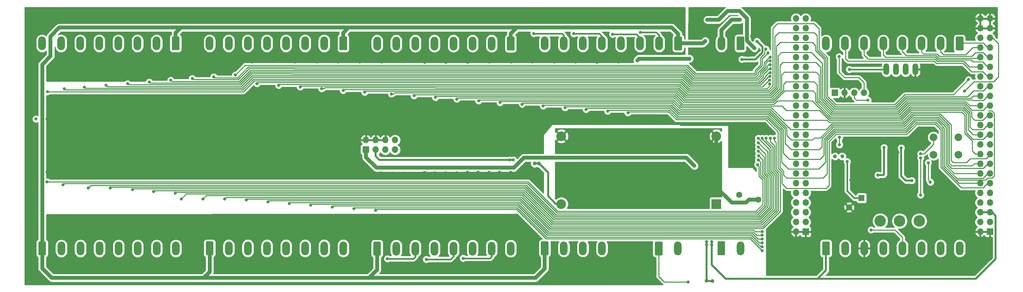
<source format=gbr>
%TF.GenerationSoftware,KiCad,Pcbnew,(5.1.12)-1*%
%TF.CreationDate,2021-12-06T16:24:31+01:00*%
%TF.ProjectId,boneIO_input board,626f6e65-494f-45f6-996e-70757420626f,rev?*%
%TF.SameCoordinates,Original*%
%TF.FileFunction,Copper,L2,Bot*%
%TF.FilePolarity,Positive*%
%FSLAX46Y46*%
G04 Gerber Fmt 4.6, Leading zero omitted, Abs format (unit mm)*
G04 Created by KiCad (PCBNEW (5.1.12)-1) date 2021-12-06 16:24:31*
%MOMM*%
%LPD*%
G01*
G04 APERTURE LIST*
%TA.AperFunction,ComponentPad*%
%ADD10C,3.000000*%
%TD*%
%TA.AperFunction,ComponentPad*%
%ADD11O,1.500000X3.000000*%
%TD*%
%TA.AperFunction,ComponentPad*%
%ADD12O,2.000000X3.600000*%
%TD*%
%TA.AperFunction,ComponentPad*%
%ADD13C,2.540000*%
%TD*%
%TA.AperFunction,ComponentPad*%
%ADD14R,2.540000X2.540000*%
%TD*%
%TA.AperFunction,ComponentPad*%
%ADD15O,1.700000X1.700000*%
%TD*%
%TA.AperFunction,ComponentPad*%
%ADD16R,1.700000X1.700000*%
%TD*%
%TA.AperFunction,ComponentPad*%
%ADD17C,1.000000*%
%TD*%
%TA.AperFunction,ComponentPad*%
%ADD18C,1.600000*%
%TD*%
%TA.AperFunction,ComponentPad*%
%ADD19R,1.600000X1.600000*%
%TD*%
%TA.AperFunction,ComponentPad*%
%ADD20C,2.000000*%
%TD*%
%TA.AperFunction,ViaPad*%
%ADD21C,0.800000*%
%TD*%
%TA.AperFunction,ViaPad*%
%ADD22C,1.000000*%
%TD*%
%TA.AperFunction,Conductor*%
%ADD23C,0.250000*%
%TD*%
%TA.AperFunction,Conductor*%
%ADD24C,0.500000*%
%TD*%
%TA.AperFunction,Conductor*%
%ADD25C,1.000000*%
%TD*%
%TA.AperFunction,Conductor*%
%ADD26C,0.400000*%
%TD*%
%TA.AperFunction,Conductor*%
%ADD27C,0.254000*%
%TD*%
%TA.AperFunction,Conductor*%
%ADD28C,0.100000*%
%TD*%
G04 APERTURE END LIST*
D10*
%TO.P,U61,7*%
%TO.N,GNDD*%
X254550000Y-102980000D03*
D11*
%TO.P,U61,3*%
%TO.N,RX*%
X251000000Y-63190000D03*
D10*
%TO.P,U61,5*%
%TO.N,A+*%
X244360000Y-102980000D03*
D11*
%TO.P,U61,2*%
%TO.N,TX*%
X248480000Y-63190000D03*
%TO.P,U61,1*%
%TO.N,+3V3*%
X245970000Y-63190000D03*
%TO.P,U61,4*%
%TO.N,GND*%
X253570000Y-63190000D03*
D10*
%TO.P,U61,6*%
%TO.N,B-*%
X249430000Y-102980000D03*
%TD*%
D12*
%TO.P,J4,2*%
%TO.N,+48V*%
X202750000Y-56420000D03*
%TO.P,J4,1*%
%TO.N,GND1*%
%TA.AperFunction,ComponentPad*%
G36*
G01*
X208750000Y-54870000D02*
X208750000Y-57970000D01*
G75*
G02*
X208500000Y-58220000I-250000J0D01*
G01*
X207000000Y-58220000D01*
G75*
G02*
X206750000Y-57970000I0J250000D01*
G01*
X206750000Y-54870000D01*
G75*
G02*
X207000000Y-54620000I250000J0D01*
G01*
X208500000Y-54620000D01*
G75*
G02*
X208750000Y-54870000I0J-250000D01*
G01*
G37*
%TD.AperFunction*%
%TD*%
D13*
%TO.P,REF\u002A\u002A,3*%
%TO.N,Earth*%
X160820000Y-80750000D03*
%TO.P,REF\u002A\u002A,4*%
%TO.N,+5V*%
X160820000Y-98530000D03*
%TO.P,REF\u002A\u002A,2*%
%TO.N,Earth*%
X201460000Y-80750000D03*
D14*
%TO.P,REF\u002A\u002A,1*%
%TO.N,+24V*%
X201460000Y-98530000D03*
%TD*%
D12*
%TO.P,J8,7*%
%TO.N,P8.11_OUT*%
X142575000Y-110225000D03*
%TO.P,J8,1*%
%TO.N,VDD*%
%TA.AperFunction,ComponentPad*%
G36*
G01*
X111575000Y-111775000D02*
X111575000Y-108675000D01*
G75*
G02*
X111825000Y-108425000I250000J0D01*
G01*
X113325000Y-108425000D01*
G75*
G02*
X113575000Y-108675000I0J-250000D01*
G01*
X113575000Y-111775000D01*
G75*
G02*
X113325000Y-112025000I-250000J0D01*
G01*
X111825000Y-112025000D01*
G75*
G02*
X111575000Y-111775000I0J250000D01*
G01*
G37*
%TD.AperFunction*%
%TO.P,J8,3*%
%TO.N,P8.15_OUT*%
X122575000Y-110225000D03*
%TO.P,J8,6*%
%TO.N,P8.12_OUT*%
X137575000Y-110225000D03*
%TO.P,J8,2*%
%TO.N,P8.16_OUT*%
X117575000Y-110225000D03*
%TO.P,J8,4*%
%TO.N,P8.14_OUT*%
X127575000Y-110225000D03*
%TO.P,J8,8*%
%TO.N,P8.10_OUT*%
X147575000Y-110225000D03*
%TO.P,J8,5*%
%TO.N,P8.13_OUT*%
X132575000Y-110225000D03*
%TD*%
D15*
%TO.P,J13,8*%
%TO.N,SDA*%
X117260000Y-81750000D03*
%TO.P,J13,7*%
%TO.N,SCL*%
X117260000Y-84290000D03*
%TO.P,J13,6*%
%TO.N,GND*%
X114720000Y-81750000D03*
%TO.P,J13,5*%
%TO.N,+3V3*%
X114720000Y-84290000D03*
%TO.P,J13,4*%
%TO.N,GND*%
X112180000Y-81750000D03*
%TO.P,J13,3*%
%TO.N,+5V*%
X112180000Y-84290000D03*
%TO.P,J13,2*%
%TO.N,GND*%
X109640000Y-81750000D03*
D16*
%TO.P,J13,1*%
%TO.N,+24V*%
X109640000Y-84290000D03*
%TD*%
%TO.P,J11,1*%
%TO.N,GND*%
X273095000Y-105785000D03*
D15*
%TO.P,J11,2*%
X270555000Y-105785000D03*
%TO.P,J11,3*%
%TO.N,+3V3*%
X273095000Y-103245000D03*
%TO.P,J11,4*%
X270555000Y-103245000D03*
%TO.P,J11,5*%
%TO.N,+5V*%
X273095000Y-100705000D03*
%TO.P,J11,6*%
X270555000Y-100705000D03*
%TO.P,J11,7*%
%TO.N,Net-(J11-Pad7)*%
X273095000Y-98165000D03*
%TO.P,J11,8*%
%TO.N,Net-(J11-Pad8)*%
X270555000Y-98165000D03*
%TO.P,J11,9*%
%TO.N,Net-(J11-Pad9)*%
X273095000Y-95625000D03*
%TO.P,J11,10*%
%TO.N,Net-(J11-Pad10)*%
X270555000Y-95625000D03*
%TO.P,J11,11*%
%TO.N,P9.11*%
X273095000Y-93085000D03*
%TO.P,J11,12*%
%TO.N,P9.12*%
X270555000Y-93085000D03*
%TO.P,J11,13*%
%TO.N,P9.13*%
X273095000Y-90545000D03*
%TO.P,J11,14*%
%TO.N,P9.14*%
X270555000Y-90545000D03*
%TO.P,J11,15*%
%TO.N,P9.15*%
X273095000Y-88005000D03*
%TO.P,J11,16*%
%TO.N,P9.16*%
X270555000Y-88005000D03*
%TO.P,J11,17*%
%TO.N,P9.17*%
X273095000Y-85465000D03*
%TO.P,J11,18*%
%TO.N,P9.18*%
X270555000Y-85465000D03*
%TO.P,J11,19*%
%TO.N,SCL*%
X273095000Y-82925000D03*
%TO.P,J11,20*%
%TO.N,SDA*%
X270555000Y-82925000D03*
%TO.P,J11,21*%
%TO.N,P9.21*%
X273095000Y-80385000D03*
%TO.P,J11,22*%
%TO.N,P9.22*%
X270555000Y-80385000D03*
%TO.P,J11,23*%
%TO.N,P9.23*%
X273095000Y-77845000D03*
%TO.P,J11,24*%
%TO.N,TX*%
X270555000Y-77845000D03*
%TO.P,J11,25*%
%TO.N,P9.25*%
X273095000Y-75305000D03*
%TO.P,J11,26*%
%TO.N,RX*%
X270555000Y-75305000D03*
%TO.P,J11,27*%
%TO.N,P9.27*%
X273095000Y-72765000D03*
%TO.P,J11,28*%
%TO.N,P9.28*%
X270555000Y-72765000D03*
%TO.P,J11,29*%
%TO.N,P9.29*%
X273095000Y-70225000D03*
%TO.P,J11,30*%
%TO.N,P9.30*%
X270555000Y-70225000D03*
%TO.P,J11,31*%
%TO.N,P9.31*%
X273095000Y-67685000D03*
%TO.P,J11,32*%
%TO.N,VDD_ADC*%
X270555000Y-67685000D03*
%TO.P,J11,33*%
%TO.N,P9.33*%
X273095000Y-65145000D03*
%TO.P,J11,34*%
%TO.N,GND_ADC*%
X270555000Y-65145000D03*
%TO.P,J11,35*%
%TO.N,P9.35*%
X273095000Y-62605000D03*
%TO.P,J11,36*%
%TO.N,P9.36*%
X270555000Y-62605000D03*
%TO.P,J11,37*%
%TO.N,P9.37*%
X273095000Y-60065000D03*
%TO.P,J11,38*%
%TO.N,P9.38*%
X270555000Y-60065000D03*
%TO.P,J11,39*%
%TO.N,P9.39*%
X273095000Y-57525000D03*
%TO.P,J11,40*%
%TO.N,P9.40*%
X270555000Y-57525000D03*
%TO.P,J11,41*%
%TO.N,P9.41*%
X273095000Y-54985000D03*
%TO.P,J11,42*%
%TO.N,P9.42*%
X270555000Y-54985000D03*
%TO.P,J11,43*%
%TO.N,GND*%
X273095000Y-52445000D03*
%TO.P,J11,44*%
X270555000Y-52445000D03*
%TO.P,J11,45*%
X273095000Y-49905000D03*
%TO.P,J11,46*%
X270555000Y-49905000D03*
%TD*%
%TO.P,J12,46*%
%TO.N,P8.46*%
X222295000Y-49910000D03*
%TO.P,J12,45*%
%TO.N,P8.45*%
X224835000Y-49910000D03*
%TO.P,J12,44*%
%TO.N,P8.44*%
X222295000Y-52450000D03*
%TO.P,J12,43*%
%TO.N,P8.43*%
X224835000Y-52450000D03*
%TO.P,J12,42*%
%TO.N,P8.42*%
X222295000Y-54990000D03*
%TO.P,J12,41*%
%TO.N,P8.41*%
X224835000Y-54990000D03*
%TO.P,J12,40*%
%TO.N,P8.40*%
X222295000Y-57530000D03*
%TO.P,J12,39*%
%TO.N,P8.39*%
X224835000Y-57530000D03*
%TO.P,J12,38*%
%TO.N,P8.38*%
X222295000Y-60070000D03*
%TO.P,J12,37*%
%TO.N,P8.37*%
X224835000Y-60070000D03*
%TO.P,J12,36*%
%TO.N,P8.36*%
X222295000Y-62610000D03*
%TO.P,J12,35*%
%TO.N,P8.35*%
X224835000Y-62610000D03*
%TO.P,J12,34*%
%TO.N,P8.34*%
X222295000Y-65150000D03*
%TO.P,J12,33*%
%TO.N,P8.33*%
X224835000Y-65150000D03*
%TO.P,J12,32*%
%TO.N,P8.32*%
X222295000Y-67690000D03*
%TO.P,J12,31*%
%TO.N,P8.31*%
X224835000Y-67690000D03*
%TO.P,J12,30*%
%TO.N,P8.30*%
X222295000Y-70230000D03*
%TO.P,J12,29*%
%TO.N,P8.29*%
X224835000Y-70230000D03*
%TO.P,J12,28*%
%TO.N,P8.28*%
X222295000Y-72770000D03*
%TO.P,J12,27*%
%TO.N,P8.27*%
X224835000Y-72770000D03*
%TO.P,J12,26*%
%TO.N,P8.26*%
X222295000Y-75310000D03*
%TO.P,J12,25*%
%TO.N,Net-(J12-Pad25)*%
X224835000Y-75310000D03*
%TO.P,J12,24*%
%TO.N,Net-(J12-Pad24)*%
X222295000Y-77850000D03*
%TO.P,J12,23*%
%TO.N,Net-(J12-Pad23)*%
X224835000Y-77850000D03*
%TO.P,J12,22*%
%TO.N,Net-(J12-Pad22)*%
X222295000Y-80390000D03*
%TO.P,J12,21*%
%TO.N,Net-(J12-Pad21)*%
X224835000Y-80390000D03*
%TO.P,J12,20*%
%TO.N,Net-(J12-Pad20)*%
X222295000Y-82930000D03*
%TO.P,J12,19*%
%TO.N,P8.19*%
X224835000Y-82930000D03*
%TO.P,J12,18*%
%TO.N,P8.18*%
X222295000Y-85470000D03*
%TO.P,J12,17*%
%TO.N,P8.17*%
X224835000Y-85470000D03*
%TO.P,J12,16*%
%TO.N,P8.16*%
X222295000Y-88010000D03*
%TO.P,J12,15*%
%TO.N,P8.15*%
X224835000Y-88010000D03*
%TO.P,J12,14*%
%TO.N,P8.14*%
X222295000Y-90550000D03*
%TO.P,J12,13*%
%TO.N,P8.13*%
X224835000Y-90550000D03*
%TO.P,J12,12*%
%TO.N,P8.12*%
X222295000Y-93090000D03*
%TO.P,J12,11*%
%TO.N,P8.11*%
X224835000Y-93090000D03*
%TO.P,J12,10*%
%TO.N,P8.10*%
X222295000Y-95630000D03*
%TO.P,J12,9*%
%TO.N,P8.09*%
X224835000Y-95630000D03*
%TO.P,J12,8*%
%TO.N,P8.08*%
X222295000Y-98170000D03*
%TO.P,J12,7*%
%TO.N,P8.07*%
X224835000Y-98170000D03*
%TO.P,J12,6*%
%TO.N,Net-(J12-Pad6)*%
X222295000Y-100710000D03*
%TO.P,J12,5*%
%TO.N,Net-(J12-Pad5)*%
X224835000Y-100710000D03*
%TO.P,J12,4*%
%TO.N,Net-(J12-Pad4)*%
X222295000Y-103250000D03*
%TO.P,J12,3*%
%TO.N,Net-(J12-Pad3)*%
X224835000Y-103250000D03*
%TO.P,J12,2*%
%TO.N,GND*%
X222295000Y-105790000D03*
D16*
%TO.P,J12,1*%
X224835000Y-105790000D03*
%TD*%
D12*
%TO.P,VDD1,2*%
%TO.N,Earth*%
X207735000Y-110140000D03*
%TO.P,VDD1,1*%
%TO.N,VCC*%
%TA.AperFunction,ComponentPad*%
G36*
G01*
X201735000Y-111690000D02*
X201735000Y-108590000D01*
G75*
G02*
X201985000Y-108340000I250000J0D01*
G01*
X203485000Y-108340000D01*
G75*
G02*
X203735000Y-108590000I0J-250000D01*
G01*
X203735000Y-111690000D01*
G75*
G02*
X203485000Y-111940000I-250000J0D01*
G01*
X201985000Y-111940000D01*
G75*
G02*
X201735000Y-111690000I0J250000D01*
G01*
G37*
%TD.AperFunction*%
%TD*%
D17*
%TO.P,Y1,1*%
%TO.N,Net-(U34-Pad1)*%
X232510000Y-86040000D03*
%TO.P,Y1,2*%
%TO.N,Net-(U34-Pad2)*%
X234410000Y-86040000D03*
%TD*%
D18*
%TO.P,RV1,1*%
%TO.N,Net-(D1-Pad2)*%
X207395000Y-96105000D03*
%TO.P,RV1,2*%
%TO.N,Earth*%
X212395000Y-97405000D03*
%TD*%
D12*
%TO.P,J2,7*%
%TO.N,P8.45_OUT*%
X73700000Y-56425000D03*
%TO.P,J2,1*%
%TO.N,VDD*%
%TA.AperFunction,ComponentPad*%
G36*
G01*
X104700000Y-54875000D02*
X104700000Y-57975000D01*
G75*
G02*
X104450000Y-58225000I-250000J0D01*
G01*
X102950000Y-58225000D01*
G75*
G02*
X102700000Y-57975000I0J250000D01*
G01*
X102700000Y-54875000D01*
G75*
G02*
X102950000Y-54625000I250000J0D01*
G01*
X104450000Y-54625000D01*
G75*
G02*
X104700000Y-54875000I0J-250000D01*
G01*
G37*
%TD.AperFunction*%
%TO.P,J2,3*%
%TO.N,P9.30_OUT*%
X93700000Y-56425000D03*
%TO.P,J2,6*%
%TO.N,P8.46_OUT*%
X78700000Y-56425000D03*
%TO.P,J2,2*%
%TO.N,P9.29_OUT*%
X98700000Y-56425000D03*
%TO.P,J2,4*%
%TO.N,P9.31_OUT*%
X88700000Y-56425000D03*
%TO.P,J2,8*%
%TO.N,P8.44_OUT*%
X68700000Y-56425000D03*
%TO.P,J2,5*%
%TO.N,P9.42_OUT*%
X83700000Y-56425000D03*
%TD*%
D19*
%TO.P,BT1,1*%
%TO.N,Net-(BT1-Pad1)*%
X239470000Y-96960000D03*
D18*
%TO.P,BT1,2*%
%TO.N,GND*%
X236220000Y-99410000D03*
%TD*%
D12*
%TO.P,ANVDD1,2*%
%TO.N,GND_ADC*%
X191325000Y-110200000D03*
%TO.P,ANVDD1,1*%
%TO.N,VDD_ADC*%
%TA.AperFunction,ComponentPad*%
G36*
G01*
X185325000Y-111750000D02*
X185325000Y-108650000D01*
G75*
G02*
X185575000Y-108400000I250000J0D01*
G01*
X187075000Y-108400000D01*
G75*
G02*
X187325000Y-108650000I0J-250000D01*
G01*
X187325000Y-111750000D01*
G75*
G02*
X187075000Y-112000000I-250000J0D01*
G01*
X185575000Y-112000000D01*
G75*
G02*
X185325000Y-111750000I0J250000D01*
G01*
G37*
%TD.AperFunction*%
%TD*%
%TO.P,J14,5*%
%TO.N,SCL_OUT*%
X250160000Y-110160000D03*
%TO.P,J14,8*%
%TO.N,GNDD*%
X265160000Y-110160000D03*
%TO.P,J14,4*%
%TO.N,SDA_OUT*%
X245160000Y-110160000D03*
%TO.P,J14,2*%
%TO.N,+3V3*%
X235160000Y-110160000D03*
%TO.P,J14,6*%
%TO.N,A+*%
X255160000Y-110160000D03*
%TO.P,J14,3*%
%TO.N,GND*%
X240160000Y-110160000D03*
%TO.P,J14,1*%
%TO.N,+5V*%
%TA.AperFunction,ComponentPad*%
G36*
G01*
X229160000Y-111710000D02*
X229160000Y-108610000D01*
G75*
G02*
X229410000Y-108360000I250000J0D01*
G01*
X230910000Y-108360000D01*
G75*
G02*
X231160000Y-108610000I0J-250000D01*
G01*
X231160000Y-111710000D01*
G75*
G02*
X230910000Y-111960000I-250000J0D01*
G01*
X229410000Y-111960000D01*
G75*
G02*
X229160000Y-111710000I0J250000D01*
G01*
G37*
%TD.AperFunction*%
%TO.P,J14,7*%
%TO.N,B-*%
X260160000Y-110160000D03*
%TD*%
%TO.P,J1,5*%
%TO.N,P9.35*%
X245150000Y-56440000D03*
%TO.P,J1,8*%
%TO.N,Net-(J1-Pad8)*%
X230150000Y-56440000D03*
%TO.P,J1,4*%
%TO.N,P9.38*%
X250150000Y-56440000D03*
%TO.P,J1,2*%
%TO.N,P9.40*%
X260150000Y-56440000D03*
%TO.P,J1,6*%
%TO.N,P9.36*%
X240150000Y-56440000D03*
%TO.P,J1,3*%
%TO.N,P9.37*%
X255150000Y-56440000D03*
%TO.P,J1,1*%
%TO.N,P9.39*%
%TA.AperFunction,ComponentPad*%
G36*
G01*
X266150000Y-54890000D02*
X266150000Y-57990000D01*
G75*
G02*
X265900000Y-58240000I-250000J0D01*
G01*
X264400000Y-58240000D01*
G75*
G02*
X264150000Y-57990000I0J250000D01*
G01*
X264150000Y-54890000D01*
G75*
G02*
X264400000Y-54640000I250000J0D01*
G01*
X265900000Y-54640000D01*
G75*
G02*
X266150000Y-54890000I0J-250000D01*
G01*
G37*
%TD.AperFunction*%
%TO.P,J1,7*%
%TO.N,P9.33*%
X235150000Y-56440000D03*
%TD*%
%TO.P,J5,5*%
%TO.N,P8.40_OUT*%
X39800000Y-56425000D03*
%TO.P,J5,8*%
%TO.N,P8.37_OUT*%
X24800000Y-56425000D03*
%TO.P,J5,4*%
%TO.N,P8.41_OUT*%
X44800000Y-56425000D03*
%TO.P,J5,2*%
%TO.N,P8.43_OUT*%
X54800000Y-56425000D03*
%TO.P,J5,6*%
%TO.N,P8.39_OUT*%
X34800000Y-56425000D03*
%TO.P,J5,3*%
%TO.N,P8.42_OUT*%
X49800000Y-56425000D03*
%TO.P,J5,1*%
%TO.N,VDD*%
%TA.AperFunction,ComponentPad*%
G36*
G01*
X60800000Y-54875000D02*
X60800000Y-57975000D01*
G75*
G02*
X60550000Y-58225000I-250000J0D01*
G01*
X59050000Y-58225000D01*
G75*
G02*
X58800000Y-57975000I0J250000D01*
G01*
X58800000Y-54875000D01*
G75*
G02*
X59050000Y-54625000I250000J0D01*
G01*
X60550000Y-54625000D01*
G75*
G02*
X60800000Y-54875000I0J-250000D01*
G01*
G37*
%TD.AperFunction*%
%TO.P,J5,7*%
%TO.N,P8.38_OUT*%
X29800000Y-56425000D03*
%TD*%
D20*
%TO.P,SW1,1*%
%TO.N,Net-(R42-Pad1)*%
X264810000Y-81080000D03*
%TO.P,SW1,2*%
%TO.N,P9.41*%
X264810000Y-85580000D03*
%TO.P,SW1,1*%
%TO.N,Net-(R42-Pad1)*%
X258310000Y-81080000D03*
%TO.P,SW1,2*%
%TO.N,P9.41*%
X258310000Y-85580000D03*
%TD*%
D12*
%TO.P,J9,5*%
%TO.N,P9.14_OUT*%
X171445000Y-56430000D03*
%TO.P,J9,8*%
%TO.N,P9.17_OUT*%
X156445000Y-56430000D03*
%TO.P,J9,4*%
%TO.N,P9.13_OUT*%
X176445000Y-56430000D03*
%TO.P,J9,2*%
%TO.N,P9.11_OUT*%
X186445000Y-56430000D03*
%TO.P,J9,6*%
%TO.N,P9.15_OUT*%
X166445000Y-56430000D03*
%TO.P,J9,3*%
%TO.N,P9.12_OUT*%
X181445000Y-56430000D03*
%TO.P,J9,1*%
%TO.N,VDD*%
%TA.AperFunction,ComponentPad*%
G36*
G01*
X192445000Y-54880000D02*
X192445000Y-57980000D01*
G75*
G02*
X192195000Y-58230000I-250000J0D01*
G01*
X190695000Y-58230000D01*
G75*
G02*
X190445000Y-57980000I0J250000D01*
G01*
X190445000Y-54880000D01*
G75*
G02*
X190695000Y-54630000I250000J0D01*
G01*
X192195000Y-54630000D01*
G75*
G02*
X192445000Y-54880000I0J-250000D01*
G01*
G37*
%TD.AperFunction*%
%TO.P,J9,7*%
%TO.N,P9.16_OUT*%
X161445000Y-56430000D03*
%TD*%
%TO.P,J6,5*%
%TO.N,P8.26_OUT*%
X88715000Y-110150000D03*
%TO.P,J6,8*%
%TO.N,P8.17_OUT*%
X103715000Y-110150000D03*
%TO.P,J6,4*%
%TO.N,P8.27_OUT*%
X83715000Y-110150000D03*
%TO.P,J6,2*%
%TO.N,P8.29_OUT*%
X73715000Y-110150000D03*
%TO.P,J6,6*%
%TO.N,P8.19_OUT*%
X93715000Y-110150000D03*
%TO.P,J6,3*%
%TO.N,P8.28_OUT*%
X78715000Y-110150000D03*
%TO.P,J6,1*%
%TO.N,VDD*%
%TA.AperFunction,ComponentPad*%
G36*
G01*
X67715000Y-111700000D02*
X67715000Y-108600000D01*
G75*
G02*
X67965000Y-108350000I250000J0D01*
G01*
X69465000Y-108350000D01*
G75*
G02*
X69715000Y-108600000I0J-250000D01*
G01*
X69715000Y-111700000D01*
G75*
G02*
X69465000Y-111950000I-250000J0D01*
G01*
X67965000Y-111950000D01*
G75*
G02*
X67715000Y-111700000I0J250000D01*
G01*
G37*
%TD.AperFunction*%
%TO.P,J6,7*%
%TO.N,P8.18_OUT*%
X98715000Y-110150000D03*
%TD*%
%TO.P,J3,5*%
%TO.N,P8.33_OUT*%
X44855000Y-110175000D03*
%TO.P,J3,8*%
%TO.N,P8.30_OUT*%
X59855000Y-110175000D03*
%TO.P,J3,4*%
%TO.N,P8.34_OUT*%
X39855000Y-110175000D03*
%TO.P,J3,2*%
%TO.N,P8.36_OUT*%
X29855000Y-110175000D03*
%TO.P,J3,6*%
%TO.N,P8.32_OUT*%
X49855000Y-110175000D03*
%TO.P,J3,3*%
%TO.N,P8.35_OUT*%
X34855000Y-110175000D03*
%TO.P,J3,1*%
%TO.N,VDD*%
%TA.AperFunction,ComponentPad*%
G36*
G01*
X23855000Y-111725000D02*
X23855000Y-108625000D01*
G75*
G02*
X24105000Y-108375000I250000J0D01*
G01*
X25605000Y-108375000D01*
G75*
G02*
X25855000Y-108625000I0J-250000D01*
G01*
X25855000Y-111725000D01*
G75*
G02*
X25605000Y-111975000I-250000J0D01*
G01*
X24105000Y-111975000D01*
G75*
G02*
X23855000Y-111725000I0J250000D01*
G01*
G37*
%TD.AperFunction*%
%TO.P,J3,7*%
%TO.N,P8.31_OUT*%
X54855000Y-110175000D03*
%TD*%
%TO.P,J7,5*%
%TO.N,P9.23_OUT*%
X127575000Y-56470000D03*
%TO.P,J7,8*%
%TO.N,P9.28_OUT*%
X112575000Y-56470000D03*
%TO.P,J7,4*%
%TO.N,P9.22_OUT*%
X132575000Y-56470000D03*
%TO.P,J7,2*%
%TO.N,P9.18_OUT*%
X142575000Y-56470000D03*
%TO.P,J7,6*%
%TO.N,P9.25_OUT*%
X122575000Y-56470000D03*
%TO.P,J7,3*%
%TO.N,P9.21_OUT*%
X137575000Y-56470000D03*
%TO.P,J7,1*%
%TO.N,VDD*%
%TA.AperFunction,ComponentPad*%
G36*
G01*
X148575000Y-54920000D02*
X148575000Y-58020000D01*
G75*
G02*
X148325000Y-58270000I-250000J0D01*
G01*
X146825000Y-58270000D01*
G75*
G02*
X146575000Y-58020000I0J250000D01*
G01*
X146575000Y-54920000D01*
G75*
G02*
X146825000Y-54670000I250000J0D01*
G01*
X148325000Y-54670000D01*
G75*
G02*
X148575000Y-54920000I0J-250000D01*
G01*
G37*
%TD.AperFunction*%
%TO.P,J7,7*%
%TO.N,P9.27_OUT*%
X117575000Y-56470000D03*
%TD*%
D15*
%TO.P,I2C1,4*%
%TO.N,SDA*%
X240080000Y-69370000D03*
%TO.P,I2C1,3*%
%TO.N,SCL*%
X237540000Y-69370000D03*
%TO.P,I2C1,2*%
%TO.N,GND*%
X235000000Y-69370000D03*
D16*
%TO.P,I2C1,1*%
%TO.N,+3V3*%
X232460000Y-69370000D03*
%TD*%
D12*
%TO.P,J10,4*%
%TO.N,P8.07_OUT*%
X171475000Y-110140000D03*
%TO.P,J10,3*%
%TO.N,P8.08_OUT*%
X166475000Y-110140000D03*
%TO.P,J10,2*%
%TO.N,P8.09_OUT*%
X161475000Y-110140000D03*
%TO.P,J10,1*%
%TO.N,VDD*%
%TA.AperFunction,ComponentPad*%
G36*
G01*
X155475000Y-111690000D02*
X155475000Y-108590000D01*
G75*
G02*
X155725000Y-108340000I250000J0D01*
G01*
X157225000Y-108340000D01*
G75*
G02*
X157475000Y-108590000I0J-250000D01*
G01*
X157475000Y-111690000D01*
G75*
G02*
X157225000Y-111940000I-250000J0D01*
G01*
X155725000Y-111940000D01*
G75*
G02*
X155475000Y-111690000I0J250000D01*
G01*
G37*
%TD.AperFunction*%
%TD*%
D21*
%TO.N,VDD_ADC*%
X194070000Y-118960000D03*
%TO.N,GND*%
X26070000Y-90100000D03*
X213460000Y-49110000D03*
X212460000Y-48110000D03*
X213460000Y-48110000D03*
X214460000Y-48110000D03*
X215460000Y-48110000D03*
X216460000Y-48110000D03*
X212460000Y-49110000D03*
X214460000Y-49110000D03*
X215460000Y-49110000D03*
X216460000Y-49110000D03*
X233430000Y-50250000D03*
X234430000Y-50250000D03*
X235430000Y-50250000D03*
X236430000Y-50250000D03*
X237430000Y-50250000D03*
X233430000Y-51250000D03*
X234430000Y-51250000D03*
X235430000Y-51250000D03*
X236430000Y-51250000D03*
X237430000Y-51250000D03*
X233430000Y-52250000D03*
X234430000Y-52250000D03*
X235430000Y-52250000D03*
X236430000Y-52250000D03*
X237430000Y-52250000D03*
X234230000Y-103420000D03*
X235230000Y-103420000D03*
X236230000Y-103420000D03*
X237230000Y-103420000D03*
X238230000Y-103420000D03*
X234230000Y-104420000D03*
X235230000Y-104420000D03*
X236230000Y-104420000D03*
X237230000Y-104420000D03*
X238230000Y-104420000D03*
X234230000Y-105420000D03*
X235230000Y-105420000D03*
X236230000Y-105420000D03*
X237230000Y-105420000D03*
X238230000Y-105420000D03*
X245010000Y-50210000D03*
X246010000Y-50210000D03*
X247010000Y-50210000D03*
X248010000Y-50210000D03*
X249010000Y-50210000D03*
X245010000Y-51210000D03*
X246010000Y-51210000D03*
X247010000Y-51210000D03*
X248010000Y-51210000D03*
X249010000Y-51210000D03*
X245010000Y-52210000D03*
X246010000Y-52210000D03*
X247010000Y-52210000D03*
X248010000Y-52210000D03*
X249010000Y-52210000D03*
X260570000Y-50250000D03*
X261570000Y-50250000D03*
X262570000Y-50250000D03*
X263570000Y-50250000D03*
X264570000Y-50250000D03*
X260570000Y-51250000D03*
X261570000Y-51250000D03*
X262570000Y-51250000D03*
X263570000Y-51250000D03*
X264570000Y-51250000D03*
X260570000Y-52250000D03*
X261570000Y-52250000D03*
X262570000Y-52250000D03*
X263570000Y-52250000D03*
X264570000Y-52250000D03*
X125390000Y-82760000D03*
X124390000Y-81760000D03*
X125390000Y-81760000D03*
X126390000Y-81760000D03*
X127390000Y-81760000D03*
X128390000Y-81760000D03*
X124390000Y-82760000D03*
X126390000Y-82760000D03*
X127390000Y-82760000D03*
X128390000Y-82760000D03*
X124390000Y-83760000D03*
X127390000Y-83760000D03*
X128390000Y-83760000D03*
X126390000Y-83760000D03*
X125390000Y-83760000D03*
X135770000Y-82700000D03*
X134770000Y-81700000D03*
X135770000Y-81700000D03*
X136770000Y-81700000D03*
X137770000Y-81700000D03*
X138770000Y-81700000D03*
X134770000Y-82700000D03*
X136770000Y-82700000D03*
X137770000Y-82700000D03*
X138770000Y-82700000D03*
X134770000Y-83700000D03*
X137770000Y-83700000D03*
X138770000Y-83700000D03*
X136770000Y-83700000D03*
X135770000Y-83700000D03*
X146490000Y-82760000D03*
X145490000Y-81760000D03*
X146490000Y-81760000D03*
X147490000Y-81760000D03*
X148490000Y-81760000D03*
X149490000Y-81760000D03*
X145490000Y-82760000D03*
X147490000Y-82760000D03*
X148490000Y-82760000D03*
X149490000Y-82760000D03*
X145490000Y-83760000D03*
X148490000Y-83760000D03*
X149490000Y-83760000D03*
X147490000Y-83760000D03*
X146490000Y-83760000D03*
X99810000Y-83100000D03*
X98810000Y-82100000D03*
X99810000Y-82100000D03*
X100810000Y-82100000D03*
X101810000Y-82100000D03*
X102810000Y-82100000D03*
X98810000Y-83100000D03*
X100810000Y-83100000D03*
X101810000Y-83100000D03*
X102810000Y-83100000D03*
X98810000Y-84100000D03*
X101810000Y-84100000D03*
X102810000Y-84100000D03*
X100810000Y-84100000D03*
X99810000Y-84100000D03*
X88360000Y-82960000D03*
X87360000Y-81960000D03*
X88360000Y-81960000D03*
X89360000Y-81960000D03*
X90360000Y-81960000D03*
X91360000Y-81960000D03*
X87360000Y-82960000D03*
X89360000Y-82960000D03*
X90360000Y-82960000D03*
X91360000Y-82960000D03*
X87360000Y-83960000D03*
X90360000Y-83960000D03*
X91360000Y-83960000D03*
X89360000Y-83960000D03*
X88360000Y-83960000D03*
X77310000Y-83030000D03*
X76310000Y-82030000D03*
X77310000Y-82030000D03*
X78310000Y-82030000D03*
X79310000Y-82030000D03*
X80310000Y-82030000D03*
X76310000Y-83030000D03*
X78310000Y-83030000D03*
X79310000Y-83030000D03*
X80310000Y-83030000D03*
X76310000Y-84030000D03*
X79310000Y-84030000D03*
X80310000Y-84030000D03*
X78310000Y-84030000D03*
X77310000Y-84030000D03*
X66120000Y-83030000D03*
X65120000Y-82030000D03*
X66120000Y-82030000D03*
X67120000Y-82030000D03*
X68120000Y-82030000D03*
X69120000Y-82030000D03*
X65120000Y-83030000D03*
X67120000Y-83030000D03*
X68120000Y-83030000D03*
X69120000Y-83030000D03*
X65120000Y-84030000D03*
X68120000Y-84030000D03*
X69120000Y-84030000D03*
X67120000Y-84030000D03*
X66120000Y-84030000D03*
X30230000Y-83160000D03*
X29230000Y-82160000D03*
X30230000Y-82160000D03*
X31230000Y-82160000D03*
X32230000Y-82160000D03*
X33230000Y-82160000D03*
X29230000Y-83160000D03*
X31230000Y-83160000D03*
X32230000Y-83160000D03*
X33230000Y-83160000D03*
X29230000Y-84160000D03*
X32230000Y-84160000D03*
X33230000Y-84160000D03*
X31230000Y-84160000D03*
X30230000Y-84160000D03*
X261020000Y-67190000D03*
X263410000Y-67200000D03*
X153200000Y-90190000D03*
X150330000Y-90140000D03*
X26040000Y-76190000D03*
X31640000Y-76160000D03*
X37270000Y-76190000D03*
X42940000Y-76200000D03*
X48580000Y-76220000D03*
X54220000Y-76180000D03*
X59860000Y-76150000D03*
X67210000Y-76250000D03*
X73020000Y-76100000D03*
X76830000Y-76070000D03*
X82460000Y-76110000D03*
X88150000Y-76140000D03*
X93750000Y-76170000D03*
X99580000Y-76180000D03*
X105130000Y-76010000D03*
X110700000Y-76040000D03*
X116370000Y-76140000D03*
X121960000Y-76120000D03*
X127650000Y-76080000D03*
X133220000Y-76110000D03*
X138980000Y-76130000D03*
X144610000Y-76130000D03*
X150220000Y-76120000D03*
X155980000Y-76140000D03*
X161650000Y-76170000D03*
X167240000Y-76210000D03*
X172890000Y-76220000D03*
X252510000Y-68200000D03*
X255000000Y-68180000D03*
X250390000Y-68190000D03*
X247920000Y-68180000D03*
X244420000Y-68230000D03*
X253470000Y-94050000D03*
X260130000Y-98100000D03*
X262490000Y-98090000D03*
X236750000Y-71550000D03*
X234500000Y-71525000D03*
X28950000Y-90175000D03*
X31625000Y-90000000D03*
X34575000Y-89950000D03*
X37400000Y-90000000D03*
X40125000Y-89950000D03*
X42925000Y-90000000D03*
X45850000Y-89950000D03*
X48550000Y-90275000D03*
X51375000Y-90200000D03*
X54250000Y-90100000D03*
X57075000Y-90225000D03*
X59850000Y-90025000D03*
X62800000Y-90075000D03*
X65625000Y-90000000D03*
X68300000Y-90150000D03*
X71125000Y-90200000D03*
X74025000Y-90075000D03*
X76800000Y-90200000D03*
X79675000Y-90150000D03*
X82500000Y-90175000D03*
X85325000Y-90150000D03*
X88200000Y-90225000D03*
X91025000Y-90200000D03*
X93875000Y-90150000D03*
X96650000Y-90200000D03*
X99475000Y-90200000D03*
X102200000Y-90175000D03*
X105075000Y-90175000D03*
X107925000Y-90150000D03*
X110825000Y-90275000D03*
X113575000Y-90375000D03*
X116575000Y-90450000D03*
X119350000Y-90450000D03*
X122100000Y-90425000D03*
X124975000Y-90300000D03*
X127700000Y-90350000D03*
X130500000Y-90325000D03*
X133400000Y-90325000D03*
X136200000Y-90200000D03*
X139000000Y-90200000D03*
X141875000Y-90225000D03*
X144625000Y-90175000D03*
X147600000Y-90225000D03*
X23200000Y-76250000D03*
X28825000Y-76225000D03*
X34525000Y-76200000D03*
X40125000Y-76225000D03*
X45750000Y-76175000D03*
X51450000Y-76150000D03*
X57075000Y-76125000D03*
X62700000Y-76200000D03*
X67210000Y-74470000D03*
X73000000Y-74470000D03*
X79690000Y-76140000D03*
X85350000Y-76100000D03*
X91025000Y-76125000D03*
X96675000Y-76150000D03*
X102375000Y-76125000D03*
X107900000Y-76050000D03*
X113550000Y-76100000D03*
X119325000Y-76100000D03*
X124875000Y-76125000D03*
X130450000Y-76150000D03*
X136125000Y-76100000D03*
X141875000Y-76100000D03*
X147450000Y-76150000D03*
X153150000Y-76125000D03*
X158825000Y-76075000D03*
X164425000Y-76125000D03*
X170000000Y-76125000D03*
X175700000Y-76150000D03*
X156200000Y-79300000D03*
X188225000Y-76050000D03*
X192280000Y-77600000D03*
X154420000Y-93340000D03*
X194760000Y-77610000D03*
X198310000Y-77600000D03*
X202330000Y-77620000D03*
X181240000Y-75410000D03*
X182240000Y-75410000D03*
X183240000Y-75410000D03*
X184240000Y-75410000D03*
X185240000Y-75410000D03*
X181240000Y-76410000D03*
X182240000Y-76410000D03*
X183240000Y-76410000D03*
X184240000Y-76410000D03*
X185240000Y-76410000D03*
X206930000Y-87860000D03*
X209790000Y-58260000D03*
X207070000Y-77640000D03*
X208670000Y-77620000D03*
X212660000Y-58270000D03*
X209780000Y-59610000D03*
X210630000Y-54560000D03*
X210960000Y-55600000D03*
X236900000Y-90370000D03*
X239990000Y-90280000D03*
X236600000Y-92230000D03*
X247210000Y-87090000D03*
X248960000Y-85010000D03*
X247930000Y-89980000D03*
X248030000Y-92490000D03*
X248600000Y-82460000D03*
X248590000Y-81290000D03*
X246400000Y-98020000D03*
X250250000Y-99870000D03*
X253570000Y-100100000D03*
X257890000Y-100330000D03*
X261750000Y-100490000D03*
X267230000Y-100950000D03*
X267610000Y-97010000D03*
X266230000Y-104650000D03*
X264370000Y-102570000D03*
X263060000Y-105040000D03*
X261130000Y-105040000D03*
X257040000Y-106580000D03*
%TO.N,Net-(BT1-Pad1)*%
X235690000Y-87410000D03*
D22*
%TO.N,+3V3*%
X200370000Y-118680000D03*
D21*
X236275000Y-63250000D03*
X252620000Y-92410000D03*
X198850000Y-108350148D03*
X198840000Y-109220000D03*
D22*
X198860000Y-118670000D03*
D21*
X249850000Y-83820000D03*
%TO.N,+24V*%
X195670000Y-88510000D03*
%TO.N,Earth*%
X183350000Y-90530000D03*
X194820000Y-79540000D03*
X195820000Y-79540000D03*
X196820000Y-79540000D03*
X197820000Y-79540000D03*
X198820000Y-79540000D03*
X194820000Y-80540000D03*
X195820000Y-80540000D03*
X196820000Y-80540000D03*
X197820000Y-80540000D03*
X198820000Y-80540000D03*
X196820000Y-81540000D03*
X197820000Y-81540000D03*
X198820000Y-81540000D03*
X184350000Y-90530000D03*
X185350000Y-90530000D03*
X186350000Y-90530000D03*
X187350000Y-90530000D03*
X188350000Y-90530000D03*
X189350000Y-90530000D03*
X190350000Y-90530000D03*
X191350000Y-90530000D03*
X192350000Y-90530000D03*
X183350000Y-91530000D03*
X184350000Y-91530000D03*
X185350000Y-91530000D03*
X186350000Y-91530000D03*
X187350000Y-91530000D03*
X188350000Y-91530000D03*
X189350000Y-91530000D03*
X190350000Y-91530000D03*
X191350000Y-91530000D03*
X192350000Y-91530000D03*
X183350000Y-92530000D03*
X184350000Y-92530000D03*
X185350000Y-92530000D03*
X186350000Y-92530000D03*
X187350000Y-92530000D03*
X188350000Y-92530000D03*
X189350000Y-92530000D03*
X190350000Y-92530000D03*
X191350000Y-92530000D03*
X192350000Y-92530000D03*
X183350000Y-93530000D03*
X184350000Y-93530000D03*
X185350000Y-93530000D03*
X186350000Y-93530000D03*
X187350000Y-93530000D03*
X188350000Y-93530000D03*
X189350000Y-93530000D03*
X190350000Y-93530000D03*
X191350000Y-93530000D03*
X192350000Y-93530000D03*
X183350000Y-94530000D03*
X184350000Y-94530000D03*
X185350000Y-94530000D03*
X186350000Y-94530000D03*
X187350000Y-94530000D03*
X188350000Y-94530000D03*
X189350000Y-94530000D03*
X190350000Y-94530000D03*
X191350000Y-94530000D03*
X192350000Y-94530000D03*
X183350000Y-95530000D03*
X184350000Y-95530000D03*
X185350000Y-95530000D03*
X186350000Y-95530000D03*
X187350000Y-95530000D03*
X188350000Y-95530000D03*
X189350000Y-95530000D03*
X190350000Y-95530000D03*
X191350000Y-95530000D03*
X192350000Y-95530000D03*
X183350000Y-96530000D03*
X184350000Y-96530000D03*
X185350000Y-96530000D03*
X186350000Y-96530000D03*
X187350000Y-96530000D03*
X188350000Y-96530000D03*
X189350000Y-96530000D03*
X190350000Y-96530000D03*
X191350000Y-96530000D03*
X192350000Y-96530000D03*
X183350000Y-97530000D03*
X184350000Y-97530000D03*
X185350000Y-97530000D03*
X186350000Y-97530000D03*
X187350000Y-97530000D03*
X188350000Y-97530000D03*
X189350000Y-97530000D03*
X190350000Y-97530000D03*
X191350000Y-97530000D03*
X192350000Y-97530000D03*
X183350000Y-98530000D03*
X184350000Y-98530000D03*
X185350000Y-98530000D03*
X186350000Y-98530000D03*
X187350000Y-98530000D03*
X188350000Y-98530000D03*
X189350000Y-98530000D03*
X190350000Y-98530000D03*
X191350000Y-98530000D03*
X192350000Y-98530000D03*
X166830000Y-79740000D03*
X166800000Y-80940000D03*
X166780000Y-82120000D03*
X165580000Y-79700000D03*
X165550000Y-80910000D03*
X165510000Y-82160000D03*
X164400000Y-79690000D03*
X164350000Y-80920000D03*
X164310000Y-82090000D03*
X163240000Y-79630000D03*
X163210000Y-80890000D03*
X163170000Y-82060000D03*
X180520000Y-96780000D03*
X177600000Y-99020000D03*
X180870000Y-99130000D03*
X169930000Y-99320000D03*
X168070000Y-99250000D03*
%TO.N,P8.45*%
X69775000Y-65199930D03*
X214970000Y-58950000D03*
%TO.N,P8.44*%
X64150000Y-65649940D03*
X215550000Y-60020000D03*
%TO.N,P8.43*%
X58500000Y-66099950D03*
X215550000Y-61020000D03*
%TO.N,P8.42*%
X52875000Y-66549960D03*
X215540000Y-62020000D03*
%TO.N,P8.41*%
X47200000Y-66999970D03*
X215546375Y-63075028D03*
%TO.N,P8.40*%
X41550000Y-67449980D03*
X215523880Y-64074777D03*
%TO.N,P8.39*%
X35875000Y-67899990D03*
X215437312Y-65071025D03*
%TO.N,P8.38*%
X30675000Y-68350000D03*
X215423307Y-66070929D03*
%TO.N,+5V*%
X147320000Y-86950000D03*
D22*
X154910000Y-87940000D03*
X153860000Y-87920000D03*
D21*
X148280000Y-86950000D03*
X200210000Y-108360000D03*
X200220000Y-109250000D03*
X243740000Y-90940000D03*
X245380000Y-83740000D03*
%TO.N,P8.37*%
X26225000Y-69075000D03*
X215396804Y-67070580D03*
%TO.N,P8.36*%
X26100000Y-92725000D03*
X212240000Y-88210000D03*
%TO.N,P8.35*%
X212450000Y-86990000D03*
X30325000Y-93450000D03*
%TO.N,P8.34*%
X36875000Y-94350000D03*
X212470000Y-85870000D03*
%TO.N,P8.33*%
X42675000Y-94350020D03*
X212450000Y-84660000D03*
%TO.N,P8.32*%
X48550000Y-94800030D03*
X212460000Y-83560000D03*
%TO.N,P8.31*%
X54025000Y-95250040D03*
X212440000Y-82460000D03*
%TO.N,P8.30*%
X59700000Y-95700050D03*
X212410000Y-81320000D03*
%TO.N,P9.41*%
X266430000Y-68970000D03*
%TO.N,P8.29*%
X213440000Y-81310000D03*
X61275000Y-97175000D03*
%TO.N,P8.28*%
X66975000Y-97175000D03*
X214490000Y-81300000D03*
%TO.N,P8.27*%
X72650000Y-97200000D03*
X215590000Y-81280000D03*
%TO.N,P8.26*%
X78300000Y-97500090D03*
X216700000Y-81280000D03*
%TO.N,P9.15*%
X156075000Y-72825090D03*
%TO.N,P9.16*%
X150575000Y-72375080D03*
%TO.N,P8.18*%
X89550000Y-98400110D03*
X213451566Y-106740188D03*
%TO.N,P8.17*%
X95200000Y-98850120D03*
X213441109Y-107740135D03*
%TO.N,P9.28*%
X103675000Y-68750050D03*
%TO.N,P9.27*%
X109325000Y-69225010D03*
%TO.N,P9.11*%
X178275000Y-74625130D03*
%TO.N,P9.12*%
X172950000Y-74175120D03*
%TO.N,P9.13*%
X167300000Y-73725110D03*
%TO.N,P9.14*%
X161775000Y-73275100D03*
%TO.N,P9.29*%
X98025000Y-68300040D03*
%TO.N,P9.18*%
X139150000Y-71475060D03*
%TO.N,P9.21*%
X133450000Y-71025050D03*
%TO.N,P9.22*%
X127850000Y-70575040D03*
%TO.N,P9.23*%
X122250000Y-70125030D03*
%TO.N,P9.17*%
X144775000Y-71925070D03*
%TO.N,P8.46*%
X75450000Y-64725000D03*
X214400000Y-57910000D03*
%TO.N,P9.42*%
X267500000Y-65925000D03*
X81125000Y-66950010D03*
%TO.N,P9.31*%
X86775000Y-67400020D03*
%TO.N,P9.30*%
X92425000Y-67850030D03*
%TO.N,SCL_OUT*%
X241950000Y-105310000D03*
%TO.N,SCL*%
X256920000Y-87710000D03*
X257500000Y-92800000D03*
X241110000Y-71310000D03*
%TO.N,SDA*%
X254950000Y-86430000D03*
X254920000Y-96170000D03*
X233590000Y-59910000D03*
%TO.N,VDD*%
X198530000Y-55800000D03*
%TO.N,P9.16_OUT*%
X153620000Y-53840000D03*
%TO.N,P9.12_OUT*%
X174240000Y-54030000D03*
%TO.N,P9.11_OUT*%
X181530000Y-53530000D03*
%TO.N,P9.14_OUT*%
X164080000Y-53880000D03*
%TO.N,P8.11_OUT*%
X135120000Y-112760000D03*
%TO.N,P8.15_OUT*%
X115260000Y-112860000D03*
%TO.N,+48V*%
X207600000Y-50240000D03*
X206510000Y-50240000D03*
X205490000Y-50240000D03*
%TO.N,GNDA*%
X64170000Y-108250000D03*
X64190000Y-110610000D03*
X152970000Y-105220000D03*
X119410000Y-61270000D03*
X113780000Y-61330000D03*
X108030000Y-61350000D03*
X102380000Y-61330000D03*
X96780000Y-61290000D03*
X91030000Y-61300000D03*
X85490000Y-61200000D03*
X79750000Y-61280000D03*
X74130000Y-61310000D03*
X68500000Y-61300000D03*
X62850000Y-61380000D03*
X57210000Y-61370000D03*
X51530000Y-61380000D03*
X45930000Y-61380000D03*
X40260000Y-61360000D03*
X34620000Y-61330000D03*
X28920000Y-61360000D03*
X23240000Y-61360000D03*
X125010000Y-61390000D03*
X130610000Y-61440000D03*
X136280000Y-61420000D03*
X141970000Y-61320000D03*
X147680000Y-61340000D03*
X153270000Y-61290000D03*
X158980000Y-61340000D03*
X164610000Y-61340000D03*
X170200000Y-61370000D03*
X175850000Y-61350000D03*
X23020000Y-105370000D03*
X28700000Y-105400000D03*
X34330000Y-105360000D03*
X40050000Y-105360000D03*
X45640000Y-105360000D03*
X51330000Y-105310000D03*
X56960000Y-105290000D03*
X62640000Y-105330000D03*
X68260000Y-105310000D03*
X73970000Y-105310000D03*
X79620000Y-105280000D03*
X85180000Y-105380000D03*
X90880000Y-105240000D03*
X96550000Y-105200000D03*
X102060000Y-105380000D03*
X107840000Y-105360000D03*
X113500000Y-105300000D03*
X119090000Y-105370000D03*
X124740000Y-105340000D03*
X130400000Y-105370000D03*
X135990000Y-105370000D03*
X141820000Y-105350000D03*
X147340000Y-105330000D03*
X190270000Y-49270000D03*
X191250000Y-49270000D03*
X192260000Y-49270000D03*
%TO.N,P9.25*%
X116325000Y-69675020D03*
%TO.N,P8.14*%
X112150000Y-100200150D03*
X213410000Y-110740000D03*
%TO.N,P8.15*%
X106500000Y-99750140D03*
X213440000Y-109740000D03*
%TO.N,P8.16*%
X100875000Y-99300130D03*
X213428765Y-108740061D03*
%TO.N,P8.19*%
X83950000Y-97950100D03*
X213449680Y-105740188D03*
%TO.N,Net-(R42-Pad1)*%
X254960000Y-85360000D03*
%TO.N,P8.13_OUT*%
X125440000Y-113030000D03*
%TO.N,Net-(R112-Pad2)*%
X208120000Y-60610000D03*
X212060000Y-55860000D03*
D22*
%TO.N,Net-(L3-Pad1)*%
X194420000Y-60440000D03*
X180740000Y-60870000D03*
D21*
%TO.N,Net-(L4-Pad1)*%
X200030000Y-50240000D03*
X201000000Y-50240000D03*
X202030000Y-50240000D03*
D22*
X211440000Y-57710000D03*
D21*
X199080000Y-50240000D03*
%TO.N,SDA_5V*%
X233660000Y-83000000D03*
X233660000Y-81030000D03*
%TD*%
D23*
%TO.N,VDD_ADC*%
X194070000Y-118960000D02*
X187780000Y-118960000D01*
X186325000Y-117505000D02*
X186325000Y-110200000D01*
X187780000Y-118960000D02*
X186325000Y-117505000D01*
D24*
%TO.N,GND*%
X244410000Y-68240000D02*
X244420000Y-68230000D01*
D25*
X208650000Y-77600000D02*
X208670000Y-77620000D01*
X192280000Y-77600000D02*
X208650000Y-77600000D01*
D26*
%TO.N,Net-(BT1-Pad1)*%
X239470000Y-96960000D02*
X237560000Y-96960000D01*
X237560000Y-96960000D02*
X235710000Y-95110000D01*
X235710000Y-87430000D02*
X235690000Y-87410000D01*
X235710000Y-95110000D02*
X235710000Y-87430000D01*
%TO.N,+3V3*%
X246365000Y-63250000D02*
X236275000Y-63250000D01*
D24*
X198850000Y-108350148D02*
X198850000Y-115650000D01*
X198860000Y-115660000D02*
X198850000Y-115650000D01*
X198860000Y-118700000D02*
X198860000Y-115660000D01*
X198860000Y-118700000D02*
X200190000Y-118700000D01*
X200190000Y-118700000D02*
X200390000Y-118900000D01*
X252620000Y-92410000D02*
X251070000Y-92410000D01*
X249850000Y-91190000D02*
X249850000Y-83820000D01*
X251070000Y-92410000D02*
X249850000Y-91190000D01*
D25*
%TO.N,+24V*%
X193580000Y-86420000D02*
X195670000Y-88510000D01*
X109645000Y-84300000D02*
X109645000Y-86275000D01*
X148410001Y-89039999D02*
X151030000Y-86420000D01*
X109645000Y-86275000D02*
X112409999Y-89039999D01*
X112409999Y-89039999D02*
X148410001Y-89039999D01*
X151030000Y-86420000D02*
X193580000Y-86420000D01*
%TO.N,Earth*%
X212395000Y-97405000D02*
X209995000Y-97405000D01*
X209995000Y-97405000D02*
X209220000Y-98180000D01*
X209220000Y-98180000D02*
X205460000Y-98180000D01*
X205460000Y-98180000D02*
X201420000Y-94140000D01*
X201420000Y-80560000D02*
X201355000Y-80495000D01*
X201420000Y-94140000D02*
X201420000Y-80560000D01*
D23*
%TO.N,P8.45*%
X213471346Y-60448654D02*
X213471346Y-60768654D01*
X213471346Y-60542969D02*
X213471346Y-60768654D01*
X214970000Y-58950000D02*
X213471346Y-60448654D01*
X75999999Y-65450001D02*
X78849990Y-62600010D01*
X70025071Y-65450001D02*
X75999999Y-65450001D01*
X69775000Y-65199930D02*
X70025071Y-65450001D01*
X212261856Y-63470501D02*
X212284941Y-63470501D01*
X193698599Y-62615011D02*
X195808598Y-64725010D01*
X211998246Y-64375344D02*
X211998246Y-63734111D01*
X211998246Y-63734111D02*
X212261856Y-63470501D01*
X213471346Y-62284096D02*
X213471346Y-60768654D01*
X212284941Y-63470501D02*
X213471346Y-62284096D01*
X211648580Y-64725010D02*
X211998246Y-64375344D01*
X91066602Y-62600010D02*
X91081603Y-62615011D01*
X78849990Y-62600010D02*
X91066602Y-62600010D01*
X91081603Y-62615011D02*
X193698599Y-62615011D01*
X195808598Y-64725010D02*
X211648580Y-64725010D01*
%TO.N,P8.44*%
X64324940Y-65649940D02*
X64150000Y-65649940D01*
X64599930Y-65924930D02*
X64324940Y-65649940D01*
X76225070Y-65924930D02*
X64599930Y-65924930D01*
X79099980Y-63050020D02*
X76225070Y-65924930D01*
X195622199Y-65175019D02*
X193512199Y-63065021D01*
X193512199Y-63065021D02*
X90895203Y-63065021D01*
X90895203Y-63065021D02*
X90880202Y-63050020D01*
X90880202Y-63050020D02*
X79099980Y-63050020D01*
X210025019Y-65175019D02*
X195622199Y-65175019D01*
X210602382Y-65175019D02*
X210025019Y-65175019D01*
X212448256Y-64561744D02*
X212448256Y-63920511D01*
X211834981Y-65175019D02*
X212448256Y-64561744D01*
X212448256Y-63920511D02*
X212471341Y-63920511D01*
X212471341Y-63920511D02*
X213921355Y-62470497D01*
X213921355Y-62470497D02*
X213921356Y-61446549D01*
X213921356Y-61446549D02*
X215347905Y-60020000D01*
X215347905Y-60020000D02*
X215550000Y-60020000D01*
X210025019Y-65175019D02*
X211834981Y-65175019D01*
%TO.N,P8.43*%
X58500000Y-66099950D02*
X58549950Y-66099950D01*
X58549950Y-66099950D02*
X58824940Y-66374940D01*
X76411471Y-66374939D02*
X79286380Y-63500030D01*
X79286380Y-63500030D02*
X90693802Y-63500030D01*
X90693802Y-63500030D02*
X90708803Y-63515031D01*
X90708803Y-63515031D02*
X193325799Y-63515031D01*
X58824940Y-66374940D02*
X76411471Y-66374939D01*
X193325799Y-63515031D02*
X195017884Y-65207116D01*
X195017884Y-65207116D02*
X195435799Y-65625028D01*
X209786992Y-65625028D02*
X210175888Y-65625028D01*
X195435799Y-65625028D02*
X209786992Y-65625028D01*
X196875028Y-65625028D02*
X209786992Y-65625028D01*
X212021382Y-65625028D02*
X211294972Y-65625028D01*
X214371364Y-62656898D02*
X212898266Y-64129996D01*
X211294972Y-65625028D02*
X209786992Y-65625028D01*
X212898265Y-64748145D02*
X212021382Y-65625028D01*
X214371365Y-61632950D02*
X214371364Y-62656898D01*
X212898266Y-64129996D02*
X212898265Y-64748145D01*
X214984315Y-61020000D02*
X214371365Y-61632950D01*
X215550000Y-61020000D02*
X214984315Y-61020000D01*
%TO.N,P8.42*%
X53149990Y-66824950D02*
X52875000Y-66549960D01*
X76597870Y-66824950D02*
X53149990Y-66824950D01*
X79472780Y-63950040D02*
X76597870Y-66824950D01*
X90507402Y-63950040D02*
X79472780Y-63950040D01*
X90522403Y-63965041D02*
X90507402Y-63950040D01*
X215540000Y-62020000D02*
X215140000Y-62020000D01*
X215140000Y-62020000D02*
X214821374Y-62338626D01*
X214821374Y-62338626D02*
X214821374Y-62843298D01*
X214821374Y-62843298D02*
X213348276Y-64316396D01*
X213348276Y-64316396D02*
X213348276Y-64818276D01*
X213348276Y-64818276D02*
X213348274Y-64934546D01*
X213348274Y-64934546D02*
X212207782Y-66075038D01*
X212207782Y-66075038D02*
X195249399Y-66075038D01*
X195249399Y-66075038D02*
X194762179Y-65587821D01*
X194762179Y-65587821D02*
X193139399Y-63965041D01*
X193139399Y-63965041D02*
X90522403Y-63965041D01*
%TO.N,P8.41*%
X47324970Y-66999970D02*
X47200000Y-66999970D01*
X47599960Y-67274960D02*
X47324970Y-66999970D01*
X76784271Y-67274959D02*
X47599960Y-67274960D01*
X79659180Y-64400050D02*
X76784271Y-67274959D01*
X90321002Y-64400050D02*
X79659180Y-64400050D01*
X215546375Y-63075028D02*
X215226054Y-63075028D01*
X196600048Y-66525048D02*
X195063000Y-66525048D01*
X215226054Y-63075028D02*
X213798286Y-64502796D01*
X213798286Y-64502796D02*
X213798286Y-65120944D01*
X196600050Y-66525046D02*
X196600048Y-66525048D01*
X195063000Y-66525048D02*
X194556474Y-66018526D01*
X213798286Y-65120944D02*
X212394184Y-66525046D01*
X194556474Y-66018526D02*
X192952999Y-64415051D01*
X212394184Y-66525046D02*
X196600050Y-66525046D01*
X192952999Y-64415051D02*
X90336003Y-64415051D01*
X90336003Y-64415051D02*
X90321002Y-64400050D01*
%TO.N,P8.40*%
X41649980Y-67449980D02*
X41924970Y-67724970D01*
X79874940Y-64850060D02*
X90134602Y-64850060D01*
X41924970Y-67724970D02*
X76800030Y-67724970D01*
X76800030Y-67724970D02*
X76800032Y-67724968D01*
X77000032Y-67724968D02*
X79874940Y-64850060D01*
X41550000Y-67449980D02*
X41649980Y-67449980D01*
X90134602Y-64850060D02*
X90149603Y-64865061D01*
X76800032Y-67724968D02*
X77000032Y-67724968D01*
X90149603Y-64865061D02*
X192766599Y-64865061D01*
X192766599Y-64865061D02*
X194413269Y-66511731D01*
X215231465Y-64074777D02*
X215523880Y-64074777D01*
X214248297Y-65057945D02*
X214478121Y-64828121D01*
X194876594Y-66975056D02*
X192766599Y-64865061D01*
X194876594Y-66975052D02*
X194876594Y-66975056D01*
X194876598Y-66975056D02*
X194876594Y-66975052D01*
X214478121Y-64828121D02*
X214248296Y-65057946D01*
X212580584Y-66975056D02*
X194876598Y-66975056D01*
X214248295Y-65307345D02*
X214248295Y-65057947D01*
X214213936Y-65341704D02*
X214032820Y-65522820D01*
X214032820Y-65522820D02*
X212580584Y-66975056D01*
X214248295Y-65057947D02*
X214703121Y-64603121D01*
X214703121Y-64603121D02*
X215231465Y-64074777D01*
X214032820Y-65522820D02*
X214248295Y-65307345D01*
X214478121Y-64828121D02*
X214703121Y-64603121D01*
%TO.N,P8.39*%
X36149990Y-68174980D02*
X35875000Y-67899990D01*
X77075020Y-68174980D02*
X36149990Y-68174980D01*
X77075022Y-68174978D02*
X77075020Y-68174980D01*
X80025000Y-65350000D02*
X77200022Y-68174978D01*
X215437312Y-65071025D02*
X215238975Y-65071025D01*
X194690195Y-67425065D02*
X192580199Y-65315071D01*
X192580199Y-65315071D02*
X80046339Y-65315071D01*
X80046339Y-65315071D02*
X80025000Y-65336410D01*
X80025000Y-65336410D02*
X80025000Y-65350000D01*
X77200022Y-68174978D02*
X77075022Y-68174978D01*
X214820000Y-65490000D02*
X212884934Y-67425066D01*
X214820000Y-65490000D02*
X214698306Y-65611694D01*
X215238975Y-65071025D02*
X214820000Y-65490000D01*
X212884934Y-67425066D02*
X212766984Y-67425066D01*
X212135065Y-67425065D02*
X212135066Y-67425066D01*
X212766984Y-67425066D02*
X212135066Y-67425066D01*
X194690195Y-67425065D02*
X212135065Y-67425065D01*
X212135066Y-67425066D02*
X211980000Y-67425066D01*
%TO.N,P8.38*%
X215323453Y-66070929D02*
X215423307Y-66070929D01*
X213519308Y-67875074D02*
X215323453Y-66070929D01*
X194503796Y-67875074D02*
X213519308Y-67875074D01*
X193795055Y-67166337D02*
X194503796Y-67875074D01*
X192403718Y-65775000D02*
X193795055Y-67166337D01*
X80236410Y-65775000D02*
X192403718Y-65775000D01*
X77386423Y-68624987D02*
X80236410Y-65775000D01*
X77250012Y-68624988D02*
X77386423Y-68624987D01*
X77250010Y-68624990D02*
X77250012Y-68624988D01*
X30949990Y-68624990D02*
X77250010Y-68624990D01*
X30675000Y-68350000D02*
X30949990Y-68624990D01*
D24*
%TO.N,+5V*%
X154910000Y-87940000D02*
X153820000Y-87940000D01*
X148280000Y-86950000D02*
X113150000Y-86950000D01*
X113150000Y-86950000D02*
X112185000Y-85985000D01*
X112185000Y-85985000D02*
X112185000Y-84300000D01*
X200220000Y-114480000D02*
X200220000Y-108420000D01*
X203860010Y-118120010D02*
X200220000Y-114480000D01*
X273695000Y-100705000D02*
X270025000Y-100705000D01*
X274570000Y-101580000D02*
X273695000Y-100705000D01*
X274570000Y-112980000D02*
X274570000Y-101580000D01*
X231360010Y-118120010D02*
X269429990Y-118120010D01*
X269429990Y-118120010D02*
X274570000Y-112980000D01*
X157360000Y-96470000D02*
X157360000Y-90310000D01*
X157360000Y-90310000D02*
X154990000Y-87940000D01*
X159340000Y-98450000D02*
X157360000Y-96470000D01*
X160770000Y-98450000D02*
X159340000Y-98450000D01*
X230160000Y-115940000D02*
X227979990Y-118120010D01*
X230160000Y-110160000D02*
X230160000Y-115940000D01*
X227979990Y-118120010D02*
X203860010Y-118120010D01*
X231360010Y-118120010D02*
X227979990Y-118120010D01*
X243740000Y-90940000D02*
X245200000Y-90940000D01*
X245380000Y-90760000D02*
X245380000Y-83740000D01*
X245200000Y-90940000D02*
X245380000Y-90760000D01*
D23*
%TO.N,P8.37*%
X215396804Y-67603196D02*
X215396804Y-67070580D01*
X214674918Y-68325082D02*
X215396804Y-67603196D01*
X194690199Y-68325082D02*
X214674918Y-68325082D01*
X194317397Y-68325084D02*
X194690199Y-68325082D01*
X193896157Y-67903846D02*
X194317397Y-68325084D01*
X77572820Y-69075000D02*
X80422810Y-66225010D01*
X26225000Y-69075000D02*
X77572820Y-69075000D01*
X80422810Y-66225010D02*
X192217318Y-66225010D01*
X192217318Y-66225010D02*
X193896154Y-67903846D01*
X193896154Y-67903846D02*
X193896157Y-67903846D01*
%TO.N,P8.36*%
X213650000Y-98600000D02*
X213650000Y-92225000D01*
X211825000Y-100425000D02*
X213650000Y-98600000D01*
X159825000Y-100425000D02*
X211825000Y-100425000D01*
X152125000Y-92725000D02*
X159825000Y-100425000D01*
X26100000Y-92725000D02*
X152125000Y-92725000D01*
X212599454Y-88569454D02*
X212240000Y-88210000D01*
X212599454Y-91174454D02*
X212599454Y-88569454D01*
X213650000Y-92225000D02*
X212599454Y-91174454D01*
%TO.N,P8.35*%
X30325000Y-93450000D02*
X30599990Y-93175010D01*
X212011401Y-100875009D02*
X214100010Y-98786400D01*
X214100010Y-98786400D02*
X214100009Y-92038599D01*
X151938600Y-93175010D02*
X159638600Y-100875010D01*
X30599990Y-93175010D02*
X151938600Y-93175010D01*
X159638600Y-100875010D02*
X212011401Y-100875009D01*
X213049463Y-87589463D02*
X212450000Y-86990000D01*
X213049463Y-90988053D02*
X213049463Y-87589463D01*
X213245705Y-91184295D02*
X213049463Y-90988053D01*
X214100009Y-92038599D02*
X213245705Y-91184295D01*
%TO.N,P8.34*%
X158925000Y-100825000D02*
X158952180Y-100825000D01*
X151725020Y-93625020D02*
X158925000Y-100825000D01*
X37599980Y-93625020D02*
X151725020Y-93625020D01*
X36875000Y-94350000D02*
X37599980Y-93625020D01*
X158952180Y-100825000D02*
X159452201Y-101325019D01*
X159452201Y-101325019D02*
X212197802Y-101325018D01*
X212197802Y-101325018D02*
X214550019Y-98972799D01*
X214550019Y-98972799D02*
X214550018Y-91852198D01*
X214550018Y-91852198D02*
X213499472Y-90801652D01*
X213499472Y-86899472D02*
X212470000Y-85870000D01*
X213499472Y-90801652D02*
X213499472Y-86899472D01*
%TO.N,P8.33*%
X213949482Y-86159482D02*
X212450000Y-84660000D01*
X213949482Y-90615252D02*
X213949482Y-86159482D01*
X215000028Y-99159198D02*
X215000027Y-91665797D01*
X212384203Y-101775026D02*
X215000028Y-99159198D01*
X159265802Y-101775028D02*
X212384203Y-101775026D01*
X158790772Y-101300000D02*
X159265802Y-101775028D01*
X158763590Y-101300000D02*
X158790772Y-101300000D01*
X151538620Y-94075030D02*
X158763590Y-101300000D01*
X42949990Y-94075030D02*
X151538620Y-94075030D01*
X215000027Y-91665797D02*
X213949482Y-90615252D01*
X42675000Y-94350020D02*
X42949990Y-94075030D01*
%TO.N,P8.32*%
X48550000Y-94800030D02*
X48824990Y-94525040D01*
X48824990Y-94525040D02*
X151350040Y-94525040D01*
X151350040Y-94525040D02*
X159050038Y-102225036D01*
X159050038Y-102225036D02*
X212570604Y-102225034D01*
X212570604Y-102225034D02*
X215450037Y-99345597D01*
X215450037Y-99345597D02*
X215450036Y-91479396D01*
X215450036Y-91479396D02*
X214880320Y-90909680D01*
X214880320Y-90909680D02*
X214399492Y-90428852D01*
X214399492Y-85499492D02*
X212460000Y-83560000D01*
X214399492Y-90428852D02*
X214399492Y-85499492D01*
%TO.N,P8.31*%
X54025000Y-95250000D02*
X54299949Y-94975051D01*
X54025000Y-95250040D02*
X54025000Y-95250000D01*
X151163640Y-94975050D02*
X151281795Y-95093205D01*
X54299950Y-94975050D02*
X151163640Y-94975050D01*
X54025000Y-95250000D02*
X54299950Y-94975050D01*
X151163641Y-94975050D02*
X151281795Y-95093205D01*
X151281795Y-95093205D02*
X155381796Y-99193204D01*
X155381796Y-99193204D02*
X158863639Y-102675045D01*
X158863639Y-102675045D02*
X212757005Y-102675042D01*
X212757005Y-102675042D02*
X215900046Y-99531996D01*
X215900046Y-99531996D02*
X215900045Y-91292995D01*
X215243525Y-90636475D02*
X214849502Y-90242452D01*
X215900045Y-91292995D02*
X215243525Y-90636475D01*
X214849502Y-84869502D02*
X212440000Y-82460000D01*
X214849502Y-90242452D02*
X214849502Y-84869502D01*
%TO.N,P8.30*%
X153475000Y-97925000D02*
X153477184Y-97925000D01*
X150975060Y-95425060D02*
X153475000Y-97925000D01*
X59700000Y-95625000D02*
X59899940Y-95425060D01*
X59899940Y-95425060D02*
X150975060Y-95425060D01*
X59700000Y-95700050D02*
X59700000Y-95625000D01*
X153477184Y-97925000D02*
X158677240Y-103125054D01*
X158677240Y-103125054D02*
X212943406Y-103125050D01*
X212943406Y-103125050D02*
X216350055Y-99718395D01*
X216350055Y-99718395D02*
X216350054Y-91106594D01*
X215806730Y-90563270D02*
X215299512Y-90056052D01*
X216350054Y-91106594D02*
X215806730Y-90563270D01*
X212410000Y-81320000D02*
X215299511Y-84209511D01*
X215299511Y-84209511D02*
X215299511Y-88760487D01*
X215299512Y-88760488D02*
X215299512Y-87899512D01*
X215299511Y-88760487D02*
X215299512Y-88760488D01*
X215299512Y-90056052D02*
X215299512Y-88760488D01*
%TO.N,P9.41*%
X273785000Y-54985000D02*
X272565000Y-54985000D01*
X275290000Y-56490000D02*
X273785000Y-54985000D01*
X274030001Y-66509999D02*
X275290000Y-65250000D01*
X266430000Y-68970000D02*
X268890001Y-66509999D01*
X268890001Y-66509999D02*
X274030001Y-66509999D01*
X275290000Y-65250000D02*
X275290000Y-56490000D01*
%TO.N,P8.29*%
X158490841Y-103575063D02*
X213129807Y-103575058D01*
X213129807Y-103575058D02*
X216800065Y-99904795D01*
X216800065Y-92425065D02*
X216800063Y-90920193D01*
X216800065Y-99904795D02*
X216800065Y-92425065D01*
X216800065Y-92425065D02*
X216800065Y-92099935D01*
X61275000Y-97175000D02*
X62574930Y-95875070D01*
X62574930Y-95875070D02*
X150788660Y-95875070D01*
X153290776Y-98375000D02*
X155182888Y-100267112D01*
X153288590Y-98375000D02*
X153290776Y-98375000D01*
X150788660Y-95875070D02*
X153288590Y-98375000D01*
X155182888Y-100267112D02*
X158490841Y-103575063D01*
X154915845Y-100000070D02*
X155182888Y-100267112D01*
X216299935Y-90420065D02*
X215749521Y-89869651D01*
X216800063Y-90920193D02*
X216299935Y-90420065D01*
X215749521Y-89869651D02*
X215749521Y-83761616D01*
X213440000Y-81452095D02*
X213440000Y-81310000D01*
X215749521Y-83761616D02*
X213440000Y-81452095D01*
%TO.N,P8.28*%
X66975000Y-97175000D02*
X67824920Y-96325080D01*
X67824920Y-96325080D02*
X150602260Y-96325080D01*
X153079366Y-98800000D02*
X154927183Y-100647817D01*
X150602260Y-96325080D02*
X153077180Y-98800000D01*
X153077180Y-98800000D02*
X153079366Y-98800000D01*
X154729447Y-100450080D02*
X154927183Y-100647817D01*
X154927183Y-100647817D02*
X158304442Y-104025072D01*
X158304442Y-104025072D02*
X213316208Y-104025066D01*
X213316208Y-104025066D02*
X217250075Y-100091195D01*
X217250075Y-100091195D02*
X217250075Y-90733795D01*
X216758140Y-90241860D02*
X216199531Y-89683251D01*
X217250075Y-90733795D02*
X216758140Y-90241860D01*
X214490000Y-81865685D02*
X216199530Y-83575215D01*
X214490000Y-81300000D02*
X214490000Y-81865685D01*
X216199530Y-83575215D02*
X216199530Y-88109530D01*
X216199531Y-88109531D02*
X216199531Y-87899531D01*
X216199530Y-88109530D02*
X216199531Y-88109531D01*
X216199531Y-89683251D02*
X216199531Y-88109531D01*
%TO.N,P8.27*%
X213502609Y-104475074D02*
X217700085Y-100277595D01*
X217700085Y-100277595D02*
X217700084Y-90547394D01*
X72650000Y-97200000D02*
X73074910Y-96775090D01*
X73074910Y-96775090D02*
X150415860Y-96775090D01*
X154738596Y-101097826D02*
X150415860Y-96775090D01*
X154740787Y-101097826D02*
X154738596Y-101097826D01*
X158118042Y-104475081D02*
X154740787Y-101097826D01*
X158118043Y-104475081D02*
X158725080Y-104475080D01*
X158725080Y-104475080D02*
X158118042Y-104475081D01*
X158725080Y-104475080D02*
X213502609Y-104475074D01*
X217116345Y-89963655D02*
X216649540Y-89496850D01*
X217700084Y-90547394D02*
X217116345Y-89963655D01*
X216649540Y-89496850D02*
X216649540Y-83209540D01*
X215590000Y-82150000D02*
X215590000Y-81280000D01*
X216649540Y-83209540D02*
X215590000Y-82150000D01*
%TO.N,P8.26*%
X215250000Y-103364091D02*
X218150094Y-100463994D01*
X215250000Y-103375000D02*
X215250000Y-103364091D01*
X213699910Y-104925090D02*
X215250000Y-103375000D01*
X218150094Y-100463994D02*
X218150093Y-90360993D01*
X78300000Y-97500090D02*
X78574990Y-97225100D01*
X78574990Y-97225100D02*
X150229460Y-97225100D01*
X157931641Y-104925090D02*
X158700090Y-104925090D01*
X154552196Y-101547836D02*
X154554387Y-101547836D01*
X150229460Y-97225100D02*
X154552196Y-101547836D01*
X154554387Y-101547836D02*
X157931641Y-104925090D01*
X158700090Y-104925090D02*
X213699910Y-104925090D01*
X157931644Y-104925090D02*
X158700090Y-104925090D01*
X217099550Y-89310450D02*
X217099550Y-82399550D01*
X218150093Y-90360993D02*
X217099550Y-89310450D01*
X216700000Y-82000000D02*
X216700000Y-81280000D01*
X217099550Y-82399550D02*
X216700000Y-82000000D01*
%TO.N,P9.15*%
X271389999Y-89180001D02*
X272565000Y-88005000D01*
X263040081Y-89180001D02*
X271389999Y-89180001D01*
X262030040Y-88169960D02*
X263040081Y-89180001D01*
X262030040Y-78197220D02*
X262030040Y-88169960D01*
X259607852Y-75775032D02*
X262030040Y-78197220D01*
X259094970Y-75775030D02*
X259607852Y-75775032D01*
X253229840Y-75775030D02*
X259094970Y-75775030D01*
X250629753Y-78375117D02*
X253229840Y-75775030D01*
X232109112Y-78375118D02*
X250629753Y-78375117D01*
X229125000Y-81359230D02*
X232109112Y-78375118D01*
X229125000Y-83475000D02*
X229125000Y-81359230D01*
X191416295Y-74333716D02*
X191707794Y-74625216D01*
X191416284Y-74333716D02*
X191416295Y-74333716D01*
X189632668Y-72550100D02*
X191416284Y-74333716D01*
X156075000Y-72825090D02*
X156349990Y-72550100D01*
X156349990Y-72550100D02*
X189632668Y-72550100D01*
X191707794Y-74625216D02*
X215230856Y-74625216D01*
X215230856Y-74625216D02*
X219424980Y-78819340D01*
X219424980Y-78819340D02*
X219424980Y-82644980D01*
X219424980Y-82644980D02*
X221074999Y-84294999D01*
X221074999Y-84294999D02*
X228305001Y-84294999D01*
X228305001Y-84294999D02*
X229125000Y-83475000D01*
%TO.N,P9.16*%
X268915000Y-88005000D02*
X270025000Y-88005000D01*
X268460000Y-88460000D02*
X268915000Y-88005000D01*
X263080000Y-88460000D02*
X268460000Y-88460000D01*
X262480050Y-87860050D02*
X263080000Y-88460000D01*
X262480050Y-78010820D02*
X262480050Y-87860050D01*
X259794253Y-75325023D02*
X262480050Y-78010820D01*
X259334980Y-75325020D02*
X259794253Y-75325023D01*
X253043440Y-75325020D02*
X259334980Y-75325020D01*
X250443352Y-77925108D02*
X253043440Y-75325020D01*
X231922712Y-77925108D02*
X250443352Y-77925108D01*
X228674991Y-81172829D02*
X231922712Y-77925108D01*
X227127171Y-81172829D02*
X228674991Y-81172829D01*
X191550328Y-73831338D02*
X191894194Y-74175206D01*
X191550316Y-73831338D02*
X191550328Y-73831338D01*
X189819068Y-72100090D02*
X191550316Y-73831338D01*
X150849990Y-72100090D02*
X189819068Y-72100090D01*
X150575000Y-72375080D02*
X150849990Y-72100090D01*
X191894194Y-74175206D02*
X215417257Y-74175207D01*
X215417257Y-74175207D02*
X219874990Y-78632940D01*
X219874990Y-78632940D02*
X219874990Y-80564990D01*
X219874990Y-80564990D02*
X221064999Y-81754999D01*
X221064999Y-81754999D02*
X226545001Y-81754999D01*
X226545001Y-81754999D02*
X227127171Y-81172829D01*
%TO.N,P8.18*%
X89550000Y-98400110D02*
X89824990Y-98125120D01*
X149815892Y-98125120D02*
X154632886Y-102942114D01*
X89824990Y-98125120D02*
X149815892Y-98125120D01*
X154632886Y-102942114D02*
X157515881Y-105825109D01*
X153940890Y-102250120D02*
X154632886Y-102942114D01*
X210724891Y-105825109D02*
X211054341Y-105825111D01*
X157515881Y-105825109D02*
X210724891Y-105825109D01*
X211969418Y-106740188D02*
X213451566Y-106740188D01*
X211054341Y-105825111D02*
X211969418Y-106740188D01*
%TO.N,P8.17*%
X95200000Y-98850120D02*
X95474990Y-98575130D01*
X149629492Y-98575130D02*
X153852181Y-102797819D01*
X95474990Y-98575130D02*
X149629492Y-98575130D01*
X153754491Y-102700130D02*
X153852181Y-102797819D01*
X153852181Y-102797819D02*
X157329482Y-106275118D01*
X157329482Y-106275118D02*
X210405118Y-106275118D01*
X210405118Y-106275118D02*
X210867940Y-106275120D01*
X210867940Y-106275120D02*
X212332955Y-107740135D01*
X212332955Y-107740135D02*
X213441109Y-107740135D01*
%TO.N,P9.28*%
X251520610Y-71700030D02*
X248895604Y-74325036D01*
X228742595Y-71072595D02*
X228742595Y-71048965D01*
X231979396Y-74325036D02*
X229399964Y-71745604D01*
X229399964Y-71745604D02*
X229399964Y-71729964D01*
X248895604Y-74325036D02*
X231979396Y-74325036D01*
X229399964Y-71729964D02*
X228742595Y-71072595D01*
X266810030Y-71700030D02*
X251520610Y-71700030D01*
X228742595Y-71048965D02*
X228750020Y-71041540D01*
X228750020Y-71041540D02*
X228750020Y-64170020D01*
X267875000Y-72765000D02*
X270025000Y-72765000D01*
X266810030Y-71700030D02*
X267875000Y-72765000D01*
X103949990Y-68475060D02*
X103675000Y-68750050D01*
X107888650Y-68475060D02*
X103949990Y-68475060D01*
X107913600Y-68500010D02*
X107888650Y-68475060D01*
X191310268Y-68500010D02*
X107913600Y-68500010D01*
X192930129Y-70119871D02*
X191310268Y-68500010D01*
X227484999Y-61434999D02*
X218825001Y-61434999D01*
X228750020Y-62700020D02*
X227484999Y-61434999D01*
X228750020Y-71095660D02*
X228750020Y-62700020D01*
X248895604Y-74325036D02*
X231979397Y-74325037D01*
X231979397Y-74325037D02*
X228750020Y-71095660D01*
X218825001Y-61434999D02*
X218100010Y-62159990D01*
X218100010Y-62159990D02*
X218100010Y-68245630D01*
X218100010Y-68245630D02*
X215770511Y-70575129D01*
X215770511Y-70575129D02*
X193385392Y-70575128D01*
X193385392Y-70575128D02*
X192930134Y-70119871D01*
X192930134Y-70119871D02*
X192930129Y-70119871D01*
%TO.N,P9.27*%
X271390000Y-73940000D02*
X272565000Y-72765000D01*
X268413590Y-73940000D02*
X271390000Y-73940000D01*
X266623630Y-72150040D02*
X268413590Y-73940000D01*
X251707010Y-72150040D02*
X266623630Y-72150040D01*
X249082005Y-74775045D02*
X251707010Y-72150040D01*
X231792996Y-74775046D02*
X249082005Y-74775045D01*
X228292585Y-71274635D02*
X231792996Y-74775046D01*
X228292585Y-70862565D02*
X228292585Y-71274635D01*
X228300010Y-70855140D02*
X228292585Y-70862565D01*
X228300010Y-64730010D02*
X228300010Y-70855140D01*
X192743736Y-70569881D02*
X193198993Y-71025137D01*
X191123868Y-68950020D02*
X192743729Y-70569881D01*
X109599990Y-68950020D02*
X191123868Y-68950020D01*
X192743729Y-70569881D02*
X192743736Y-70569881D01*
X227490000Y-63920000D02*
X228300010Y-64730010D01*
X193198993Y-71025137D02*
X215956912Y-71025138D01*
X109325000Y-69225010D02*
X109599990Y-68950020D01*
X215956912Y-71025138D02*
X218550020Y-68432030D01*
X218550020Y-68432030D02*
X218550020Y-64619980D01*
X218550020Y-64619980D02*
X219250000Y-63920000D01*
X219250000Y-63920000D02*
X227490000Y-63920000D01*
%TO.N,P9.11*%
X271370000Y-94280000D02*
X272565000Y-93085000D01*
X265590770Y-94280000D02*
X271370000Y-94280000D01*
X260230001Y-88919231D02*
X265590770Y-94280000D01*
X260230000Y-79070000D02*
X260230001Y-88919231D01*
X258735070Y-77575070D02*
X260230000Y-79070000D01*
X254009160Y-77575070D02*
X258735070Y-77575070D01*
X252609203Y-78975027D02*
X254009160Y-77575070D01*
X252575482Y-78975028D02*
X252609203Y-78975027D01*
X251375357Y-80175153D02*
X252575482Y-78975028D01*
X232854716Y-80175154D02*
X251375357Y-80175153D01*
X230925040Y-82104830D02*
X232854716Y-80175154D01*
X230925040Y-93650040D02*
X230925040Y-82104830D01*
X214485256Y-76425256D02*
X217624943Y-79564943D01*
X190962184Y-76425256D02*
X214485256Y-76425256D01*
X188887068Y-74350140D02*
X190962184Y-76425256D01*
X178549990Y-74350140D02*
X188887068Y-74350140D01*
X178275000Y-74625130D02*
X178549990Y-74350140D01*
X217624943Y-79564943D02*
X217624943Y-89124943D01*
X217624943Y-89124943D02*
X218600102Y-90100102D01*
X218600102Y-90100102D02*
X218600102Y-93170102D01*
X218600102Y-93170102D02*
X219840000Y-94410000D01*
X219840000Y-94410000D02*
X230165080Y-94410000D01*
X230165080Y-94410000D02*
X230925040Y-93650040D01*
%TO.N,P9.12*%
X265032180Y-93085000D02*
X270025000Y-93085000D01*
X260680010Y-88732830D02*
X265032180Y-93085000D01*
X260680010Y-78883600D02*
X260680010Y-88732830D01*
X258921471Y-77125061D02*
X260680010Y-78883600D01*
X253822760Y-77125060D02*
X258921471Y-77125061D01*
X273659001Y-91720001D02*
X274270001Y-91109001D01*
X272530999Y-91720001D02*
X273659001Y-91720001D01*
X273659001Y-74129999D02*
X272720997Y-74129999D01*
X272000990Y-92250010D02*
X272530999Y-91720001D01*
X274270001Y-74740999D02*
X273659001Y-74129999D01*
X274270001Y-91109001D02*
X274270001Y-74740999D01*
X260680012Y-88732832D02*
X264197190Y-92250010D01*
X264197190Y-92250010D02*
X272000990Y-92250010D01*
X260680012Y-78883602D02*
X260680012Y-88732832D01*
X258921470Y-77125060D02*
X260680012Y-78883602D01*
X253822760Y-77125060D02*
X258921470Y-77125060D01*
X252422802Y-78525018D02*
X253822760Y-77125060D01*
X252389082Y-78525018D02*
X252422802Y-78525018D01*
X251188956Y-79725144D02*
X252389082Y-78525018D01*
X232668316Y-79725144D02*
X251188956Y-79725144D01*
X230475030Y-81918430D02*
X232668316Y-79725144D01*
X173224990Y-73900130D02*
X189073468Y-73900130D01*
X219050112Y-89913702D02*
X219050112Y-90930112D01*
X189073468Y-73900130D02*
X191148584Y-75975246D01*
X191148584Y-75975246D02*
X214671657Y-75975247D01*
X172950000Y-74175120D02*
X173224990Y-73900130D01*
X218074952Y-79378542D02*
X218074953Y-88938543D01*
X219050112Y-90930112D02*
X219845001Y-91725001D01*
X214671657Y-75975247D02*
X218074952Y-79378542D01*
X229394999Y-91725001D02*
X230475030Y-90644970D01*
X218074953Y-88938543D02*
X219050112Y-89913702D01*
X219845001Y-91725001D02*
X229394999Y-91725001D01*
X230475030Y-90644970D02*
X230475030Y-81918430D01*
%TO.N,P9.13*%
X258225050Y-76675050D02*
X259107872Y-76675052D01*
X258225050Y-76675050D02*
X259235050Y-76675050D01*
X260500000Y-78067180D02*
X261130020Y-78697200D01*
X260500000Y-77940000D02*
X260500000Y-78067180D01*
X259235050Y-76675050D02*
X260500000Y-77940000D01*
X261130020Y-88240020D02*
X261130021Y-88546431D01*
X261130020Y-78697200D02*
X261130020Y-88240020D01*
X261130021Y-88546431D02*
X264383590Y-91800000D01*
X271310000Y-91800000D02*
X272565000Y-90545000D01*
X264383590Y-91800000D02*
X271310000Y-91800000D01*
X253636360Y-76675050D02*
X258225050Y-76675050D01*
X252236401Y-78075009D02*
X253636360Y-76675050D01*
X252202680Y-78075010D02*
X252236401Y-78075009D01*
X251002555Y-79275135D02*
X252202680Y-78075010D01*
X232481914Y-79275136D02*
X251002555Y-79275135D01*
X230025020Y-81732030D02*
X232481914Y-79275136D01*
X214195236Y-75525236D02*
X214858058Y-75525238D01*
X191334984Y-75525236D02*
X214195236Y-75525236D01*
X189259868Y-73450120D02*
X191334984Y-75525236D01*
X167574990Y-73450120D02*
X189259868Y-73450120D01*
X167300000Y-73725110D02*
X167574990Y-73450120D01*
X214858058Y-75525238D02*
X218524962Y-79192142D01*
X218524962Y-79192142D02*
X218524962Y-87524962D01*
X218524962Y-87524962D02*
X220320000Y-89320000D01*
X220320000Y-89320000D02*
X228280000Y-89320000D01*
X228280000Y-89320000D02*
X230025020Y-87574980D01*
X230025020Y-87574980D02*
X230025020Y-81732030D01*
%TO.N,P9.14*%
X263765000Y-90545000D02*
X270025000Y-90545000D01*
X261580030Y-88360030D02*
X263765000Y-90545000D01*
X261580030Y-78383620D02*
X261580030Y-88360030D01*
X215044459Y-75075229D02*
X218974970Y-79005740D01*
X214415226Y-75075226D02*
X215044459Y-75075229D01*
X191521394Y-75075226D02*
X214415226Y-75075226D01*
X191260589Y-74814421D02*
X191521394Y-75075226D01*
X218974970Y-85214970D02*
X220550000Y-86790000D01*
X161924900Y-73275100D02*
X162199890Y-73000110D01*
X259421451Y-76225041D02*
X261580030Y-78383620D01*
X218974970Y-79005740D02*
X218974970Y-85214970D01*
X161775000Y-73275100D02*
X161924900Y-73275100D01*
X253416240Y-76225040D02*
X259421451Y-76225041D01*
X162199890Y-73000110D02*
X189446268Y-73000110D01*
X189446268Y-73000110D02*
X191260579Y-74814421D01*
X191260579Y-74814421D02*
X191260589Y-74814421D01*
X220550000Y-86790000D02*
X228560000Y-86790000D01*
X228560000Y-86790000D02*
X229575010Y-85774990D01*
X229575010Y-85774990D02*
X229575010Y-81545630D01*
X229575010Y-81545630D02*
X232295514Y-78825126D01*
X232295514Y-78825126D02*
X250816154Y-78825126D01*
X250816154Y-78825126D02*
X252016280Y-77625000D01*
X252016280Y-77625000D02*
X252050000Y-77625000D01*
X252050000Y-77625000D02*
X253400000Y-76275000D01*
X253400000Y-76275000D02*
X253400000Y-76241280D01*
X253400000Y-76241280D02*
X253416240Y-76225040D01*
%TO.N,P9.29*%
X230010385Y-71719615D02*
X229849974Y-71559204D01*
X229849973Y-71559203D02*
X230010385Y-71719615D01*
X229849974Y-71559204D02*
X229849973Y-71543563D01*
X230010385Y-71719615D02*
X230240385Y-71949615D01*
X271389999Y-71400001D02*
X272565000Y-70225000D01*
X268670001Y-71400001D02*
X271389999Y-71400001D01*
X268520020Y-71250020D02*
X268670001Y-71400001D01*
X232165797Y-73875027D02*
X248709203Y-73875027D01*
X248709203Y-73875027D02*
X251334210Y-71250020D01*
X230240385Y-71949615D02*
X232165797Y-73875027D01*
X251334210Y-71250020D02*
X268520020Y-71250020D01*
X229850000Y-71559230D02*
X230240385Y-71949615D01*
X229850000Y-71543590D02*
X229850000Y-71559230D01*
X229200030Y-70893620D02*
X229850000Y-71543590D01*
X229200030Y-61690030D02*
X229200030Y-70893620D01*
X226270000Y-58760000D02*
X229200030Y-61690030D01*
X218520000Y-58760000D02*
X226270000Y-58760000D01*
X217625030Y-59654970D02*
X218520000Y-58760000D01*
X98025000Y-68300040D02*
X98590685Y-68300040D01*
X98590685Y-68300040D02*
X98865675Y-68025050D01*
X98865675Y-68025050D02*
X127750050Y-68025050D01*
X127750050Y-68025050D02*
X127775000Y-68050000D01*
X127775000Y-68050000D02*
X191496668Y-68050000D01*
X191496668Y-68050000D02*
X193048334Y-69601666D01*
X193048334Y-69601666D02*
X193048337Y-69601666D01*
X193048337Y-69601666D02*
X193571791Y-70125119D01*
X193571791Y-70125119D02*
X215584110Y-70125120D01*
X215584110Y-70125120D02*
X217625030Y-68084200D01*
X217625030Y-68084200D02*
X217625030Y-59654970D01*
%TO.N,P9.18*%
X190191868Y-71200070D02*
X139424990Y-71200070D01*
X191923129Y-72931319D02*
X191923117Y-72931319D01*
X192266994Y-73275186D02*
X191923129Y-72931319D01*
X139424990Y-71200070D02*
X139150000Y-71475060D01*
X191923117Y-72931319D02*
X190191868Y-71200070D01*
X192266984Y-73275186D02*
X190191868Y-71200070D01*
X190191868Y-71200070D02*
X144426999Y-71200069D01*
X215355186Y-73275186D02*
X192266984Y-73275186D01*
X215851597Y-73275187D02*
X215355186Y-73275186D01*
X269295000Y-85465000D02*
X270025000Y-85465000D01*
X268450000Y-84620000D02*
X269295000Y-85465000D01*
X266529960Y-75238420D02*
X266529961Y-80056371D01*
X252670640Y-74425000D02*
X265716540Y-74425000D01*
X250070550Y-77025090D02*
X252670640Y-74425000D01*
X268450000Y-81976410D02*
X268450000Y-84620000D01*
X266529961Y-80056371D02*
X268450000Y-81976410D01*
X265716540Y-74425000D02*
X266529960Y-75238420D01*
X215851597Y-73275187D02*
X219166410Y-76590000D01*
X230860990Y-77025090D02*
X231855090Y-77025090D01*
X230425900Y-76590000D02*
X230860990Y-77025090D01*
X231549910Y-77025090D02*
X231855090Y-77025090D01*
X219166410Y-76590000D02*
X230425900Y-76590000D01*
X231855090Y-77025090D02*
X250070550Y-77025090D01*
%TO.N,P9.21*%
X231331968Y-76575082D02*
X232599918Y-76575082D01*
X249884149Y-76575081D02*
X252484230Y-73975000D01*
X232599918Y-76575082D02*
X249884149Y-76575081D01*
X264625000Y-73975000D02*
X264750000Y-73975000D01*
X252484230Y-73975000D02*
X264625000Y-73975000D01*
X271389999Y-81560001D02*
X272565000Y-80385000D01*
X264625000Y-73975000D02*
X265902950Y-73975000D01*
X265902950Y-73975000D02*
X266979970Y-75052020D01*
X266979970Y-75052020D02*
X266979970Y-79869970D01*
X266979970Y-79869970D02*
X268670001Y-81560001D01*
X268670001Y-81560001D02*
X271389999Y-81560001D01*
X231047392Y-76575082D02*
X232599918Y-76575082D01*
X228482310Y-74010000D02*
X231047392Y-76575082D01*
X219830000Y-74010000D02*
X228482310Y-74010000D01*
X218645176Y-72825176D02*
X219830000Y-74010000D01*
X192453394Y-72825176D02*
X218645176Y-72825176D01*
X133450000Y-71025050D02*
X133724990Y-70750060D01*
X133724990Y-70750060D02*
X190378268Y-70750060D01*
X190378268Y-70750060D02*
X192109517Y-72481309D01*
X192109517Y-72481309D02*
X192109529Y-72481309D01*
X192109529Y-72481309D02*
X192453394Y-72825176D01*
%TO.N,P9.22*%
X268705000Y-80385000D02*
X270025000Y-80385000D01*
X267429980Y-79109980D02*
X268705000Y-80385000D01*
X267429980Y-74865620D02*
X267429980Y-79109980D01*
X266064430Y-73500070D02*
X267429980Y-74865620D01*
X252322750Y-73500070D02*
X266064430Y-73500070D01*
X192295930Y-72031300D02*
X192639794Y-72375166D01*
X192295918Y-72031300D02*
X192295930Y-72031300D01*
X190564668Y-70300050D02*
X192295918Y-72031300D01*
X127850000Y-70575040D02*
X128124990Y-70300050D01*
X128124990Y-70300050D02*
X190564668Y-70300050D01*
X192639794Y-72375166D02*
X216516115Y-72375165D01*
X216516115Y-72375165D02*
X217441280Y-71450000D01*
X217441280Y-71450000D02*
X226558720Y-71450000D01*
X226558720Y-71450000D02*
X231233792Y-76125072D01*
X231233792Y-76125072D02*
X249697748Y-76125072D01*
X249697748Y-76125072D02*
X252322750Y-73500070D01*
%TO.N,P9.23*%
X271370000Y-79040000D02*
X272565000Y-77845000D01*
X268540000Y-79040000D02*
X271370000Y-79040000D01*
X267879990Y-78379990D02*
X268540000Y-79040000D01*
X267879990Y-74679220D02*
X267879990Y-78379990D01*
X266250830Y-73050060D02*
X267879990Y-74679220D01*
X252136350Y-73050060D02*
X266250830Y-73050060D01*
X249511347Y-75675063D02*
X252136350Y-73050060D01*
X231420194Y-75675064D02*
X249511347Y-75675063D01*
X227392565Y-71647435D02*
X231420194Y-75675064D01*
X227392565Y-70489765D02*
X227392565Y-71647435D01*
X192482329Y-71581290D02*
X192826194Y-71925156D01*
X192482318Y-71581290D02*
X192482329Y-71581290D01*
X190751068Y-69850040D02*
X192482318Y-71581290D01*
X122524990Y-69850040D02*
X190751068Y-69850040D01*
X122250000Y-70125030D02*
X122524990Y-69850040D01*
X192826194Y-71925156D02*
X216329714Y-71925156D01*
X216329714Y-71925156D02*
X219364870Y-68890000D01*
X219364870Y-68890000D02*
X226710000Y-68890000D01*
X226710000Y-68890000D02*
X227399990Y-69579990D01*
X227399990Y-69579990D02*
X227399990Y-70482340D01*
X227399990Y-70482340D02*
X227392565Y-70489765D01*
%TO.N,P9.17*%
X262930060Y-86950060D02*
X262930060Y-87110060D01*
X262930060Y-86950060D02*
X262930060Y-87130060D01*
X262930060Y-87130060D02*
X263470000Y-87670000D01*
X263470000Y-87670000D02*
X266950000Y-87670000D01*
X266950000Y-87670000D02*
X267979999Y-86640001D01*
X262930060Y-77824420D02*
X262930060Y-86950060D01*
X259980654Y-74875014D02*
X262930060Y-77824420D01*
X259445010Y-74875010D02*
X259980654Y-74875014D01*
X252857040Y-74875010D02*
X259445010Y-74875010D01*
X250256951Y-77475099D02*
X252857040Y-74875010D01*
X231736310Y-77475100D02*
X250256951Y-77475099D01*
X191736728Y-73381328D02*
X192080594Y-73725196D01*
X191736716Y-73381328D02*
X191736728Y-73381328D01*
X190005468Y-71650080D02*
X191736716Y-73381328D01*
X145049990Y-71650080D02*
X190005468Y-71650080D01*
X144775000Y-71925070D02*
X145049990Y-71650080D01*
X192080594Y-73725196D02*
X215665196Y-73725196D01*
X215665196Y-73725196D02*
X220325000Y-78385000D01*
X220325000Y-78385000D02*
X220345000Y-78385000D01*
X220345000Y-78385000D02*
X220985001Y-79025001D01*
X220985001Y-79025001D02*
X230186409Y-79025001D01*
X230186409Y-79025001D02*
X231736310Y-77475100D01*
X270070001Y-86640001D02*
X272099999Y-86640001D01*
X270070001Y-86640001D02*
X270589001Y-86640001D01*
X268759999Y-86640001D02*
X269390001Y-86640001D01*
X267979999Y-86640001D02*
X268759999Y-86640001D01*
X268759999Y-86640001D02*
X270070001Y-86640001D01*
X273095000Y-85645000D02*
X273095000Y-85465000D01*
X272099999Y-86640001D02*
X273095000Y-85645000D01*
X269390001Y-86640001D02*
X272099999Y-86640001D01*
%TO.N,P8.46*%
X91253002Y-62150000D02*
X91268003Y-62165001D01*
X78025000Y-62150000D02*
X91253002Y-62150000D01*
X75450000Y-64725000D02*
X78025000Y-62150000D01*
X91268003Y-62165001D02*
X193884999Y-62165001D01*
X193884999Y-62165001D02*
X195747499Y-64027501D01*
X214090000Y-59040000D02*
X214090000Y-58220000D01*
X213021336Y-60108664D02*
X214090000Y-59040000D01*
X211548237Y-63547710D02*
X212435947Y-62660000D01*
X212435947Y-62660000D02*
X212440000Y-62660000D01*
X211548236Y-64188944D02*
X211548237Y-63547710D01*
X214090000Y-58220000D02*
X214400000Y-57910000D01*
X213021336Y-62078664D02*
X213021336Y-60108664D01*
X212440000Y-62660000D02*
X213021336Y-62078664D01*
X211462180Y-64275000D02*
X211548236Y-64188944D01*
X195994998Y-64275000D02*
X211462180Y-64275000D01*
X193884999Y-62165001D02*
X195994998Y-64275000D01*
%TO.N,P9.42*%
X263525000Y-69900000D02*
X267500000Y-65925000D01*
X250775000Y-69900000D02*
X263525000Y-69900000D01*
X248150000Y-72525000D02*
X250775000Y-69900000D01*
X232725000Y-72525000D02*
X248150000Y-72525000D01*
X231266805Y-71066805D02*
X232725000Y-72525000D01*
X231266804Y-71051164D02*
X231266805Y-71066805D01*
X230580020Y-70364380D02*
X231266804Y-71051164D01*
X230580020Y-60205020D02*
X230580020Y-70364380D01*
X215024908Y-68775092D02*
X216275000Y-67525000D01*
X194130990Y-68775092D02*
X215024908Y-68775092D01*
X192030918Y-66675020D02*
X194130990Y-68775092D01*
X81125000Y-66950010D02*
X81399990Y-66675020D01*
X81399990Y-66675020D02*
X192030918Y-66675020D01*
X216275000Y-67525000D02*
X216275000Y-52395000D01*
X216275000Y-52395000D02*
X217395001Y-51274999D01*
X217395001Y-51274999D02*
X227014999Y-51274999D01*
X227014999Y-51274999D02*
X228300000Y-52560000D01*
X228300000Y-52560000D02*
X228300000Y-57925000D01*
X228300000Y-57925000D02*
X230580020Y-60205020D01*
%TO.N,P9.31*%
X271380000Y-68870000D02*
X272565000Y-67685000D01*
X268800000Y-68870000D02*
X271380000Y-68870000D01*
X267320000Y-70350000D02*
X268800000Y-68870000D01*
X250961410Y-70350000D02*
X267320000Y-70350000D01*
X248336401Y-72975009D02*
X250961410Y-70350000D01*
X232538600Y-72975010D02*
X248336401Y-72975009D01*
X230816795Y-71253205D02*
X232538600Y-72975010D01*
X230816795Y-71237565D02*
X230816795Y-71253205D01*
X230130010Y-70550780D02*
X230816795Y-71237565D01*
X230130010Y-60391420D02*
X230130010Y-70550780D01*
X215211308Y-69225102D02*
X216725010Y-67711400D01*
X193944589Y-69225101D02*
X215211308Y-69225102D01*
X191844518Y-67125030D02*
X193944589Y-69225101D01*
X87049990Y-67125030D02*
X191844518Y-67125030D01*
X86775000Y-67400020D02*
X87049990Y-67125030D01*
X216725010Y-67711400D02*
X216725010Y-54624990D01*
X216725010Y-54624990D02*
X217720000Y-53630000D01*
X217720000Y-53630000D02*
X227099990Y-53630000D01*
X227099990Y-53630000D02*
X227849991Y-54380001D01*
X227849991Y-54380001D02*
X227849991Y-58111401D01*
X227849991Y-58111401D02*
X230130010Y-60391420D01*
%TO.N,P9.30*%
X266959990Y-70800010D02*
X268169990Y-70800010D01*
X266959990Y-70800010D02*
X267220010Y-70800010D01*
X268745000Y-70225000D02*
X270025000Y-70225000D01*
X268169990Y-70800010D02*
X268745000Y-70225000D01*
X92699990Y-67575040D02*
X92425000Y-67850030D01*
X191658118Y-67575040D02*
X92699990Y-67575040D01*
X193758190Y-69675110D02*
X191658118Y-67575040D01*
X215397709Y-69675111D02*
X193758190Y-69675110D01*
X217175020Y-67897800D02*
X215397709Y-69675111D01*
X217175020Y-57204980D02*
X217175020Y-67897800D01*
X218214999Y-56165001D02*
X217175020Y-57204980D01*
X230299982Y-71372802D02*
X230299982Y-71357162D01*
X232352199Y-73425019D02*
X230299982Y-71372802D01*
X248522802Y-73425018D02*
X232352199Y-73425019D01*
X266959990Y-70800010D02*
X251147810Y-70800010D01*
X251147810Y-70800010D02*
X248522802Y-73425018D01*
X230299982Y-71357162D02*
X229680000Y-70737180D01*
X229680000Y-70737180D02*
X229680000Y-60577820D01*
X229680000Y-60577820D02*
X227399981Y-58297801D01*
X227399981Y-58297801D02*
X227399981Y-56989981D01*
X227399981Y-56989981D02*
X226575001Y-56165001D01*
X226575001Y-56165001D02*
X218214999Y-56165001D01*
%TO.N,SCL_OUT*%
X241950000Y-105310000D02*
X248200000Y-105310000D01*
X250160000Y-107270000D02*
X249500000Y-106610000D01*
X248200000Y-105310000D02*
X249500000Y-106610000D01*
X250160000Y-110160000D02*
X250160000Y-107270000D01*
X249500000Y-106610000D02*
X249625000Y-106735000D01*
%TO.N,SCL*%
X256920000Y-87710000D02*
X256920000Y-92220000D01*
X256920000Y-92220000D02*
X257500000Y-92800000D01*
X241110000Y-71310000D02*
X238100000Y-71310000D01*
X237540000Y-70750000D02*
X237540000Y-69370000D01*
X238100000Y-71310000D02*
X237540000Y-70750000D01*
%TO.N,SDA*%
X254920000Y-86460000D02*
X254950000Y-86430000D01*
X254920000Y-88720000D02*
X254920000Y-86460000D01*
X254920000Y-88490000D02*
X254920000Y-88720000D01*
X254920000Y-88720000D02*
X254920000Y-96170000D01*
X254950000Y-86430000D02*
X254945000Y-86425000D01*
X233590000Y-59910000D02*
X233590000Y-64010000D01*
X233590000Y-64010000D02*
X235000000Y-65420000D01*
X235000000Y-65420000D02*
X238780000Y-65420000D01*
X240080000Y-66720000D02*
X240080000Y-69370000D01*
X238780000Y-65420000D02*
X240080000Y-66720000D01*
D25*
%TO.N,VDD*%
X191445000Y-56430000D02*
X191445000Y-53970000D01*
X191445000Y-53970000D02*
X189775000Y-52300000D01*
X189775000Y-52300000D02*
X149175000Y-52300000D01*
X147575000Y-53900000D02*
X147575000Y-56470000D01*
X149175000Y-52300000D02*
X147575000Y-53900000D01*
X103700000Y-53700000D02*
X103700000Y-56425000D01*
X105100000Y-52300000D02*
X103700000Y-53700000D01*
X149175000Y-52300000D02*
X105700000Y-52300000D01*
X105700000Y-52300000D02*
X105100000Y-52300000D01*
X59800000Y-53700000D02*
X59800000Y-56425000D01*
X61200000Y-52300000D02*
X59800000Y-53700000D01*
X105700000Y-52300000D02*
X61800000Y-52300000D01*
X61800000Y-52300000D02*
X61200000Y-52300000D01*
X29320000Y-52300000D02*
X61800000Y-52300000D01*
X27030000Y-54590000D02*
X29320000Y-52300000D01*
X27030000Y-59790000D02*
X27030000Y-54590000D01*
X24855000Y-61965000D02*
X27030000Y-59790000D01*
X24855000Y-110175000D02*
X24855000Y-61965000D01*
X24855000Y-110175000D02*
X24855000Y-115380000D01*
X24855000Y-115380000D02*
X27375000Y-117900000D01*
X68715000Y-116335000D02*
X68715000Y-110150000D01*
X67150000Y-117900000D02*
X68715000Y-116335000D01*
X27375000Y-117900000D02*
X66375000Y-117900000D01*
X66375000Y-117900000D02*
X67150000Y-117900000D01*
X112575000Y-115775000D02*
X112575000Y-110225000D01*
X110450000Y-117900000D02*
X112575000Y-115775000D01*
X109450000Y-117900000D02*
X154050000Y-117900000D01*
X66375000Y-117900000D02*
X109450000Y-117900000D01*
X109450000Y-117900000D02*
X110450000Y-117900000D01*
X154050000Y-117900000D02*
X156475000Y-115475000D01*
X156475000Y-115475000D02*
X156475000Y-110140000D01*
X197900000Y-56430000D02*
X198530000Y-55800000D01*
X191445000Y-56430000D02*
X197900000Y-56430000D01*
D26*
%TO.N,P9.16_OUT*%
X160830000Y-56430000D02*
X161445000Y-56430000D01*
X153620000Y-53840000D02*
X160990000Y-53840000D01*
X161445000Y-54295000D02*
X161445000Y-56430000D01*
X160990000Y-53840000D02*
X161445000Y-54295000D01*
%TO.N,P9.12_OUT*%
X181445000Y-55005000D02*
X180470000Y-54030000D01*
X181445000Y-56430000D02*
X181445000Y-55005000D01*
X174240000Y-54030000D02*
X180470000Y-54030000D01*
%TO.N,P9.15_OUT*%
X166330000Y-56430000D02*
X166445000Y-56430000D01*
%TO.N,P9.11_OUT*%
X181530000Y-53530000D02*
X185710000Y-53530000D01*
X186445000Y-54265000D02*
X186445000Y-56430000D01*
X185710000Y-53530000D02*
X186445000Y-54265000D01*
%TO.N,P9.14_OUT*%
X164080000Y-53880000D02*
X170800000Y-53880000D01*
X171445000Y-54525000D02*
X171445000Y-56430000D01*
X170800000Y-53880000D02*
X171445000Y-54525000D01*
%TO.N,P8.11_OUT*%
X135120000Y-112760000D02*
X142140000Y-112760000D01*
X142575000Y-112325000D02*
X142575000Y-110225000D01*
X142140000Y-112760000D02*
X142575000Y-112325000D01*
%TO.N,P8.15_OUT*%
X115260000Y-112860000D02*
X122120000Y-112860000D01*
X122575000Y-112405000D02*
X122575000Y-110225000D01*
X122120000Y-112860000D02*
X122575000Y-112405000D01*
%TO.N,P9.25_OUT*%
X121905000Y-56470000D02*
X122575000Y-56470000D01*
D23*
%TO.N,P9.33*%
X271290000Y-63870000D02*
X272565000Y-65145000D01*
X268343590Y-63870000D02*
X271290000Y-63870000D01*
X266093639Y-61620049D02*
X268343590Y-63870000D01*
X235860010Y-61030010D02*
X258514370Y-61030010D01*
X258514370Y-61030010D02*
X259104409Y-61620049D01*
X259104409Y-61620049D02*
X266093639Y-61620049D01*
X235260000Y-56550000D02*
X235150000Y-56440000D01*
X235260000Y-60430000D02*
X235260000Y-56550000D01*
X235260000Y-60430000D02*
X235860010Y-61030010D01*
%TO.N,P9.39*%
X264815001Y-56349999D02*
X264725000Y-56440000D01*
X271389999Y-56349999D02*
X264815001Y-56349999D01*
X272565000Y-57525000D02*
X271389999Y-56349999D01*
%TO.N,P9.37*%
X259210000Y-59180000D02*
X259850000Y-59820000D01*
X267890009Y-59820009D02*
X268366401Y-59820009D01*
X267890000Y-59820000D02*
X267890009Y-59820009D01*
X267890000Y-59820000D02*
X268230000Y-59820000D01*
X259850000Y-59820000D02*
X267890000Y-59820000D01*
X268366401Y-59820009D02*
X269336410Y-58850000D01*
X271350000Y-58850000D02*
X272565000Y-60065000D01*
X269336410Y-58850000D02*
X271350000Y-58850000D01*
X255150000Y-56440000D02*
X255150000Y-58640000D01*
X255690000Y-59180000D02*
X259210000Y-59180000D01*
X255150000Y-58640000D02*
X255690000Y-59180000D01*
%TO.N,P9.36*%
X267715000Y-62605000D02*
X270025000Y-62605000D01*
X266280039Y-61170039D02*
X267715000Y-62605000D01*
X259290809Y-61170039D02*
X266280039Y-61170039D01*
X258700770Y-60580000D02*
X259290809Y-61170039D01*
X241240000Y-60580000D02*
X258700770Y-60580000D01*
X240150000Y-59490000D02*
X240690000Y-60030000D01*
X240150000Y-56440000D02*
X240150000Y-59490000D01*
X240690000Y-60030000D02*
X241240000Y-60580000D01*
%TO.N,P9.40*%
X260150000Y-56440000D02*
X260150000Y-58620000D01*
X260150000Y-58620000D02*
X260900000Y-59370000D01*
X265220000Y-59370000D02*
X266780000Y-59370000D01*
X260900000Y-59370000D02*
X265220000Y-59370000D01*
X268625000Y-57525000D02*
X270555000Y-57525000D01*
X266780000Y-59370000D02*
X268625000Y-57525000D01*
%TO.N,P9.38*%
X269819981Y-60270019D02*
X270025000Y-60065000D01*
X259663609Y-60270019D02*
X269819981Y-60270019D01*
X259023600Y-59630010D02*
X259663609Y-60270019D01*
X250150000Y-58580020D02*
X251199990Y-59630010D01*
X250150000Y-56440000D02*
X250150000Y-58580020D01*
X251199990Y-59630010D02*
X259023600Y-59630010D01*
%TO.N,P9.35*%
X245770020Y-60080020D02*
X258837200Y-60080020D01*
X258837200Y-60080020D02*
X259477209Y-60720029D01*
X259477209Y-60720029D02*
X268100029Y-60720029D01*
X268100029Y-60720029D02*
X268620001Y-61240001D01*
X271200001Y-61240001D02*
X272565000Y-62605000D01*
X268620001Y-61240001D02*
X271200001Y-61240001D01*
X245150000Y-59460000D02*
X245770020Y-60080020D01*
X245150000Y-56440000D02*
X245150000Y-59460000D01*
D25*
%TO.N,+48V*%
X207600000Y-50240000D02*
X205490000Y-50240000D01*
X202750000Y-52940000D02*
X202750000Y-56420000D01*
X205450000Y-50240000D02*
X202750000Y-52940000D01*
X205490000Y-50240000D02*
X205450000Y-50240000D01*
D23*
%TO.N,P9.25*%
X117165675Y-69400030D02*
X116890685Y-69675020D01*
X190937468Y-69400030D02*
X117165675Y-69400030D01*
X192668719Y-71131281D02*
X190937468Y-69400030D01*
X116890685Y-69675020D02*
X116325000Y-69675020D01*
X192668728Y-71131281D02*
X192668719Y-71131281D01*
X193012594Y-71475146D02*
X192668728Y-71131281D01*
X215050146Y-71475146D02*
X216143313Y-71475147D01*
X215050146Y-71475146D02*
X193012594Y-71475146D01*
X216143313Y-71475147D02*
X219059230Y-68559230D01*
X271290000Y-76580000D02*
X272565000Y-75305000D01*
X269140000Y-76580000D02*
X271290000Y-76580000D01*
X268330000Y-75770000D02*
X269140000Y-76580000D01*
X227842575Y-70676165D02*
X227842575Y-71461035D01*
X249324946Y-75225054D02*
X251949950Y-72600050D01*
X251949950Y-72600050D02*
X266437230Y-72600050D01*
X227842575Y-71461035D02*
X231606594Y-75225054D01*
X227850000Y-70668740D02*
X227842575Y-70676165D01*
X231606594Y-75225054D02*
X249324946Y-75225054D01*
X266437230Y-72600050D02*
X268330000Y-74492820D01*
X268330000Y-74492820D02*
X268330000Y-75770000D01*
X219059230Y-68559230D02*
X219059230Y-67120770D01*
X219700000Y-66480000D02*
X227030000Y-66480000D01*
X227850000Y-67300000D02*
X227850000Y-68880000D01*
X227030000Y-66480000D02*
X227850000Y-67300000D01*
X227850000Y-68369998D02*
X227850000Y-68880000D01*
X227850000Y-68880000D02*
X227850000Y-70668740D01*
X219059230Y-67120770D02*
X219700000Y-66480000D01*
%TO.N,P8.14*%
X112150000Y-100200150D02*
X112424990Y-99925160D01*
X112424990Y-99925160D02*
X149070294Y-99925160D01*
X149070294Y-99925160D02*
X156770282Y-107625148D01*
X156770282Y-107625148D02*
X210295148Y-107625148D01*
X210295148Y-107625148D02*
X213410000Y-110740000D01*
X156770282Y-107625148D02*
X205243975Y-107625148D01*
%TO.N,P8.15*%
X106500000Y-99750140D02*
X106774990Y-99475150D01*
X106774990Y-99475150D02*
X149256693Y-99475150D01*
X149256693Y-99475150D02*
X156956682Y-107175138D01*
X210094862Y-107175138D02*
X210495138Y-107175138D01*
X213060000Y-109740000D02*
X213440000Y-109740000D01*
X210495138Y-107175138D02*
X213060000Y-109740000D01*
X156956682Y-107175138D02*
X210094862Y-107175138D01*
X202350138Y-107175138D02*
X210094862Y-107175138D01*
%TO.N,P8.16*%
X100875000Y-99300130D02*
X101149990Y-99025140D01*
X101149990Y-99025140D02*
X149443092Y-99025140D01*
X149443092Y-99025140D02*
X157143082Y-106725128D01*
X157143082Y-106725128D02*
X210134872Y-106725128D01*
X210134872Y-106725128D02*
X210681539Y-106725129D01*
X210681539Y-106725129D02*
X212696471Y-108740061D01*
X212696471Y-108740061D02*
X213428765Y-108740061D01*
%TO.N,P8.19*%
X83950000Y-97950100D02*
X84224990Y-97675110D01*
X84224990Y-97675110D02*
X150043060Y-97675110D01*
X156867950Y-104500000D02*
X156870141Y-104500000D01*
X157743049Y-105375099D02*
X156733975Y-104366025D01*
X156733975Y-104366025D02*
X156867950Y-104500000D01*
X150043060Y-97675110D02*
X156733975Y-104366025D01*
X158849901Y-105375099D02*
X159149901Y-105375099D01*
X159149901Y-105375099D02*
X157743049Y-105375099D01*
X159149901Y-105375099D02*
X211240739Y-105375099D01*
X211240739Y-105375099D02*
X211605828Y-105740188D01*
X211605828Y-105740188D02*
X213449680Y-105740188D01*
X211045099Y-105375099D02*
X211240739Y-105375099D01*
%TO.N,Net-(R42-Pad1)*%
X258310000Y-81080000D02*
X258310000Y-82890000D01*
X255840000Y-85360000D02*
X254960000Y-85360000D01*
X258310000Y-82890000D02*
X255840000Y-85360000D01*
D26*
%TO.N,P8.13_OUT*%
X132575000Y-112245000D02*
X131790000Y-113030000D01*
X132575000Y-110225000D02*
X132575000Y-112245000D01*
X125440000Y-113030000D02*
X131790000Y-113030000D01*
D24*
%TO.N,Net-(R112-Pad2)*%
X208120000Y-60610000D02*
X211690000Y-60610000D01*
X213510001Y-57310001D02*
X212060000Y-55860000D01*
X213510001Y-58789999D02*
X213510001Y-57310001D01*
X211690000Y-60610000D02*
X213510001Y-58789999D01*
D25*
%TO.N,Net-(L3-Pad1)*%
X181170000Y-60440000D02*
X180740000Y-60870000D01*
X194420000Y-60440000D02*
X181170000Y-60440000D01*
%TO.N,Net-(L4-Pad1)*%
X202090000Y-50240000D02*
X199080000Y-50240000D01*
X204380000Y-47950000D02*
X202090000Y-50240000D01*
X211440000Y-57710000D02*
X209450010Y-55720010D01*
X209450010Y-49890010D02*
X207510000Y-47950000D01*
X209450010Y-55720010D02*
X209450010Y-49890010D01*
X207510000Y-47950000D02*
X204380000Y-47950000D01*
D23*
%TO.N,SDA_5V*%
X233660000Y-83000000D02*
X233660000Y-81030000D01*
%TD*%
D27*
%TO.N,Earth*%
X202778659Y-79362415D02*
X202723318Y-79307074D01*
X202608246Y-79422146D01*
X202479924Y-79130129D01*
X202144305Y-78962277D01*
X201782389Y-78863126D01*
X201408084Y-78836486D01*
X201035773Y-78883382D01*
X200679765Y-79002012D01*
X200440076Y-79130129D01*
X200311753Y-79422148D01*
X201460000Y-80570395D01*
X201474143Y-80556253D01*
X201653748Y-80735858D01*
X201639605Y-80750000D01*
X201653748Y-80764143D01*
X201474143Y-80943748D01*
X201460000Y-80929605D01*
X200311753Y-82077852D01*
X200440076Y-82369871D01*
X200775695Y-82537723D01*
X201137611Y-82636874D01*
X201511916Y-82663514D01*
X201884227Y-82616618D01*
X202240235Y-82497988D01*
X202479924Y-82369871D01*
X202608246Y-82077854D01*
X202723318Y-82192926D01*
X202781243Y-82135001D01*
X202794751Y-96628305D01*
X202730000Y-96621928D01*
X200190000Y-96621928D01*
X200065518Y-96634188D01*
X199945820Y-96670498D01*
X199835506Y-96729463D01*
X199738815Y-96808815D01*
X199659463Y-96905506D01*
X199600498Y-97015820D01*
X199564188Y-97135518D01*
X199551928Y-97260000D01*
X199551928Y-99665000D01*
X162352741Y-99665000D01*
X162508189Y-99432356D01*
X162651791Y-99085668D01*
X162725000Y-98717626D01*
X162725000Y-98342374D01*
X162651791Y-97974332D01*
X162508189Y-97627644D01*
X162299710Y-97315634D01*
X162034366Y-97050290D01*
X161722356Y-96841811D01*
X161375668Y-96698209D01*
X161007626Y-96625000D01*
X160632374Y-96625000D01*
X160264332Y-96698209D01*
X159917644Y-96841811D01*
X159605634Y-97050290D01*
X159398751Y-97257173D01*
X159290622Y-97149044D01*
X159286149Y-87555000D01*
X193109869Y-87555000D01*
X194906856Y-89351988D01*
X195036376Y-89458283D01*
X195233552Y-89563675D01*
X195447500Y-89628576D01*
X195669999Y-89650490D01*
X195892498Y-89628576D01*
X196106446Y-89563675D01*
X196303622Y-89458283D01*
X196476448Y-89316448D01*
X196618283Y-89143622D01*
X196723675Y-88946446D01*
X196788576Y-88732498D01*
X196810490Y-88509999D01*
X196788576Y-88287500D01*
X196723675Y-88073552D01*
X196618283Y-87876376D01*
X196511988Y-87746856D01*
X194421996Y-85656865D01*
X194386449Y-85613551D01*
X194213623Y-85471716D01*
X194016447Y-85366324D01*
X193802499Y-85301423D01*
X193635752Y-85285000D01*
X193635751Y-85285000D01*
X193580000Y-85279509D01*
X193524249Y-85285000D01*
X159285091Y-85285000D01*
X159283596Y-82077852D01*
X159671753Y-82077852D01*
X159800076Y-82369871D01*
X160135695Y-82537723D01*
X160497611Y-82636874D01*
X160871916Y-82663514D01*
X161244227Y-82616618D01*
X161600235Y-82497988D01*
X161839924Y-82369871D01*
X161968247Y-82077852D01*
X160820000Y-80929605D01*
X159671753Y-82077852D01*
X159283596Y-82077852D01*
X159283469Y-81806546D01*
X159492148Y-81898247D01*
X160640395Y-80750000D01*
X160999605Y-80750000D01*
X162147852Y-81898247D01*
X162439871Y-81769924D01*
X162607723Y-81434305D01*
X162706874Y-81072389D01*
X162726124Y-80801916D01*
X199546486Y-80801916D01*
X199593382Y-81174227D01*
X199712012Y-81530235D01*
X199840129Y-81769924D01*
X200132148Y-81898247D01*
X201280395Y-80750000D01*
X200132148Y-79601753D01*
X199840129Y-79730076D01*
X199672277Y-80065695D01*
X199573126Y-80427611D01*
X199546486Y-80801916D01*
X162726124Y-80801916D01*
X162733514Y-80698084D01*
X162686618Y-80325773D01*
X162567988Y-79969765D01*
X162439871Y-79730076D01*
X162147852Y-79601753D01*
X160999605Y-80750000D01*
X160640395Y-80750000D01*
X159492148Y-79601753D01*
X159282484Y-79693886D01*
X159282358Y-79422148D01*
X159671753Y-79422148D01*
X160820000Y-80570395D01*
X161968247Y-79422148D01*
X161839924Y-79130129D01*
X161504305Y-78962277D01*
X161142389Y-78863126D01*
X160768084Y-78836486D01*
X160395773Y-78883382D01*
X160039765Y-79002012D01*
X159800076Y-79130129D01*
X159671753Y-79422148D01*
X159282358Y-79422148D01*
X159282059Y-78782000D01*
X202778118Y-78782000D01*
X202778659Y-79362415D01*
%TA.AperFunction,Conductor*%
D28*
G36*
X202778659Y-79362415D02*
G01*
X202723318Y-79307074D01*
X202608246Y-79422146D01*
X202479924Y-79130129D01*
X202144305Y-78962277D01*
X201782389Y-78863126D01*
X201408084Y-78836486D01*
X201035773Y-78883382D01*
X200679765Y-79002012D01*
X200440076Y-79130129D01*
X200311753Y-79422148D01*
X201460000Y-80570395D01*
X201474143Y-80556253D01*
X201653748Y-80735858D01*
X201639605Y-80750000D01*
X201653748Y-80764143D01*
X201474143Y-80943748D01*
X201460000Y-80929605D01*
X200311753Y-82077852D01*
X200440076Y-82369871D01*
X200775695Y-82537723D01*
X201137611Y-82636874D01*
X201511916Y-82663514D01*
X201884227Y-82616618D01*
X202240235Y-82497988D01*
X202479924Y-82369871D01*
X202608246Y-82077854D01*
X202723318Y-82192926D01*
X202781243Y-82135001D01*
X202794751Y-96628305D01*
X202730000Y-96621928D01*
X200190000Y-96621928D01*
X200065518Y-96634188D01*
X199945820Y-96670498D01*
X199835506Y-96729463D01*
X199738815Y-96808815D01*
X199659463Y-96905506D01*
X199600498Y-97015820D01*
X199564188Y-97135518D01*
X199551928Y-97260000D01*
X199551928Y-99665000D01*
X162352741Y-99665000D01*
X162508189Y-99432356D01*
X162651791Y-99085668D01*
X162725000Y-98717626D01*
X162725000Y-98342374D01*
X162651791Y-97974332D01*
X162508189Y-97627644D01*
X162299710Y-97315634D01*
X162034366Y-97050290D01*
X161722356Y-96841811D01*
X161375668Y-96698209D01*
X161007626Y-96625000D01*
X160632374Y-96625000D01*
X160264332Y-96698209D01*
X159917644Y-96841811D01*
X159605634Y-97050290D01*
X159398751Y-97257173D01*
X159290622Y-97149044D01*
X159286149Y-87555000D01*
X193109869Y-87555000D01*
X194906856Y-89351988D01*
X195036376Y-89458283D01*
X195233552Y-89563675D01*
X195447500Y-89628576D01*
X195669999Y-89650490D01*
X195892498Y-89628576D01*
X196106446Y-89563675D01*
X196303622Y-89458283D01*
X196476448Y-89316448D01*
X196618283Y-89143622D01*
X196723675Y-88946446D01*
X196788576Y-88732498D01*
X196810490Y-88509999D01*
X196788576Y-88287500D01*
X196723675Y-88073552D01*
X196618283Y-87876376D01*
X196511988Y-87746856D01*
X194421996Y-85656865D01*
X194386449Y-85613551D01*
X194213623Y-85471716D01*
X194016447Y-85366324D01*
X193802499Y-85301423D01*
X193635752Y-85285000D01*
X193635751Y-85285000D01*
X193580000Y-85279509D01*
X193524249Y-85285000D01*
X159285091Y-85285000D01*
X159283596Y-82077852D01*
X159671753Y-82077852D01*
X159800076Y-82369871D01*
X160135695Y-82537723D01*
X160497611Y-82636874D01*
X160871916Y-82663514D01*
X161244227Y-82616618D01*
X161600235Y-82497988D01*
X161839924Y-82369871D01*
X161968247Y-82077852D01*
X160820000Y-80929605D01*
X159671753Y-82077852D01*
X159283596Y-82077852D01*
X159283469Y-81806546D01*
X159492148Y-81898247D01*
X160640395Y-80750000D01*
X160999605Y-80750000D01*
X162147852Y-81898247D01*
X162439871Y-81769924D01*
X162607723Y-81434305D01*
X162706874Y-81072389D01*
X162726124Y-80801916D01*
X199546486Y-80801916D01*
X199593382Y-81174227D01*
X199712012Y-81530235D01*
X199840129Y-81769924D01*
X200132148Y-81898247D01*
X201280395Y-80750000D01*
X200132148Y-79601753D01*
X199840129Y-79730076D01*
X199672277Y-80065695D01*
X199573126Y-80427611D01*
X199546486Y-80801916D01*
X162726124Y-80801916D01*
X162733514Y-80698084D01*
X162686618Y-80325773D01*
X162567988Y-79969765D01*
X162439871Y-79730076D01*
X162147852Y-79601753D01*
X160999605Y-80750000D01*
X160640395Y-80750000D01*
X159492148Y-79601753D01*
X159282484Y-79693886D01*
X159282358Y-79422148D01*
X159671753Y-79422148D01*
X160820000Y-80570395D01*
X161968247Y-79422148D01*
X161839924Y-79130129D01*
X161504305Y-78962277D01*
X161142389Y-78863126D01*
X160768084Y-78836486D01*
X160395773Y-78883382D01*
X160039765Y-79002012D01*
X159800076Y-79130129D01*
X159671753Y-79422148D01*
X159282358Y-79422148D01*
X159282059Y-78782000D01*
X202778118Y-78782000D01*
X202778659Y-79362415D01*
G37*
%TD.AperFunction*%
%TD*%
D27*
%TO.N,GND*%
X259470000Y-79384802D02*
X259470000Y-79927761D01*
X259352252Y-79810013D01*
X259084463Y-79631082D01*
X258786912Y-79507832D01*
X258471033Y-79445000D01*
X258148967Y-79445000D01*
X257833088Y-79507832D01*
X257535537Y-79631082D01*
X257267748Y-79810013D01*
X257040013Y-80037748D01*
X256861082Y-80305537D01*
X256737832Y-80603088D01*
X256675000Y-80918967D01*
X256675000Y-81241033D01*
X256737832Y-81556912D01*
X256861082Y-81854463D01*
X257040013Y-82122252D01*
X257267748Y-82349987D01*
X257535537Y-82528918D01*
X257550001Y-82534909D01*
X257550001Y-82575196D01*
X255589419Y-84535780D01*
X255450256Y-84442795D01*
X255261898Y-84364774D01*
X255061939Y-84325000D01*
X254858061Y-84325000D01*
X254658102Y-84364774D01*
X254469744Y-84442795D01*
X254300226Y-84556063D01*
X254156063Y-84700226D01*
X254042795Y-84869744D01*
X253964774Y-85058102D01*
X253925000Y-85258061D01*
X253925000Y-85461939D01*
X253964774Y-85661898D01*
X254042795Y-85850256D01*
X254067692Y-85887517D01*
X254032795Y-85939744D01*
X253954774Y-86128102D01*
X253915000Y-86328061D01*
X253915000Y-86531939D01*
X253954774Y-86731898D01*
X254032795Y-86920256D01*
X254146063Y-87089774D01*
X254160001Y-87103712D01*
X254160000Y-88452667D01*
X254160000Y-88682668D01*
X254160001Y-95466288D01*
X254116063Y-95510226D01*
X254002795Y-95679744D01*
X253924774Y-95868102D01*
X253885000Y-96068061D01*
X253885000Y-96271939D01*
X253924774Y-96471898D01*
X254002795Y-96660256D01*
X254116063Y-96829774D01*
X254260226Y-96973937D01*
X254429744Y-97087205D01*
X254618102Y-97165226D01*
X254818061Y-97205000D01*
X255021939Y-97205000D01*
X255221898Y-97165226D01*
X255410256Y-97087205D01*
X255579774Y-96973937D01*
X255723937Y-96829774D01*
X255837205Y-96660256D01*
X255915226Y-96471898D01*
X255955000Y-96271939D01*
X255955000Y-96068061D01*
X255915226Y-95868102D01*
X255837205Y-95679744D01*
X255723937Y-95510226D01*
X255680000Y-95466289D01*
X255680000Y-87163711D01*
X255753937Y-87089774D01*
X255867205Y-86920256D01*
X255945226Y-86731898D01*
X255985000Y-86531939D01*
X255985000Y-86328061D01*
X255945226Y-86128102D01*
X255939340Y-86113893D01*
X255988986Y-86109003D01*
X256132247Y-86065546D01*
X256264276Y-85994974D01*
X256380001Y-85900001D01*
X256403804Y-85870997D01*
X256675000Y-85599801D01*
X256675000Y-85741033D01*
X256737832Y-86056912D01*
X256861082Y-86354463D01*
X257040013Y-86622252D01*
X257110346Y-86692585D01*
X257021939Y-86675000D01*
X256818061Y-86675000D01*
X256618102Y-86714774D01*
X256429744Y-86792795D01*
X256260226Y-86906063D01*
X256116063Y-87050226D01*
X256002795Y-87219744D01*
X255924774Y-87408102D01*
X255885000Y-87608061D01*
X255885000Y-87811939D01*
X255924774Y-88011898D01*
X256002795Y-88200256D01*
X256116063Y-88369774D01*
X256160000Y-88413711D01*
X256160001Y-92182668D01*
X256156324Y-92220000D01*
X256160001Y-92257333D01*
X256170998Y-92368986D01*
X256178039Y-92392198D01*
X256214454Y-92512246D01*
X256285026Y-92644276D01*
X256329167Y-92698061D01*
X256380000Y-92760001D01*
X256408998Y-92783799D01*
X256465000Y-92839801D01*
X256465000Y-92901939D01*
X256504774Y-93101898D01*
X256582795Y-93290256D01*
X256696063Y-93459774D01*
X256840226Y-93603937D01*
X257009744Y-93717205D01*
X257198102Y-93795226D01*
X257398061Y-93835000D01*
X257601939Y-93835000D01*
X257801898Y-93795226D01*
X257990256Y-93717205D01*
X258159774Y-93603937D01*
X258303937Y-93459774D01*
X258417205Y-93290256D01*
X258495226Y-93101898D01*
X258535000Y-92901939D01*
X258535000Y-92698061D01*
X258495226Y-92498102D01*
X258417205Y-92309744D01*
X258303937Y-92140226D01*
X258159774Y-91996063D01*
X257990256Y-91882795D01*
X257801898Y-91804774D01*
X257680000Y-91780527D01*
X257680000Y-88413711D01*
X257723937Y-88369774D01*
X257837205Y-88200256D01*
X257915226Y-88011898D01*
X257955000Y-87811939D01*
X257955000Y-87608061D01*
X257915226Y-87408102D01*
X257837205Y-87219744D01*
X257776349Y-87128666D01*
X257833088Y-87152168D01*
X258148967Y-87215000D01*
X258471033Y-87215000D01*
X258786912Y-87152168D01*
X259084463Y-87028918D01*
X259352252Y-86849987D01*
X259470002Y-86732237D01*
X259470002Y-88881899D01*
X259466325Y-88919231D01*
X259480999Y-89068216D01*
X259524455Y-89211477D01*
X259595027Y-89343507D01*
X259663717Y-89427205D01*
X259690001Y-89459232D01*
X259718999Y-89483030D01*
X265026971Y-94791003D01*
X265050769Y-94820001D01*
X265166494Y-94914974D01*
X265298523Y-94985546D01*
X265441784Y-95029003D01*
X265553437Y-95040000D01*
X265553446Y-95040000D01*
X265590769Y-95043676D01*
X265628092Y-95040000D01*
X269189963Y-95040000D01*
X269127068Y-95191842D01*
X269070000Y-95478740D01*
X269070000Y-95771260D01*
X269127068Y-96058158D01*
X269239010Y-96328411D01*
X269401525Y-96571632D01*
X269608368Y-96778475D01*
X269782760Y-96895000D01*
X269608368Y-97011525D01*
X269401525Y-97218368D01*
X269239010Y-97461589D01*
X269127068Y-97731842D01*
X269070000Y-98018740D01*
X269070000Y-98311260D01*
X269127068Y-98598158D01*
X269239010Y-98868411D01*
X269401525Y-99111632D01*
X269608368Y-99318475D01*
X269782760Y-99435000D01*
X269608368Y-99551525D01*
X269401525Y-99758368D01*
X269239010Y-100001589D01*
X269127068Y-100271842D01*
X269070000Y-100558740D01*
X269070000Y-100851260D01*
X269127068Y-101138158D01*
X269239010Y-101408411D01*
X269401525Y-101651632D01*
X269608368Y-101858475D01*
X269782760Y-101975000D01*
X269608368Y-102091525D01*
X269401525Y-102298368D01*
X269239010Y-102541589D01*
X269127068Y-102811842D01*
X269070000Y-103098740D01*
X269070000Y-103391260D01*
X269127068Y-103678158D01*
X269239010Y-103948411D01*
X269401525Y-104191632D01*
X269608368Y-104398475D01*
X269790534Y-104520195D01*
X269673645Y-104589822D01*
X269457412Y-104784731D01*
X269283359Y-105018080D01*
X269158175Y-105280901D01*
X269113524Y-105428110D01*
X269234845Y-105658000D01*
X270428000Y-105658000D01*
X270428000Y-105638000D01*
X270682000Y-105638000D01*
X270682000Y-105658000D01*
X272968000Y-105658000D01*
X272968000Y-105638000D01*
X273222000Y-105638000D01*
X273222000Y-105658000D01*
X273242000Y-105658000D01*
X273242000Y-105912000D01*
X273222000Y-105912000D01*
X273222000Y-107111250D01*
X273380750Y-107270000D01*
X273685001Y-107271656D01*
X273685000Y-112613421D01*
X269063412Y-117235010D01*
X230116569Y-117235010D01*
X230755049Y-116596530D01*
X230788817Y-116568817D01*
X230821761Y-116528676D01*
X230899411Y-116434059D01*
X230922559Y-116390751D01*
X230981589Y-116280313D01*
X231032195Y-116113490D01*
X231045000Y-115983477D01*
X231045000Y-115983469D01*
X231049281Y-115940000D01*
X231045000Y-115896531D01*
X231045000Y-112584776D01*
X231083254Y-112581008D01*
X231249850Y-112530472D01*
X231403386Y-112448405D01*
X231537962Y-112337962D01*
X231648405Y-112203386D01*
X231730472Y-112049850D01*
X231781008Y-111883254D01*
X231798072Y-111710000D01*
X231798072Y-109279679D01*
X233525000Y-109279679D01*
X233525000Y-111040322D01*
X233548658Y-111280516D01*
X233642149Y-111588715D01*
X233793970Y-111872752D01*
X233998287Y-112121714D01*
X234247249Y-112326031D01*
X234531286Y-112477852D01*
X234839485Y-112571343D01*
X235160000Y-112602911D01*
X235480516Y-112571343D01*
X235788715Y-112477852D01*
X236072752Y-112326031D01*
X236321714Y-112121714D01*
X236526031Y-111872752D01*
X236677852Y-111588715D01*
X236771343Y-111280516D01*
X236795000Y-111040322D01*
X236795000Y-110287000D01*
X238525000Y-110287000D01*
X238525000Y-111087000D01*
X238581193Y-111403532D01*
X238698058Y-111703020D01*
X238871105Y-111973954D01*
X239093683Y-112205922D01*
X239357239Y-112390010D01*
X239651645Y-112519144D01*
X239779566Y-112550124D01*
X240033000Y-112430777D01*
X240033000Y-110287000D01*
X240287000Y-110287000D01*
X240287000Y-112430777D01*
X240540434Y-112550124D01*
X240668355Y-112519144D01*
X240962761Y-112390010D01*
X241226317Y-112205922D01*
X241448895Y-111973954D01*
X241621942Y-111703020D01*
X241738807Y-111403532D01*
X241795000Y-111087000D01*
X241795000Y-110287000D01*
X240287000Y-110287000D01*
X240033000Y-110287000D01*
X238525000Y-110287000D01*
X236795000Y-110287000D01*
X236795000Y-109279678D01*
X236790403Y-109233000D01*
X238525000Y-109233000D01*
X238525000Y-110033000D01*
X240033000Y-110033000D01*
X240033000Y-107889223D01*
X240287000Y-107889223D01*
X240287000Y-110033000D01*
X241795000Y-110033000D01*
X241795000Y-109279679D01*
X243525000Y-109279679D01*
X243525000Y-111040322D01*
X243548658Y-111280516D01*
X243642149Y-111588715D01*
X243793970Y-111872752D01*
X243998287Y-112121714D01*
X244247249Y-112326031D01*
X244531286Y-112477852D01*
X244839485Y-112571343D01*
X245160000Y-112602911D01*
X245480516Y-112571343D01*
X245788715Y-112477852D01*
X246072752Y-112326031D01*
X246321714Y-112121714D01*
X246526031Y-111872752D01*
X246677852Y-111588715D01*
X246771343Y-111280516D01*
X246795000Y-111040322D01*
X246795000Y-109279678D01*
X246771343Y-109039484D01*
X246677852Y-108731285D01*
X246526031Y-108447248D01*
X246321714Y-108198286D01*
X246072751Y-107993969D01*
X245788714Y-107842148D01*
X245480515Y-107748657D01*
X245160000Y-107717089D01*
X244839484Y-107748657D01*
X244531285Y-107842148D01*
X244247248Y-107993969D01*
X243998286Y-108198286D01*
X243793969Y-108447249D01*
X243642148Y-108731286D01*
X243548657Y-109039485D01*
X243525000Y-109279679D01*
X241795000Y-109279679D01*
X241795000Y-109233000D01*
X241738807Y-108916468D01*
X241621942Y-108616980D01*
X241448895Y-108346046D01*
X241226317Y-108114078D01*
X240962761Y-107929990D01*
X240668355Y-107800856D01*
X240540434Y-107769876D01*
X240287000Y-107889223D01*
X240033000Y-107889223D01*
X239779566Y-107769876D01*
X239651645Y-107800856D01*
X239357239Y-107929990D01*
X239093683Y-108114078D01*
X238871105Y-108346046D01*
X238698058Y-108616980D01*
X238581193Y-108916468D01*
X238525000Y-109233000D01*
X236790403Y-109233000D01*
X236771343Y-109039484D01*
X236677852Y-108731285D01*
X236526031Y-108447248D01*
X236321714Y-108198286D01*
X236072751Y-107993969D01*
X235788714Y-107842148D01*
X235480515Y-107748657D01*
X235160000Y-107717089D01*
X234839484Y-107748657D01*
X234531285Y-107842148D01*
X234247248Y-107993969D01*
X233998286Y-108198286D01*
X233793969Y-108447249D01*
X233642148Y-108731286D01*
X233548657Y-109039485D01*
X233525000Y-109279679D01*
X231798072Y-109279679D01*
X231798072Y-108610000D01*
X231781008Y-108436746D01*
X231730472Y-108270150D01*
X231648405Y-108116614D01*
X231537962Y-107982038D01*
X231403386Y-107871595D01*
X231249850Y-107789528D01*
X231083254Y-107738992D01*
X230910000Y-107721928D01*
X229410000Y-107721928D01*
X229236746Y-107738992D01*
X229070150Y-107789528D01*
X228916614Y-107871595D01*
X228782038Y-107982038D01*
X228671595Y-108116614D01*
X228589528Y-108270150D01*
X228538992Y-108436746D01*
X228521928Y-108610000D01*
X228521928Y-111710000D01*
X228538992Y-111883254D01*
X228589528Y-112049850D01*
X228671595Y-112203386D01*
X228782038Y-112337962D01*
X228916614Y-112448405D01*
X229070150Y-112530472D01*
X229236746Y-112581008D01*
X229275000Y-112584776D01*
X229275001Y-115573420D01*
X227613412Y-117235010D01*
X214577000Y-117235010D01*
X214577000Y-106146890D01*
X220853524Y-106146890D01*
X220898175Y-106294099D01*
X221023359Y-106556920D01*
X221197412Y-106790269D01*
X221413645Y-106985178D01*
X221663748Y-107134157D01*
X221938109Y-107231481D01*
X222168000Y-107110814D01*
X222168000Y-105917000D01*
X222422000Y-105917000D01*
X222422000Y-107110814D01*
X222651891Y-107231481D01*
X222926252Y-107134157D01*
X223176355Y-106985178D01*
X223372502Y-106808374D01*
X223395498Y-106884180D01*
X223454463Y-106994494D01*
X223533815Y-107091185D01*
X223630506Y-107170537D01*
X223740820Y-107229502D01*
X223860518Y-107265812D01*
X223985000Y-107278072D01*
X224549250Y-107275000D01*
X224708000Y-107116250D01*
X224708000Y-105917000D01*
X224962000Y-105917000D01*
X224962000Y-107116250D01*
X225120750Y-107275000D01*
X225685000Y-107278072D01*
X225809482Y-107265812D01*
X225929180Y-107229502D01*
X226039494Y-107170537D01*
X226136185Y-107091185D01*
X226215537Y-106994494D01*
X226274502Y-106884180D01*
X226310812Y-106764482D01*
X226323072Y-106640000D01*
X226320000Y-106075750D01*
X226161250Y-105917000D01*
X224962000Y-105917000D01*
X224708000Y-105917000D01*
X222422000Y-105917000D01*
X222168000Y-105917000D01*
X220974845Y-105917000D01*
X220853524Y-106146890D01*
X214577000Y-106146890D01*
X214577000Y-105122802D01*
X215761004Y-103938798D01*
X215790001Y-103915001D01*
X215863725Y-103825167D01*
X218661103Y-101027787D01*
X218690095Y-101003994D01*
X218713889Y-100975001D01*
X218713893Y-100974997D01*
X218785068Y-100888271D01*
X218855640Y-100756241D01*
X218875312Y-100691388D01*
X218899097Y-100612979D01*
X218910094Y-100501326D01*
X218910094Y-100501317D01*
X218913770Y-100463994D01*
X218910094Y-100426671D01*
X218910093Y-94554895D01*
X219276201Y-94921003D01*
X219299999Y-94950001D01*
X219328997Y-94973799D01*
X219415724Y-95044974D01*
X219547753Y-95115546D01*
X219691014Y-95159003D01*
X219840000Y-95173677D01*
X219877333Y-95170000D01*
X220878186Y-95170000D01*
X220867068Y-95196842D01*
X220810000Y-95483740D01*
X220810000Y-95776260D01*
X220867068Y-96063158D01*
X220979010Y-96333411D01*
X221141525Y-96576632D01*
X221348368Y-96783475D01*
X221522760Y-96900000D01*
X221348368Y-97016525D01*
X221141525Y-97223368D01*
X220979010Y-97466589D01*
X220867068Y-97736842D01*
X220810000Y-98023740D01*
X220810000Y-98316260D01*
X220867068Y-98603158D01*
X220979010Y-98873411D01*
X221141525Y-99116632D01*
X221348368Y-99323475D01*
X221522760Y-99440000D01*
X221348368Y-99556525D01*
X221141525Y-99763368D01*
X220979010Y-100006589D01*
X220867068Y-100276842D01*
X220810000Y-100563740D01*
X220810000Y-100856260D01*
X220867068Y-101143158D01*
X220979010Y-101413411D01*
X221141525Y-101656632D01*
X221348368Y-101863475D01*
X221522760Y-101980000D01*
X221348368Y-102096525D01*
X221141525Y-102303368D01*
X220979010Y-102546589D01*
X220867068Y-102816842D01*
X220810000Y-103103740D01*
X220810000Y-103396260D01*
X220867068Y-103683158D01*
X220979010Y-103953411D01*
X221141525Y-104196632D01*
X221348368Y-104403475D01*
X221530534Y-104525195D01*
X221413645Y-104594822D01*
X221197412Y-104789731D01*
X221023359Y-105023080D01*
X220898175Y-105285901D01*
X220853524Y-105433110D01*
X220974845Y-105663000D01*
X222168000Y-105663000D01*
X222168000Y-105643000D01*
X222422000Y-105643000D01*
X222422000Y-105663000D01*
X224708000Y-105663000D01*
X224708000Y-105643000D01*
X224962000Y-105643000D01*
X224962000Y-105663000D01*
X226161250Y-105663000D01*
X226320000Y-105504250D01*
X226321612Y-105208061D01*
X240915000Y-105208061D01*
X240915000Y-105411939D01*
X240954774Y-105611898D01*
X241032795Y-105800256D01*
X241146063Y-105969774D01*
X241290226Y-106113937D01*
X241459744Y-106227205D01*
X241648102Y-106305226D01*
X241848061Y-106345000D01*
X242051939Y-106345000D01*
X242251898Y-106305226D01*
X242440256Y-106227205D01*
X242609774Y-106113937D01*
X242653711Y-106070000D01*
X247885199Y-106070000D01*
X248988997Y-107173799D01*
X248989002Y-107173803D01*
X249400001Y-107584803D01*
X249400001Y-107912321D01*
X249247248Y-107993969D01*
X248998286Y-108198286D01*
X248793969Y-108447249D01*
X248642148Y-108731286D01*
X248548657Y-109039485D01*
X248525000Y-109279679D01*
X248525000Y-111040322D01*
X248548658Y-111280516D01*
X248642149Y-111588715D01*
X248793970Y-111872752D01*
X248998287Y-112121714D01*
X249247249Y-112326031D01*
X249531286Y-112477852D01*
X249839485Y-112571343D01*
X250160000Y-112602911D01*
X250480516Y-112571343D01*
X250788715Y-112477852D01*
X251072752Y-112326031D01*
X251321714Y-112121714D01*
X251526031Y-111872752D01*
X251677852Y-111588715D01*
X251771343Y-111280516D01*
X251795000Y-111040322D01*
X251795000Y-109279679D01*
X253525000Y-109279679D01*
X253525000Y-111040322D01*
X253548658Y-111280516D01*
X253642149Y-111588715D01*
X253793970Y-111872752D01*
X253998287Y-112121714D01*
X254247249Y-112326031D01*
X254531286Y-112477852D01*
X254839485Y-112571343D01*
X255160000Y-112602911D01*
X255480516Y-112571343D01*
X255788715Y-112477852D01*
X256072752Y-112326031D01*
X256321714Y-112121714D01*
X256526031Y-111872752D01*
X256677852Y-111588715D01*
X256771343Y-111280516D01*
X256795000Y-111040322D01*
X256795000Y-109279679D01*
X258525000Y-109279679D01*
X258525000Y-111040322D01*
X258548658Y-111280516D01*
X258642149Y-111588715D01*
X258793970Y-111872752D01*
X258998287Y-112121714D01*
X259247249Y-112326031D01*
X259531286Y-112477852D01*
X259839485Y-112571343D01*
X260160000Y-112602911D01*
X260480516Y-112571343D01*
X260788715Y-112477852D01*
X261072752Y-112326031D01*
X261321714Y-112121714D01*
X261526031Y-111872752D01*
X261677852Y-111588715D01*
X261771343Y-111280516D01*
X261795000Y-111040322D01*
X261795000Y-109279679D01*
X263525000Y-109279679D01*
X263525000Y-111040322D01*
X263548658Y-111280516D01*
X263642149Y-111588715D01*
X263793970Y-111872752D01*
X263998287Y-112121714D01*
X264247249Y-112326031D01*
X264531286Y-112477852D01*
X264839485Y-112571343D01*
X265160000Y-112602911D01*
X265480516Y-112571343D01*
X265788715Y-112477852D01*
X266072752Y-112326031D01*
X266321714Y-112121714D01*
X266526031Y-111872752D01*
X266677852Y-111588715D01*
X266771343Y-111280516D01*
X266795000Y-111040322D01*
X266795000Y-109279678D01*
X266771343Y-109039484D01*
X266677852Y-108731285D01*
X266526031Y-108447248D01*
X266321714Y-108198286D01*
X266072751Y-107993969D01*
X265788714Y-107842148D01*
X265480515Y-107748657D01*
X265160000Y-107717089D01*
X264839484Y-107748657D01*
X264531285Y-107842148D01*
X264247248Y-107993969D01*
X263998286Y-108198286D01*
X263793969Y-108447249D01*
X263642148Y-108731286D01*
X263548657Y-109039485D01*
X263525000Y-109279679D01*
X261795000Y-109279679D01*
X261795000Y-109279678D01*
X261771343Y-109039484D01*
X261677852Y-108731285D01*
X261526031Y-108447248D01*
X261321714Y-108198286D01*
X261072751Y-107993969D01*
X260788714Y-107842148D01*
X260480515Y-107748657D01*
X260160000Y-107717089D01*
X259839484Y-107748657D01*
X259531285Y-107842148D01*
X259247248Y-107993969D01*
X258998286Y-108198286D01*
X258793969Y-108447249D01*
X258642148Y-108731286D01*
X258548657Y-109039485D01*
X258525000Y-109279679D01*
X256795000Y-109279679D01*
X256795000Y-109279678D01*
X256771343Y-109039484D01*
X256677852Y-108731285D01*
X256526031Y-108447248D01*
X256321714Y-108198286D01*
X256072751Y-107993969D01*
X255788714Y-107842148D01*
X255480515Y-107748657D01*
X255160000Y-107717089D01*
X254839484Y-107748657D01*
X254531285Y-107842148D01*
X254247248Y-107993969D01*
X253998286Y-108198286D01*
X253793969Y-108447249D01*
X253642148Y-108731286D01*
X253548657Y-109039485D01*
X253525000Y-109279679D01*
X251795000Y-109279679D01*
X251795000Y-109279678D01*
X251771343Y-109039484D01*
X251677852Y-108731285D01*
X251526031Y-108447248D01*
X251321714Y-108198286D01*
X251072751Y-107993969D01*
X250920000Y-107912322D01*
X250920000Y-107307323D01*
X250923676Y-107270000D01*
X250920000Y-107232677D01*
X250920000Y-107232667D01*
X250909003Y-107121014D01*
X250865546Y-106977753D01*
X250818199Y-106889174D01*
X250794974Y-106845723D01*
X250723799Y-106758997D01*
X250700001Y-106729999D01*
X250671002Y-106706200D01*
X250106692Y-106141890D01*
X269113524Y-106141890D01*
X269158175Y-106289099D01*
X269283359Y-106551920D01*
X269457412Y-106785269D01*
X269673645Y-106980178D01*
X269923748Y-107129157D01*
X270198109Y-107226481D01*
X270428000Y-107105814D01*
X270428000Y-105912000D01*
X270682000Y-105912000D01*
X270682000Y-107105814D01*
X270911891Y-107226481D01*
X271186252Y-107129157D01*
X271436355Y-106980178D01*
X271632502Y-106803374D01*
X271655498Y-106879180D01*
X271714463Y-106989494D01*
X271793815Y-107086185D01*
X271890506Y-107165537D01*
X272000820Y-107224502D01*
X272120518Y-107260812D01*
X272245000Y-107273072D01*
X272809250Y-107270000D01*
X272968000Y-107111250D01*
X272968000Y-105912000D01*
X270682000Y-105912000D01*
X270428000Y-105912000D01*
X269234845Y-105912000D01*
X269113524Y-106141890D01*
X250106692Y-106141890D01*
X250063803Y-106099002D01*
X250063799Y-106098997D01*
X249045059Y-105080257D01*
X249219721Y-105115000D01*
X249640279Y-105115000D01*
X250052756Y-105032953D01*
X250441302Y-104872012D01*
X250790983Y-104638363D01*
X251088363Y-104340983D01*
X251322012Y-103991302D01*
X251482953Y-103602756D01*
X251565000Y-103190279D01*
X251565000Y-102769721D01*
X252415000Y-102769721D01*
X252415000Y-103190279D01*
X252497047Y-103602756D01*
X252657988Y-103991302D01*
X252891637Y-104340983D01*
X253189017Y-104638363D01*
X253538698Y-104872012D01*
X253927244Y-105032953D01*
X254339721Y-105115000D01*
X254760279Y-105115000D01*
X255172756Y-105032953D01*
X255561302Y-104872012D01*
X255910983Y-104638363D01*
X256208363Y-104340983D01*
X256442012Y-103991302D01*
X256602953Y-103602756D01*
X256685000Y-103190279D01*
X256685000Y-102769721D01*
X256602953Y-102357244D01*
X256442012Y-101968698D01*
X256208363Y-101619017D01*
X255910983Y-101321637D01*
X255561302Y-101087988D01*
X255172756Y-100927047D01*
X254760279Y-100845000D01*
X254339721Y-100845000D01*
X253927244Y-100927047D01*
X253538698Y-101087988D01*
X253189017Y-101321637D01*
X252891637Y-101619017D01*
X252657988Y-101968698D01*
X252497047Y-102357244D01*
X252415000Y-102769721D01*
X251565000Y-102769721D01*
X251482953Y-102357244D01*
X251322012Y-101968698D01*
X251088363Y-101619017D01*
X250790983Y-101321637D01*
X250441302Y-101087988D01*
X250052756Y-100927047D01*
X249640279Y-100845000D01*
X249219721Y-100845000D01*
X248807244Y-100927047D01*
X248418698Y-101087988D01*
X248069017Y-101321637D01*
X247771637Y-101619017D01*
X247537988Y-101968698D01*
X247377047Y-102357244D01*
X247295000Y-102769721D01*
X247295000Y-103190279D01*
X247377047Y-103602756D01*
X247537988Y-103991302D01*
X247771637Y-104340983D01*
X247980654Y-104550000D01*
X245809346Y-104550000D01*
X246018363Y-104340983D01*
X246252012Y-103991302D01*
X246412953Y-103602756D01*
X246495000Y-103190279D01*
X246495000Y-102769721D01*
X246412953Y-102357244D01*
X246252012Y-101968698D01*
X246018363Y-101619017D01*
X245720983Y-101321637D01*
X245371302Y-101087988D01*
X244982756Y-100927047D01*
X244570279Y-100845000D01*
X244149721Y-100845000D01*
X243737244Y-100927047D01*
X243348698Y-101087988D01*
X242999017Y-101321637D01*
X242701637Y-101619017D01*
X242467988Y-101968698D01*
X242307047Y-102357244D01*
X242225000Y-102769721D01*
X242225000Y-103190279D01*
X242307047Y-103602756D01*
X242467988Y-103991302D01*
X242701637Y-104340983D01*
X242910654Y-104550000D01*
X242653711Y-104550000D01*
X242609774Y-104506063D01*
X242440256Y-104392795D01*
X242251898Y-104314774D01*
X242051939Y-104275000D01*
X241848061Y-104275000D01*
X241648102Y-104314774D01*
X241459744Y-104392795D01*
X241290226Y-104506063D01*
X241146063Y-104650226D01*
X241032795Y-104819744D01*
X240954774Y-105008102D01*
X240915000Y-105208061D01*
X226321612Y-105208061D01*
X226323072Y-104940000D01*
X226310812Y-104815518D01*
X226274502Y-104695820D01*
X226215537Y-104585506D01*
X226136185Y-104488815D01*
X226039494Y-104409463D01*
X225929180Y-104350498D01*
X225856620Y-104328487D01*
X225988475Y-104196632D01*
X226150990Y-103953411D01*
X226262932Y-103683158D01*
X226320000Y-103396260D01*
X226320000Y-103103740D01*
X226262932Y-102816842D01*
X226150990Y-102546589D01*
X225988475Y-102303368D01*
X225781632Y-102096525D01*
X225607240Y-101980000D01*
X225781632Y-101863475D01*
X225988475Y-101656632D01*
X226150990Y-101413411D01*
X226262932Y-101143158D01*
X226320000Y-100856260D01*
X226320000Y-100563740D01*
X226287968Y-100402702D01*
X235406903Y-100402702D01*
X235478486Y-100646671D01*
X235733996Y-100767571D01*
X236008184Y-100836300D01*
X236290512Y-100850217D01*
X236570130Y-100808787D01*
X236836292Y-100713603D01*
X236961514Y-100646671D01*
X237033097Y-100402702D01*
X236220000Y-99589605D01*
X235406903Y-100402702D01*
X226287968Y-100402702D01*
X226262932Y-100276842D01*
X226150990Y-100006589D01*
X225988475Y-99763368D01*
X225781632Y-99556525D01*
X225667871Y-99480512D01*
X234779783Y-99480512D01*
X234821213Y-99760130D01*
X234916397Y-100026292D01*
X234983329Y-100151514D01*
X235227298Y-100223097D01*
X236040395Y-99410000D01*
X236399605Y-99410000D01*
X237212702Y-100223097D01*
X237456671Y-100151514D01*
X237577571Y-99896004D01*
X237646300Y-99621816D01*
X237660217Y-99339488D01*
X237618787Y-99059870D01*
X237523603Y-98793708D01*
X237456671Y-98668486D01*
X237212702Y-98596903D01*
X236399605Y-99410000D01*
X236040395Y-99410000D01*
X235227298Y-98596903D01*
X234983329Y-98668486D01*
X234862429Y-98923996D01*
X234793700Y-99198184D01*
X234779783Y-99480512D01*
X225667871Y-99480512D01*
X225607240Y-99440000D01*
X225781632Y-99323475D01*
X225988475Y-99116632D01*
X226150990Y-98873411D01*
X226262932Y-98603158D01*
X226299902Y-98417298D01*
X235406903Y-98417298D01*
X236220000Y-99230395D01*
X237033097Y-98417298D01*
X236961514Y-98173329D01*
X236706004Y-98052429D01*
X236431816Y-97983700D01*
X236149488Y-97969783D01*
X235869870Y-98011213D01*
X235603708Y-98106397D01*
X235478486Y-98173329D01*
X235406903Y-98417298D01*
X226299902Y-98417298D01*
X226320000Y-98316260D01*
X226320000Y-98023740D01*
X226262932Y-97736842D01*
X226150990Y-97466589D01*
X225988475Y-97223368D01*
X225781632Y-97016525D01*
X225607240Y-96900000D01*
X225781632Y-96783475D01*
X225988475Y-96576632D01*
X226150990Y-96333411D01*
X226262932Y-96063158D01*
X226320000Y-95776260D01*
X226320000Y-95483740D01*
X226262932Y-95196842D01*
X226251814Y-95170000D01*
X230127758Y-95170000D01*
X230165080Y-95173676D01*
X230202402Y-95170000D01*
X230202413Y-95170000D01*
X230314066Y-95159003D01*
X230457327Y-95115546D01*
X230589356Y-95044974D01*
X230705081Y-94950001D01*
X230728883Y-94920998D01*
X231436044Y-94213838D01*
X231465041Y-94190041D01*
X231560014Y-94074316D01*
X231630586Y-93942287D01*
X231674043Y-93799026D01*
X231685040Y-93687373D01*
X231685040Y-93687365D01*
X231688716Y-93650040D01*
X231685040Y-93612715D01*
X231685040Y-86820172D01*
X231786480Y-86921612D01*
X231972376Y-87045824D01*
X232178933Y-87131383D01*
X232398212Y-87175000D01*
X232621788Y-87175000D01*
X232841067Y-87131383D01*
X233047624Y-87045824D01*
X233233520Y-86921612D01*
X233391612Y-86763520D01*
X233460000Y-86661170D01*
X233528388Y-86763520D01*
X233686480Y-86921612D01*
X233872376Y-87045824D01*
X234078933Y-87131383D01*
X234298212Y-87175000D01*
X234521788Y-87175000D01*
X234688045Y-87141930D01*
X234655000Y-87308061D01*
X234655000Y-87511939D01*
X234694774Y-87711898D01*
X234772795Y-87900256D01*
X234875001Y-88053218D01*
X234875000Y-95068981D01*
X234870960Y-95110000D01*
X234875000Y-95151018D01*
X234887082Y-95273688D01*
X234934828Y-95431086D01*
X235012364Y-95576145D01*
X235116709Y-95703291D01*
X235148579Y-95729446D01*
X236940559Y-97521427D01*
X236966709Y-97553291D01*
X237026097Y-97602029D01*
X237093854Y-97657636D01*
X237238913Y-97735172D01*
X237396311Y-97782918D01*
X237559999Y-97799040D01*
X237601018Y-97795000D01*
X238035375Y-97795000D01*
X238044188Y-97884482D01*
X238080498Y-98004180D01*
X238139463Y-98114494D01*
X238218815Y-98211185D01*
X238315506Y-98290537D01*
X238425820Y-98349502D01*
X238545518Y-98385812D01*
X238670000Y-98398072D01*
X240270000Y-98398072D01*
X240394482Y-98385812D01*
X240514180Y-98349502D01*
X240624494Y-98290537D01*
X240721185Y-98211185D01*
X240800537Y-98114494D01*
X240859502Y-98004180D01*
X240895812Y-97884482D01*
X240908072Y-97760000D01*
X240908072Y-96160000D01*
X240895812Y-96035518D01*
X240859502Y-95915820D01*
X240800537Y-95805506D01*
X240721185Y-95708815D01*
X240624494Y-95629463D01*
X240514180Y-95570498D01*
X240394482Y-95534188D01*
X240270000Y-95521928D01*
X238670000Y-95521928D01*
X238545518Y-95534188D01*
X238425820Y-95570498D01*
X238315506Y-95629463D01*
X238218815Y-95708815D01*
X238139463Y-95805506D01*
X238080498Y-95915820D01*
X238044188Y-96035518D01*
X238035375Y-96125000D01*
X237905868Y-96125000D01*
X236545000Y-94764133D01*
X236545000Y-90838061D01*
X242705000Y-90838061D01*
X242705000Y-91041939D01*
X242744774Y-91241898D01*
X242822795Y-91430256D01*
X242936063Y-91599774D01*
X243080226Y-91743937D01*
X243249744Y-91857205D01*
X243438102Y-91935226D01*
X243638061Y-91975000D01*
X243841939Y-91975000D01*
X244041898Y-91935226D01*
X244230256Y-91857205D01*
X244278454Y-91825000D01*
X245156531Y-91825000D01*
X245200000Y-91829281D01*
X245243469Y-91825000D01*
X245243477Y-91825000D01*
X245373490Y-91812195D01*
X245540313Y-91761589D01*
X245694059Y-91679411D01*
X245828817Y-91568817D01*
X245856534Y-91535044D01*
X245975045Y-91416533D01*
X246008817Y-91388817D01*
X246119411Y-91254059D01*
X246201589Y-91100313D01*
X246252195Y-90933490D01*
X246265000Y-90803477D01*
X246265000Y-90803467D01*
X246269281Y-90760001D01*
X246265000Y-90716535D01*
X246265000Y-84278454D01*
X246297205Y-84230256D01*
X246375226Y-84041898D01*
X246415000Y-83841939D01*
X246415000Y-83718061D01*
X248815000Y-83718061D01*
X248815000Y-83921939D01*
X248854774Y-84121898D01*
X248932795Y-84310256D01*
X248965001Y-84358456D01*
X248965000Y-91146531D01*
X248960719Y-91190000D01*
X248965000Y-91233469D01*
X248965000Y-91233476D01*
X248974896Y-91333955D01*
X248977805Y-91363490D01*
X248988529Y-91398840D01*
X249028411Y-91530312D01*
X249110589Y-91684058D01*
X249221183Y-91818817D01*
X249254956Y-91846534D01*
X250413470Y-93005049D01*
X250441183Y-93038817D01*
X250474951Y-93066530D01*
X250474953Y-93066532D01*
X250575941Y-93149411D01*
X250729686Y-93231589D01*
X250839830Y-93265001D01*
X250896510Y-93282195D01*
X251026523Y-93295000D01*
X251026531Y-93295000D01*
X251070000Y-93299281D01*
X251113469Y-93295000D01*
X252081546Y-93295000D01*
X252129744Y-93327205D01*
X252318102Y-93405226D01*
X252518061Y-93445000D01*
X252721939Y-93445000D01*
X252921898Y-93405226D01*
X253110256Y-93327205D01*
X253279774Y-93213937D01*
X253423937Y-93069774D01*
X253537205Y-92900256D01*
X253615226Y-92711898D01*
X253655000Y-92511939D01*
X253655000Y-92308061D01*
X253615226Y-92108102D01*
X253537205Y-91919744D01*
X253423937Y-91750226D01*
X253279774Y-91606063D01*
X253110256Y-91492795D01*
X252921898Y-91414774D01*
X252721939Y-91375000D01*
X252518061Y-91375000D01*
X252318102Y-91414774D01*
X252129744Y-91492795D01*
X252081546Y-91525000D01*
X251436579Y-91525000D01*
X250735000Y-90823422D01*
X250735000Y-84358454D01*
X250767205Y-84310256D01*
X250845226Y-84121898D01*
X250885000Y-83921939D01*
X250885000Y-83718061D01*
X250845226Y-83518102D01*
X250767205Y-83329744D01*
X250653937Y-83160226D01*
X250509774Y-83016063D01*
X250340256Y-82902795D01*
X250151898Y-82824774D01*
X249951939Y-82785000D01*
X249748061Y-82785000D01*
X249548102Y-82824774D01*
X249359744Y-82902795D01*
X249190226Y-83016063D01*
X249046063Y-83160226D01*
X248932795Y-83329744D01*
X248854774Y-83518102D01*
X248815000Y-83718061D01*
X246415000Y-83718061D01*
X246415000Y-83638061D01*
X246375226Y-83438102D01*
X246297205Y-83249744D01*
X246183937Y-83080226D01*
X246039774Y-82936063D01*
X245870256Y-82822795D01*
X245681898Y-82744774D01*
X245481939Y-82705000D01*
X245278061Y-82705000D01*
X245078102Y-82744774D01*
X244889744Y-82822795D01*
X244720226Y-82936063D01*
X244576063Y-83080226D01*
X244462795Y-83249744D01*
X244384774Y-83438102D01*
X244345000Y-83638061D01*
X244345000Y-83841939D01*
X244384774Y-84041898D01*
X244462795Y-84230256D01*
X244495001Y-84278456D01*
X244495000Y-90055000D01*
X244278454Y-90055000D01*
X244230256Y-90022795D01*
X244041898Y-89944774D01*
X243841939Y-89905000D01*
X243638061Y-89905000D01*
X243438102Y-89944774D01*
X243249744Y-90022795D01*
X243080226Y-90136063D01*
X242936063Y-90280226D01*
X242822795Y-90449744D01*
X242744774Y-90638102D01*
X242705000Y-90838061D01*
X236545000Y-90838061D01*
X236545000Y-87993353D01*
X236607205Y-87900256D01*
X236685226Y-87711898D01*
X236725000Y-87511939D01*
X236725000Y-87308061D01*
X236685226Y-87108102D01*
X236607205Y-86919744D01*
X236493937Y-86750226D01*
X236349774Y-86606063D01*
X236180256Y-86492795D01*
X235991898Y-86414774D01*
X235791939Y-86375000D01*
X235588061Y-86375000D01*
X235491825Y-86394142D01*
X235501383Y-86371067D01*
X235545000Y-86151788D01*
X235545000Y-85928212D01*
X235501383Y-85708933D01*
X235415824Y-85502376D01*
X235291612Y-85316480D01*
X235133520Y-85158388D01*
X234947624Y-85034176D01*
X234741067Y-84948617D01*
X234521788Y-84905000D01*
X234298212Y-84905000D01*
X234078933Y-84948617D01*
X233872376Y-85034176D01*
X233686480Y-85158388D01*
X233528388Y-85316480D01*
X233460000Y-85418830D01*
X233391612Y-85316480D01*
X233233520Y-85158388D01*
X233047624Y-85034176D01*
X232841067Y-84948617D01*
X232621788Y-84905000D01*
X232398212Y-84905000D01*
X232178933Y-84948617D01*
X231972376Y-85034176D01*
X231786480Y-85158388D01*
X231685040Y-85259828D01*
X231685040Y-82419631D01*
X232696407Y-81408265D01*
X232742795Y-81520256D01*
X232856063Y-81689774D01*
X232900001Y-81733712D01*
X232900000Y-82296289D01*
X232856063Y-82340226D01*
X232742795Y-82509744D01*
X232664774Y-82698102D01*
X232625000Y-82898061D01*
X232625000Y-83101939D01*
X232664774Y-83301898D01*
X232742795Y-83490256D01*
X232856063Y-83659774D01*
X233000226Y-83803937D01*
X233169744Y-83917205D01*
X233358102Y-83995226D01*
X233558061Y-84035000D01*
X233761939Y-84035000D01*
X233961898Y-83995226D01*
X234150256Y-83917205D01*
X234319774Y-83803937D01*
X234463937Y-83659774D01*
X234577205Y-83490256D01*
X234655226Y-83301898D01*
X234695000Y-83101939D01*
X234695000Y-82898061D01*
X234655226Y-82698102D01*
X234577205Y-82509744D01*
X234463937Y-82340226D01*
X234420000Y-82296289D01*
X234420000Y-81733711D01*
X234463937Y-81689774D01*
X234577205Y-81520256D01*
X234655226Y-81331898D01*
X234695000Y-81131939D01*
X234695000Y-80935154D01*
X251338025Y-80935152D01*
X251375357Y-80938829D01*
X251450317Y-80931446D01*
X251524343Y-80924155D01*
X251568844Y-80910656D01*
X251667603Y-80880699D01*
X251799633Y-80810127D01*
X251886359Y-80738952D01*
X251886360Y-80738951D01*
X251915358Y-80715153D01*
X251939156Y-80686155D01*
X252994449Y-79630863D01*
X253033479Y-79610001D01*
X253033491Y-79609991D01*
X253033497Y-79609988D01*
X253079017Y-79572629D01*
X253120205Y-79538826D01*
X253120214Y-79538817D01*
X253149220Y-79515011D01*
X253173010Y-79486021D01*
X254323962Y-78335070D01*
X258420269Y-78335070D01*
X259470000Y-79384802D01*
%TA.AperFunction,Conductor*%
D28*
G36*
X259470000Y-79384802D02*
G01*
X259470000Y-79927761D01*
X259352252Y-79810013D01*
X259084463Y-79631082D01*
X258786912Y-79507832D01*
X258471033Y-79445000D01*
X258148967Y-79445000D01*
X257833088Y-79507832D01*
X257535537Y-79631082D01*
X257267748Y-79810013D01*
X257040013Y-80037748D01*
X256861082Y-80305537D01*
X256737832Y-80603088D01*
X256675000Y-80918967D01*
X256675000Y-81241033D01*
X256737832Y-81556912D01*
X256861082Y-81854463D01*
X257040013Y-82122252D01*
X257267748Y-82349987D01*
X257535537Y-82528918D01*
X257550001Y-82534909D01*
X257550001Y-82575196D01*
X255589419Y-84535780D01*
X255450256Y-84442795D01*
X255261898Y-84364774D01*
X255061939Y-84325000D01*
X254858061Y-84325000D01*
X254658102Y-84364774D01*
X254469744Y-84442795D01*
X254300226Y-84556063D01*
X254156063Y-84700226D01*
X254042795Y-84869744D01*
X253964774Y-85058102D01*
X253925000Y-85258061D01*
X253925000Y-85461939D01*
X253964774Y-85661898D01*
X254042795Y-85850256D01*
X254067692Y-85887517D01*
X254032795Y-85939744D01*
X253954774Y-86128102D01*
X253915000Y-86328061D01*
X253915000Y-86531939D01*
X253954774Y-86731898D01*
X254032795Y-86920256D01*
X254146063Y-87089774D01*
X254160001Y-87103712D01*
X254160000Y-88452667D01*
X254160000Y-88682668D01*
X254160001Y-95466288D01*
X254116063Y-95510226D01*
X254002795Y-95679744D01*
X253924774Y-95868102D01*
X253885000Y-96068061D01*
X253885000Y-96271939D01*
X253924774Y-96471898D01*
X254002795Y-96660256D01*
X254116063Y-96829774D01*
X254260226Y-96973937D01*
X254429744Y-97087205D01*
X254618102Y-97165226D01*
X254818061Y-97205000D01*
X255021939Y-97205000D01*
X255221898Y-97165226D01*
X255410256Y-97087205D01*
X255579774Y-96973937D01*
X255723937Y-96829774D01*
X255837205Y-96660256D01*
X255915226Y-96471898D01*
X255955000Y-96271939D01*
X255955000Y-96068061D01*
X255915226Y-95868102D01*
X255837205Y-95679744D01*
X255723937Y-95510226D01*
X255680000Y-95466289D01*
X255680000Y-87163711D01*
X255753937Y-87089774D01*
X255867205Y-86920256D01*
X255945226Y-86731898D01*
X255985000Y-86531939D01*
X255985000Y-86328061D01*
X255945226Y-86128102D01*
X255939340Y-86113893D01*
X255988986Y-86109003D01*
X256132247Y-86065546D01*
X256264276Y-85994974D01*
X256380001Y-85900001D01*
X256403804Y-85870997D01*
X256675000Y-85599801D01*
X256675000Y-85741033D01*
X256737832Y-86056912D01*
X256861082Y-86354463D01*
X257040013Y-86622252D01*
X257110346Y-86692585D01*
X257021939Y-86675000D01*
X256818061Y-86675000D01*
X256618102Y-86714774D01*
X256429744Y-86792795D01*
X256260226Y-86906063D01*
X256116063Y-87050226D01*
X256002795Y-87219744D01*
X255924774Y-87408102D01*
X255885000Y-87608061D01*
X255885000Y-87811939D01*
X255924774Y-88011898D01*
X256002795Y-88200256D01*
X256116063Y-88369774D01*
X256160000Y-88413711D01*
X256160001Y-92182668D01*
X256156324Y-92220000D01*
X256160001Y-92257333D01*
X256170998Y-92368986D01*
X256178039Y-92392198D01*
X256214454Y-92512246D01*
X256285026Y-92644276D01*
X256329167Y-92698061D01*
X256380000Y-92760001D01*
X256408998Y-92783799D01*
X256465000Y-92839801D01*
X256465000Y-92901939D01*
X256504774Y-93101898D01*
X256582795Y-93290256D01*
X256696063Y-93459774D01*
X256840226Y-93603937D01*
X257009744Y-93717205D01*
X257198102Y-93795226D01*
X257398061Y-93835000D01*
X257601939Y-93835000D01*
X257801898Y-93795226D01*
X257990256Y-93717205D01*
X258159774Y-93603937D01*
X258303937Y-93459774D01*
X258417205Y-93290256D01*
X258495226Y-93101898D01*
X258535000Y-92901939D01*
X258535000Y-92698061D01*
X258495226Y-92498102D01*
X258417205Y-92309744D01*
X258303937Y-92140226D01*
X258159774Y-91996063D01*
X257990256Y-91882795D01*
X257801898Y-91804774D01*
X257680000Y-91780527D01*
X257680000Y-88413711D01*
X257723937Y-88369774D01*
X257837205Y-88200256D01*
X257915226Y-88011898D01*
X257955000Y-87811939D01*
X257955000Y-87608061D01*
X257915226Y-87408102D01*
X257837205Y-87219744D01*
X257776349Y-87128666D01*
X257833088Y-87152168D01*
X258148967Y-87215000D01*
X258471033Y-87215000D01*
X258786912Y-87152168D01*
X259084463Y-87028918D01*
X259352252Y-86849987D01*
X259470002Y-86732237D01*
X259470002Y-88881899D01*
X259466325Y-88919231D01*
X259480999Y-89068216D01*
X259524455Y-89211477D01*
X259595027Y-89343507D01*
X259663717Y-89427205D01*
X259690001Y-89459232D01*
X259718999Y-89483030D01*
X265026971Y-94791003D01*
X265050769Y-94820001D01*
X265166494Y-94914974D01*
X265298523Y-94985546D01*
X265441784Y-95029003D01*
X265553437Y-95040000D01*
X265553446Y-95040000D01*
X265590769Y-95043676D01*
X265628092Y-95040000D01*
X269189963Y-95040000D01*
X269127068Y-95191842D01*
X269070000Y-95478740D01*
X269070000Y-95771260D01*
X269127068Y-96058158D01*
X269239010Y-96328411D01*
X269401525Y-96571632D01*
X269608368Y-96778475D01*
X269782760Y-96895000D01*
X269608368Y-97011525D01*
X269401525Y-97218368D01*
X269239010Y-97461589D01*
X269127068Y-97731842D01*
X269070000Y-98018740D01*
X269070000Y-98311260D01*
X269127068Y-98598158D01*
X269239010Y-98868411D01*
X269401525Y-99111632D01*
X269608368Y-99318475D01*
X269782760Y-99435000D01*
X269608368Y-99551525D01*
X269401525Y-99758368D01*
X269239010Y-100001589D01*
X269127068Y-100271842D01*
X269070000Y-100558740D01*
X269070000Y-100851260D01*
X269127068Y-101138158D01*
X269239010Y-101408411D01*
X269401525Y-101651632D01*
X269608368Y-101858475D01*
X269782760Y-101975000D01*
X269608368Y-102091525D01*
X269401525Y-102298368D01*
X269239010Y-102541589D01*
X269127068Y-102811842D01*
X269070000Y-103098740D01*
X269070000Y-103391260D01*
X269127068Y-103678158D01*
X269239010Y-103948411D01*
X269401525Y-104191632D01*
X269608368Y-104398475D01*
X269790534Y-104520195D01*
X269673645Y-104589822D01*
X269457412Y-104784731D01*
X269283359Y-105018080D01*
X269158175Y-105280901D01*
X269113524Y-105428110D01*
X269234845Y-105658000D01*
X270428000Y-105658000D01*
X270428000Y-105638000D01*
X270682000Y-105638000D01*
X270682000Y-105658000D01*
X272968000Y-105658000D01*
X272968000Y-105638000D01*
X273222000Y-105638000D01*
X273222000Y-105658000D01*
X273242000Y-105658000D01*
X273242000Y-105912000D01*
X273222000Y-105912000D01*
X273222000Y-107111250D01*
X273380750Y-107270000D01*
X273685001Y-107271656D01*
X273685000Y-112613421D01*
X269063412Y-117235010D01*
X230116569Y-117235010D01*
X230755049Y-116596530D01*
X230788817Y-116568817D01*
X230821761Y-116528676D01*
X230899411Y-116434059D01*
X230922559Y-116390751D01*
X230981589Y-116280313D01*
X231032195Y-116113490D01*
X231045000Y-115983477D01*
X231045000Y-115983469D01*
X231049281Y-115940000D01*
X231045000Y-115896531D01*
X231045000Y-112584776D01*
X231083254Y-112581008D01*
X231249850Y-112530472D01*
X231403386Y-112448405D01*
X231537962Y-112337962D01*
X231648405Y-112203386D01*
X231730472Y-112049850D01*
X231781008Y-111883254D01*
X231798072Y-111710000D01*
X231798072Y-109279679D01*
X233525000Y-109279679D01*
X233525000Y-111040322D01*
X233548658Y-111280516D01*
X233642149Y-111588715D01*
X233793970Y-111872752D01*
X233998287Y-112121714D01*
X234247249Y-112326031D01*
X234531286Y-112477852D01*
X234839485Y-112571343D01*
X235160000Y-112602911D01*
X235480516Y-112571343D01*
X235788715Y-112477852D01*
X236072752Y-112326031D01*
X236321714Y-112121714D01*
X236526031Y-111872752D01*
X236677852Y-111588715D01*
X236771343Y-111280516D01*
X236795000Y-111040322D01*
X236795000Y-110287000D01*
X238525000Y-110287000D01*
X238525000Y-111087000D01*
X238581193Y-111403532D01*
X238698058Y-111703020D01*
X238871105Y-111973954D01*
X239093683Y-112205922D01*
X239357239Y-112390010D01*
X239651645Y-112519144D01*
X239779566Y-112550124D01*
X240033000Y-112430777D01*
X240033000Y-110287000D01*
X240287000Y-110287000D01*
X240287000Y-112430777D01*
X240540434Y-112550124D01*
X240668355Y-112519144D01*
X240962761Y-112390010D01*
X241226317Y-112205922D01*
X241448895Y-111973954D01*
X241621942Y-111703020D01*
X241738807Y-111403532D01*
X241795000Y-111087000D01*
X241795000Y-110287000D01*
X240287000Y-110287000D01*
X240033000Y-110287000D01*
X238525000Y-110287000D01*
X236795000Y-110287000D01*
X236795000Y-109279678D01*
X236790403Y-109233000D01*
X238525000Y-109233000D01*
X238525000Y-110033000D01*
X240033000Y-110033000D01*
X240033000Y-107889223D01*
X240287000Y-107889223D01*
X240287000Y-110033000D01*
X241795000Y-110033000D01*
X241795000Y-109279679D01*
X243525000Y-109279679D01*
X243525000Y-111040322D01*
X243548658Y-111280516D01*
X243642149Y-111588715D01*
X243793970Y-111872752D01*
X243998287Y-112121714D01*
X244247249Y-112326031D01*
X244531286Y-112477852D01*
X244839485Y-112571343D01*
X245160000Y-112602911D01*
X245480516Y-112571343D01*
X245788715Y-112477852D01*
X246072752Y-112326031D01*
X246321714Y-112121714D01*
X246526031Y-111872752D01*
X246677852Y-111588715D01*
X246771343Y-111280516D01*
X246795000Y-111040322D01*
X246795000Y-109279678D01*
X246771343Y-109039484D01*
X246677852Y-108731285D01*
X246526031Y-108447248D01*
X246321714Y-108198286D01*
X246072751Y-107993969D01*
X245788714Y-107842148D01*
X245480515Y-107748657D01*
X245160000Y-107717089D01*
X244839484Y-107748657D01*
X244531285Y-107842148D01*
X244247248Y-107993969D01*
X243998286Y-108198286D01*
X243793969Y-108447249D01*
X243642148Y-108731286D01*
X243548657Y-109039485D01*
X243525000Y-109279679D01*
X241795000Y-109279679D01*
X241795000Y-109233000D01*
X241738807Y-108916468D01*
X241621942Y-108616980D01*
X241448895Y-108346046D01*
X241226317Y-108114078D01*
X240962761Y-107929990D01*
X240668355Y-107800856D01*
X240540434Y-107769876D01*
X240287000Y-107889223D01*
X240033000Y-107889223D01*
X239779566Y-107769876D01*
X239651645Y-107800856D01*
X239357239Y-107929990D01*
X239093683Y-108114078D01*
X238871105Y-108346046D01*
X238698058Y-108616980D01*
X238581193Y-108916468D01*
X238525000Y-109233000D01*
X236790403Y-109233000D01*
X236771343Y-109039484D01*
X236677852Y-108731285D01*
X236526031Y-108447248D01*
X236321714Y-108198286D01*
X236072751Y-107993969D01*
X235788714Y-107842148D01*
X235480515Y-107748657D01*
X235160000Y-107717089D01*
X234839484Y-107748657D01*
X234531285Y-107842148D01*
X234247248Y-107993969D01*
X233998286Y-108198286D01*
X233793969Y-108447249D01*
X233642148Y-108731286D01*
X233548657Y-109039485D01*
X233525000Y-109279679D01*
X231798072Y-109279679D01*
X231798072Y-108610000D01*
X231781008Y-108436746D01*
X231730472Y-108270150D01*
X231648405Y-108116614D01*
X231537962Y-107982038D01*
X231403386Y-107871595D01*
X231249850Y-107789528D01*
X231083254Y-107738992D01*
X230910000Y-107721928D01*
X229410000Y-107721928D01*
X229236746Y-107738992D01*
X229070150Y-107789528D01*
X228916614Y-107871595D01*
X228782038Y-107982038D01*
X228671595Y-108116614D01*
X228589528Y-108270150D01*
X228538992Y-108436746D01*
X228521928Y-108610000D01*
X228521928Y-111710000D01*
X228538992Y-111883254D01*
X228589528Y-112049850D01*
X228671595Y-112203386D01*
X228782038Y-112337962D01*
X228916614Y-112448405D01*
X229070150Y-112530472D01*
X229236746Y-112581008D01*
X229275000Y-112584776D01*
X229275001Y-115573420D01*
X227613412Y-117235010D01*
X214577000Y-117235010D01*
X214577000Y-106146890D01*
X220853524Y-106146890D01*
X220898175Y-106294099D01*
X221023359Y-106556920D01*
X221197412Y-106790269D01*
X221413645Y-106985178D01*
X221663748Y-107134157D01*
X221938109Y-107231481D01*
X222168000Y-107110814D01*
X222168000Y-105917000D01*
X222422000Y-105917000D01*
X222422000Y-107110814D01*
X222651891Y-107231481D01*
X222926252Y-107134157D01*
X223176355Y-106985178D01*
X223372502Y-106808374D01*
X223395498Y-106884180D01*
X223454463Y-106994494D01*
X223533815Y-107091185D01*
X223630506Y-107170537D01*
X223740820Y-107229502D01*
X223860518Y-107265812D01*
X223985000Y-107278072D01*
X224549250Y-107275000D01*
X224708000Y-107116250D01*
X224708000Y-105917000D01*
X224962000Y-105917000D01*
X224962000Y-107116250D01*
X225120750Y-107275000D01*
X225685000Y-107278072D01*
X225809482Y-107265812D01*
X225929180Y-107229502D01*
X226039494Y-107170537D01*
X226136185Y-107091185D01*
X226215537Y-106994494D01*
X226274502Y-106884180D01*
X226310812Y-106764482D01*
X226323072Y-106640000D01*
X226320000Y-106075750D01*
X226161250Y-105917000D01*
X224962000Y-105917000D01*
X224708000Y-105917000D01*
X222422000Y-105917000D01*
X222168000Y-105917000D01*
X220974845Y-105917000D01*
X220853524Y-106146890D01*
X214577000Y-106146890D01*
X214577000Y-105122802D01*
X215761004Y-103938798D01*
X215790001Y-103915001D01*
X215863725Y-103825167D01*
X218661103Y-101027787D01*
X218690095Y-101003994D01*
X218713889Y-100975001D01*
X218713893Y-100974997D01*
X218785068Y-100888271D01*
X218855640Y-100756241D01*
X218875312Y-100691388D01*
X218899097Y-100612979D01*
X218910094Y-100501326D01*
X218910094Y-100501317D01*
X218913770Y-100463994D01*
X218910094Y-100426671D01*
X218910093Y-94554895D01*
X219276201Y-94921003D01*
X219299999Y-94950001D01*
X219328997Y-94973799D01*
X219415724Y-95044974D01*
X219547753Y-95115546D01*
X219691014Y-95159003D01*
X219840000Y-95173677D01*
X219877333Y-95170000D01*
X220878186Y-95170000D01*
X220867068Y-95196842D01*
X220810000Y-95483740D01*
X220810000Y-95776260D01*
X220867068Y-96063158D01*
X220979010Y-96333411D01*
X221141525Y-96576632D01*
X221348368Y-96783475D01*
X221522760Y-96900000D01*
X221348368Y-97016525D01*
X221141525Y-97223368D01*
X220979010Y-97466589D01*
X220867068Y-97736842D01*
X220810000Y-98023740D01*
X220810000Y-98316260D01*
X220867068Y-98603158D01*
X220979010Y-98873411D01*
X221141525Y-99116632D01*
X221348368Y-99323475D01*
X221522760Y-99440000D01*
X221348368Y-99556525D01*
X221141525Y-99763368D01*
X220979010Y-100006589D01*
X220867068Y-100276842D01*
X220810000Y-100563740D01*
X220810000Y-100856260D01*
X220867068Y-101143158D01*
X220979010Y-101413411D01*
X221141525Y-101656632D01*
X221348368Y-101863475D01*
X221522760Y-101980000D01*
X221348368Y-102096525D01*
X221141525Y-102303368D01*
X220979010Y-102546589D01*
X220867068Y-102816842D01*
X220810000Y-103103740D01*
X220810000Y-103396260D01*
X220867068Y-103683158D01*
X220979010Y-103953411D01*
X221141525Y-104196632D01*
X221348368Y-104403475D01*
X221530534Y-104525195D01*
X221413645Y-104594822D01*
X221197412Y-104789731D01*
X221023359Y-105023080D01*
X220898175Y-105285901D01*
X220853524Y-105433110D01*
X220974845Y-105663000D01*
X222168000Y-105663000D01*
X222168000Y-105643000D01*
X222422000Y-105643000D01*
X222422000Y-105663000D01*
X224708000Y-105663000D01*
X224708000Y-105643000D01*
X224962000Y-105643000D01*
X224962000Y-105663000D01*
X226161250Y-105663000D01*
X226320000Y-105504250D01*
X226321612Y-105208061D01*
X240915000Y-105208061D01*
X240915000Y-105411939D01*
X240954774Y-105611898D01*
X241032795Y-105800256D01*
X241146063Y-105969774D01*
X241290226Y-106113937D01*
X241459744Y-106227205D01*
X241648102Y-106305226D01*
X241848061Y-106345000D01*
X242051939Y-106345000D01*
X242251898Y-106305226D01*
X242440256Y-106227205D01*
X242609774Y-106113937D01*
X242653711Y-106070000D01*
X247885199Y-106070000D01*
X248988997Y-107173799D01*
X248989002Y-107173803D01*
X249400001Y-107584803D01*
X249400001Y-107912321D01*
X249247248Y-107993969D01*
X248998286Y-108198286D01*
X248793969Y-108447249D01*
X248642148Y-108731286D01*
X248548657Y-109039485D01*
X248525000Y-109279679D01*
X248525000Y-111040322D01*
X248548658Y-111280516D01*
X248642149Y-111588715D01*
X248793970Y-111872752D01*
X248998287Y-112121714D01*
X249247249Y-112326031D01*
X249531286Y-112477852D01*
X249839485Y-112571343D01*
X250160000Y-112602911D01*
X250480516Y-112571343D01*
X250788715Y-112477852D01*
X251072752Y-112326031D01*
X251321714Y-112121714D01*
X251526031Y-111872752D01*
X251677852Y-111588715D01*
X251771343Y-111280516D01*
X251795000Y-111040322D01*
X251795000Y-109279679D01*
X253525000Y-109279679D01*
X253525000Y-111040322D01*
X253548658Y-111280516D01*
X253642149Y-111588715D01*
X253793970Y-111872752D01*
X253998287Y-112121714D01*
X254247249Y-112326031D01*
X254531286Y-112477852D01*
X254839485Y-112571343D01*
X255160000Y-112602911D01*
X255480516Y-112571343D01*
X255788715Y-112477852D01*
X256072752Y-112326031D01*
X256321714Y-112121714D01*
X256526031Y-111872752D01*
X256677852Y-111588715D01*
X256771343Y-111280516D01*
X256795000Y-111040322D01*
X256795000Y-109279679D01*
X258525000Y-109279679D01*
X258525000Y-111040322D01*
X258548658Y-111280516D01*
X258642149Y-111588715D01*
X258793970Y-111872752D01*
X258998287Y-112121714D01*
X259247249Y-112326031D01*
X259531286Y-112477852D01*
X259839485Y-112571343D01*
X260160000Y-112602911D01*
X260480516Y-112571343D01*
X260788715Y-112477852D01*
X261072752Y-112326031D01*
X261321714Y-112121714D01*
X261526031Y-111872752D01*
X261677852Y-111588715D01*
X261771343Y-111280516D01*
X261795000Y-111040322D01*
X261795000Y-109279679D01*
X263525000Y-109279679D01*
X263525000Y-111040322D01*
X263548658Y-111280516D01*
X263642149Y-111588715D01*
X263793970Y-111872752D01*
X263998287Y-112121714D01*
X264247249Y-112326031D01*
X264531286Y-112477852D01*
X264839485Y-112571343D01*
X265160000Y-112602911D01*
X265480516Y-112571343D01*
X265788715Y-112477852D01*
X266072752Y-112326031D01*
X266321714Y-112121714D01*
X266526031Y-111872752D01*
X266677852Y-111588715D01*
X266771343Y-111280516D01*
X266795000Y-111040322D01*
X266795000Y-109279678D01*
X266771343Y-109039484D01*
X266677852Y-108731285D01*
X266526031Y-108447248D01*
X266321714Y-108198286D01*
X266072751Y-107993969D01*
X265788714Y-107842148D01*
X265480515Y-107748657D01*
X265160000Y-107717089D01*
X264839484Y-107748657D01*
X264531285Y-107842148D01*
X264247248Y-107993969D01*
X263998286Y-108198286D01*
X263793969Y-108447249D01*
X263642148Y-108731286D01*
X263548657Y-109039485D01*
X263525000Y-109279679D01*
X261795000Y-109279679D01*
X261795000Y-109279678D01*
X261771343Y-109039484D01*
X261677852Y-108731285D01*
X261526031Y-108447248D01*
X261321714Y-108198286D01*
X261072751Y-107993969D01*
X260788714Y-107842148D01*
X260480515Y-107748657D01*
X260160000Y-107717089D01*
X259839484Y-107748657D01*
X259531285Y-107842148D01*
X259247248Y-107993969D01*
X258998286Y-108198286D01*
X258793969Y-108447249D01*
X258642148Y-108731286D01*
X258548657Y-109039485D01*
X258525000Y-109279679D01*
X256795000Y-109279679D01*
X256795000Y-109279678D01*
X256771343Y-109039484D01*
X256677852Y-108731285D01*
X256526031Y-108447248D01*
X256321714Y-108198286D01*
X256072751Y-107993969D01*
X255788714Y-107842148D01*
X255480515Y-107748657D01*
X255160000Y-107717089D01*
X254839484Y-107748657D01*
X254531285Y-107842148D01*
X254247248Y-107993969D01*
X253998286Y-108198286D01*
X253793969Y-108447249D01*
X253642148Y-108731286D01*
X253548657Y-109039485D01*
X253525000Y-109279679D01*
X251795000Y-109279679D01*
X251795000Y-109279678D01*
X251771343Y-109039484D01*
X251677852Y-108731285D01*
X251526031Y-108447248D01*
X251321714Y-108198286D01*
X251072751Y-107993969D01*
X250920000Y-107912322D01*
X250920000Y-107307323D01*
X250923676Y-107270000D01*
X250920000Y-107232677D01*
X250920000Y-107232667D01*
X250909003Y-107121014D01*
X250865546Y-106977753D01*
X250818199Y-106889174D01*
X250794974Y-106845723D01*
X250723799Y-106758997D01*
X250700001Y-106729999D01*
X250671002Y-106706200D01*
X250106692Y-106141890D01*
X269113524Y-106141890D01*
X269158175Y-106289099D01*
X269283359Y-106551920D01*
X269457412Y-106785269D01*
X269673645Y-106980178D01*
X269923748Y-107129157D01*
X270198109Y-107226481D01*
X270428000Y-107105814D01*
X270428000Y-105912000D01*
X270682000Y-105912000D01*
X270682000Y-107105814D01*
X270911891Y-107226481D01*
X271186252Y-107129157D01*
X271436355Y-106980178D01*
X271632502Y-106803374D01*
X271655498Y-106879180D01*
X271714463Y-106989494D01*
X271793815Y-107086185D01*
X271890506Y-107165537D01*
X272000820Y-107224502D01*
X272120518Y-107260812D01*
X272245000Y-107273072D01*
X272809250Y-107270000D01*
X272968000Y-107111250D01*
X272968000Y-105912000D01*
X270682000Y-105912000D01*
X270428000Y-105912000D01*
X269234845Y-105912000D01*
X269113524Y-106141890D01*
X250106692Y-106141890D01*
X250063803Y-106099002D01*
X250063799Y-106098997D01*
X249045059Y-105080257D01*
X249219721Y-105115000D01*
X249640279Y-105115000D01*
X250052756Y-105032953D01*
X250441302Y-104872012D01*
X250790983Y-104638363D01*
X251088363Y-104340983D01*
X251322012Y-103991302D01*
X251482953Y-103602756D01*
X251565000Y-103190279D01*
X251565000Y-102769721D01*
X252415000Y-102769721D01*
X252415000Y-103190279D01*
X252497047Y-103602756D01*
X252657988Y-103991302D01*
X252891637Y-104340983D01*
X253189017Y-104638363D01*
X253538698Y-104872012D01*
X253927244Y-105032953D01*
X254339721Y-105115000D01*
X254760279Y-105115000D01*
X255172756Y-105032953D01*
X255561302Y-104872012D01*
X255910983Y-104638363D01*
X256208363Y-104340983D01*
X256442012Y-103991302D01*
X256602953Y-103602756D01*
X256685000Y-103190279D01*
X256685000Y-102769721D01*
X256602953Y-102357244D01*
X256442012Y-101968698D01*
X256208363Y-101619017D01*
X255910983Y-101321637D01*
X255561302Y-101087988D01*
X255172756Y-100927047D01*
X254760279Y-100845000D01*
X254339721Y-100845000D01*
X253927244Y-100927047D01*
X253538698Y-101087988D01*
X253189017Y-101321637D01*
X252891637Y-101619017D01*
X252657988Y-101968698D01*
X252497047Y-102357244D01*
X252415000Y-102769721D01*
X251565000Y-102769721D01*
X251482953Y-102357244D01*
X251322012Y-101968698D01*
X251088363Y-101619017D01*
X250790983Y-101321637D01*
X250441302Y-101087988D01*
X250052756Y-100927047D01*
X249640279Y-100845000D01*
X249219721Y-100845000D01*
X248807244Y-100927047D01*
X248418698Y-101087988D01*
X248069017Y-101321637D01*
X247771637Y-101619017D01*
X247537988Y-101968698D01*
X247377047Y-102357244D01*
X247295000Y-102769721D01*
X247295000Y-103190279D01*
X247377047Y-103602756D01*
X247537988Y-103991302D01*
X247771637Y-104340983D01*
X247980654Y-104550000D01*
X245809346Y-104550000D01*
X246018363Y-104340983D01*
X246252012Y-103991302D01*
X246412953Y-103602756D01*
X246495000Y-103190279D01*
X246495000Y-102769721D01*
X246412953Y-102357244D01*
X246252012Y-101968698D01*
X246018363Y-101619017D01*
X245720983Y-101321637D01*
X245371302Y-101087988D01*
X244982756Y-100927047D01*
X244570279Y-100845000D01*
X244149721Y-100845000D01*
X243737244Y-100927047D01*
X243348698Y-101087988D01*
X242999017Y-101321637D01*
X242701637Y-101619017D01*
X242467988Y-101968698D01*
X242307047Y-102357244D01*
X242225000Y-102769721D01*
X242225000Y-103190279D01*
X242307047Y-103602756D01*
X242467988Y-103991302D01*
X242701637Y-104340983D01*
X242910654Y-104550000D01*
X242653711Y-104550000D01*
X242609774Y-104506063D01*
X242440256Y-104392795D01*
X242251898Y-104314774D01*
X242051939Y-104275000D01*
X241848061Y-104275000D01*
X241648102Y-104314774D01*
X241459744Y-104392795D01*
X241290226Y-104506063D01*
X241146063Y-104650226D01*
X241032795Y-104819744D01*
X240954774Y-105008102D01*
X240915000Y-105208061D01*
X226321612Y-105208061D01*
X226323072Y-104940000D01*
X226310812Y-104815518D01*
X226274502Y-104695820D01*
X226215537Y-104585506D01*
X226136185Y-104488815D01*
X226039494Y-104409463D01*
X225929180Y-104350498D01*
X225856620Y-104328487D01*
X225988475Y-104196632D01*
X226150990Y-103953411D01*
X226262932Y-103683158D01*
X226320000Y-103396260D01*
X226320000Y-103103740D01*
X226262932Y-102816842D01*
X226150990Y-102546589D01*
X225988475Y-102303368D01*
X225781632Y-102096525D01*
X225607240Y-101980000D01*
X225781632Y-101863475D01*
X225988475Y-101656632D01*
X226150990Y-101413411D01*
X226262932Y-101143158D01*
X226320000Y-100856260D01*
X226320000Y-100563740D01*
X226287968Y-100402702D01*
X235406903Y-100402702D01*
X235478486Y-100646671D01*
X235733996Y-100767571D01*
X236008184Y-100836300D01*
X236290512Y-100850217D01*
X236570130Y-100808787D01*
X236836292Y-100713603D01*
X236961514Y-100646671D01*
X237033097Y-100402702D01*
X236220000Y-99589605D01*
X235406903Y-100402702D01*
X226287968Y-100402702D01*
X226262932Y-100276842D01*
X226150990Y-100006589D01*
X225988475Y-99763368D01*
X225781632Y-99556525D01*
X225667871Y-99480512D01*
X234779783Y-99480512D01*
X234821213Y-99760130D01*
X234916397Y-100026292D01*
X234983329Y-100151514D01*
X235227298Y-100223097D01*
X236040395Y-99410000D01*
X236399605Y-99410000D01*
X237212702Y-100223097D01*
X237456671Y-100151514D01*
X237577571Y-99896004D01*
X237646300Y-99621816D01*
X237660217Y-99339488D01*
X237618787Y-99059870D01*
X237523603Y-98793708D01*
X237456671Y-98668486D01*
X237212702Y-98596903D01*
X236399605Y-99410000D01*
X236040395Y-99410000D01*
X235227298Y-98596903D01*
X234983329Y-98668486D01*
X234862429Y-98923996D01*
X234793700Y-99198184D01*
X234779783Y-99480512D01*
X225667871Y-99480512D01*
X225607240Y-99440000D01*
X225781632Y-99323475D01*
X225988475Y-99116632D01*
X226150990Y-98873411D01*
X226262932Y-98603158D01*
X226299902Y-98417298D01*
X235406903Y-98417298D01*
X236220000Y-99230395D01*
X237033097Y-98417298D01*
X236961514Y-98173329D01*
X236706004Y-98052429D01*
X236431816Y-97983700D01*
X236149488Y-97969783D01*
X235869870Y-98011213D01*
X235603708Y-98106397D01*
X235478486Y-98173329D01*
X235406903Y-98417298D01*
X226299902Y-98417298D01*
X226320000Y-98316260D01*
X226320000Y-98023740D01*
X226262932Y-97736842D01*
X226150990Y-97466589D01*
X225988475Y-97223368D01*
X225781632Y-97016525D01*
X225607240Y-96900000D01*
X225781632Y-96783475D01*
X225988475Y-96576632D01*
X226150990Y-96333411D01*
X226262932Y-96063158D01*
X226320000Y-95776260D01*
X226320000Y-95483740D01*
X226262932Y-95196842D01*
X226251814Y-95170000D01*
X230127758Y-95170000D01*
X230165080Y-95173676D01*
X230202402Y-95170000D01*
X230202413Y-95170000D01*
X230314066Y-95159003D01*
X230457327Y-95115546D01*
X230589356Y-95044974D01*
X230705081Y-94950001D01*
X230728883Y-94920998D01*
X231436044Y-94213838D01*
X231465041Y-94190041D01*
X231560014Y-94074316D01*
X231630586Y-93942287D01*
X231674043Y-93799026D01*
X231685040Y-93687373D01*
X231685040Y-93687365D01*
X231688716Y-93650040D01*
X231685040Y-93612715D01*
X231685040Y-86820172D01*
X231786480Y-86921612D01*
X231972376Y-87045824D01*
X232178933Y-87131383D01*
X232398212Y-87175000D01*
X232621788Y-87175000D01*
X232841067Y-87131383D01*
X233047624Y-87045824D01*
X233233520Y-86921612D01*
X233391612Y-86763520D01*
X233460000Y-86661170D01*
X233528388Y-86763520D01*
X233686480Y-86921612D01*
X233872376Y-87045824D01*
X234078933Y-87131383D01*
X234298212Y-87175000D01*
X234521788Y-87175000D01*
X234688045Y-87141930D01*
X234655000Y-87308061D01*
X234655000Y-87511939D01*
X234694774Y-87711898D01*
X234772795Y-87900256D01*
X234875001Y-88053218D01*
X234875000Y-95068981D01*
X234870960Y-95110000D01*
X234875000Y-95151018D01*
X234887082Y-95273688D01*
X234934828Y-95431086D01*
X235012364Y-95576145D01*
X235116709Y-95703291D01*
X235148579Y-95729446D01*
X236940559Y-97521427D01*
X236966709Y-97553291D01*
X237026097Y-97602029D01*
X237093854Y-97657636D01*
X237238913Y-97735172D01*
X237396311Y-97782918D01*
X237559999Y-97799040D01*
X237601018Y-97795000D01*
X238035375Y-97795000D01*
X238044188Y-97884482D01*
X238080498Y-98004180D01*
X238139463Y-98114494D01*
X238218815Y-98211185D01*
X238315506Y-98290537D01*
X238425820Y-98349502D01*
X238545518Y-98385812D01*
X238670000Y-98398072D01*
X240270000Y-98398072D01*
X240394482Y-98385812D01*
X240514180Y-98349502D01*
X240624494Y-98290537D01*
X240721185Y-98211185D01*
X240800537Y-98114494D01*
X240859502Y-98004180D01*
X240895812Y-97884482D01*
X240908072Y-97760000D01*
X240908072Y-96160000D01*
X240895812Y-96035518D01*
X240859502Y-95915820D01*
X240800537Y-95805506D01*
X240721185Y-95708815D01*
X240624494Y-95629463D01*
X240514180Y-95570498D01*
X240394482Y-95534188D01*
X240270000Y-95521928D01*
X238670000Y-95521928D01*
X238545518Y-95534188D01*
X238425820Y-95570498D01*
X238315506Y-95629463D01*
X238218815Y-95708815D01*
X238139463Y-95805506D01*
X238080498Y-95915820D01*
X238044188Y-96035518D01*
X238035375Y-96125000D01*
X237905868Y-96125000D01*
X236545000Y-94764133D01*
X236545000Y-90838061D01*
X242705000Y-90838061D01*
X242705000Y-91041939D01*
X242744774Y-91241898D01*
X242822795Y-91430256D01*
X242936063Y-91599774D01*
X243080226Y-91743937D01*
X243249744Y-91857205D01*
X243438102Y-91935226D01*
X243638061Y-91975000D01*
X243841939Y-91975000D01*
X244041898Y-91935226D01*
X244230256Y-91857205D01*
X244278454Y-91825000D01*
X245156531Y-91825000D01*
X245200000Y-91829281D01*
X245243469Y-91825000D01*
X245243477Y-91825000D01*
X245373490Y-91812195D01*
X245540313Y-91761589D01*
X245694059Y-91679411D01*
X245828817Y-91568817D01*
X245856534Y-91535044D01*
X245975045Y-91416533D01*
X246008817Y-91388817D01*
X246119411Y-91254059D01*
X246201589Y-91100313D01*
X246252195Y-90933490D01*
X246265000Y-90803477D01*
X246265000Y-90803467D01*
X246269281Y-90760001D01*
X246265000Y-90716535D01*
X246265000Y-84278454D01*
X246297205Y-84230256D01*
X246375226Y-84041898D01*
X246415000Y-83841939D01*
X246415000Y-83718061D01*
X248815000Y-83718061D01*
X248815000Y-83921939D01*
X248854774Y-84121898D01*
X248932795Y-84310256D01*
X248965001Y-84358456D01*
X248965000Y-91146531D01*
X248960719Y-91190000D01*
X248965000Y-91233469D01*
X248965000Y-91233476D01*
X248974896Y-91333955D01*
X248977805Y-91363490D01*
X248988529Y-91398840D01*
X249028411Y-91530312D01*
X249110589Y-91684058D01*
X249221183Y-91818817D01*
X249254956Y-91846534D01*
X250413470Y-93005049D01*
X250441183Y-93038817D01*
X250474951Y-93066530D01*
X250474953Y-93066532D01*
X250575941Y-93149411D01*
X250729686Y-93231589D01*
X250839830Y-93265001D01*
X250896510Y-93282195D01*
X251026523Y-93295000D01*
X251026531Y-93295000D01*
X251070000Y-93299281D01*
X251113469Y-93295000D01*
X252081546Y-93295000D01*
X252129744Y-93327205D01*
X252318102Y-93405226D01*
X252518061Y-93445000D01*
X252721939Y-93445000D01*
X252921898Y-93405226D01*
X253110256Y-93327205D01*
X253279774Y-93213937D01*
X253423937Y-93069774D01*
X253537205Y-92900256D01*
X253615226Y-92711898D01*
X253655000Y-92511939D01*
X253655000Y-92308061D01*
X253615226Y-92108102D01*
X253537205Y-91919744D01*
X253423937Y-91750226D01*
X253279774Y-91606063D01*
X253110256Y-91492795D01*
X252921898Y-91414774D01*
X252721939Y-91375000D01*
X252518061Y-91375000D01*
X252318102Y-91414774D01*
X252129744Y-91492795D01*
X252081546Y-91525000D01*
X251436579Y-91525000D01*
X250735000Y-90823422D01*
X250735000Y-84358454D01*
X250767205Y-84310256D01*
X250845226Y-84121898D01*
X250885000Y-83921939D01*
X250885000Y-83718061D01*
X250845226Y-83518102D01*
X250767205Y-83329744D01*
X250653937Y-83160226D01*
X250509774Y-83016063D01*
X250340256Y-82902795D01*
X250151898Y-82824774D01*
X249951939Y-82785000D01*
X249748061Y-82785000D01*
X249548102Y-82824774D01*
X249359744Y-82902795D01*
X249190226Y-83016063D01*
X249046063Y-83160226D01*
X248932795Y-83329744D01*
X248854774Y-83518102D01*
X248815000Y-83718061D01*
X246415000Y-83718061D01*
X246415000Y-83638061D01*
X246375226Y-83438102D01*
X246297205Y-83249744D01*
X246183937Y-83080226D01*
X246039774Y-82936063D01*
X245870256Y-82822795D01*
X245681898Y-82744774D01*
X245481939Y-82705000D01*
X245278061Y-82705000D01*
X245078102Y-82744774D01*
X244889744Y-82822795D01*
X244720226Y-82936063D01*
X244576063Y-83080226D01*
X244462795Y-83249744D01*
X244384774Y-83438102D01*
X244345000Y-83638061D01*
X244345000Y-83841939D01*
X244384774Y-84041898D01*
X244462795Y-84230256D01*
X244495001Y-84278456D01*
X244495000Y-90055000D01*
X244278454Y-90055000D01*
X244230256Y-90022795D01*
X244041898Y-89944774D01*
X243841939Y-89905000D01*
X243638061Y-89905000D01*
X243438102Y-89944774D01*
X243249744Y-90022795D01*
X243080226Y-90136063D01*
X242936063Y-90280226D01*
X242822795Y-90449744D01*
X242744774Y-90638102D01*
X242705000Y-90838061D01*
X236545000Y-90838061D01*
X236545000Y-87993353D01*
X236607205Y-87900256D01*
X236685226Y-87711898D01*
X236725000Y-87511939D01*
X236725000Y-87308061D01*
X236685226Y-87108102D01*
X236607205Y-86919744D01*
X236493937Y-86750226D01*
X236349774Y-86606063D01*
X236180256Y-86492795D01*
X235991898Y-86414774D01*
X235791939Y-86375000D01*
X235588061Y-86375000D01*
X235491825Y-86394142D01*
X235501383Y-86371067D01*
X235545000Y-86151788D01*
X235545000Y-85928212D01*
X235501383Y-85708933D01*
X235415824Y-85502376D01*
X235291612Y-85316480D01*
X235133520Y-85158388D01*
X234947624Y-85034176D01*
X234741067Y-84948617D01*
X234521788Y-84905000D01*
X234298212Y-84905000D01*
X234078933Y-84948617D01*
X233872376Y-85034176D01*
X233686480Y-85158388D01*
X233528388Y-85316480D01*
X233460000Y-85418830D01*
X233391612Y-85316480D01*
X233233520Y-85158388D01*
X233047624Y-85034176D01*
X232841067Y-84948617D01*
X232621788Y-84905000D01*
X232398212Y-84905000D01*
X232178933Y-84948617D01*
X231972376Y-85034176D01*
X231786480Y-85158388D01*
X231685040Y-85259828D01*
X231685040Y-82419631D01*
X232696407Y-81408265D01*
X232742795Y-81520256D01*
X232856063Y-81689774D01*
X232900001Y-81733712D01*
X232900000Y-82296289D01*
X232856063Y-82340226D01*
X232742795Y-82509744D01*
X232664774Y-82698102D01*
X232625000Y-82898061D01*
X232625000Y-83101939D01*
X232664774Y-83301898D01*
X232742795Y-83490256D01*
X232856063Y-83659774D01*
X233000226Y-83803937D01*
X233169744Y-83917205D01*
X233358102Y-83995226D01*
X233558061Y-84035000D01*
X233761939Y-84035000D01*
X233961898Y-83995226D01*
X234150256Y-83917205D01*
X234319774Y-83803937D01*
X234463937Y-83659774D01*
X234577205Y-83490256D01*
X234655226Y-83301898D01*
X234695000Y-83101939D01*
X234695000Y-82898061D01*
X234655226Y-82698102D01*
X234577205Y-82509744D01*
X234463937Y-82340226D01*
X234420000Y-82296289D01*
X234420000Y-81733711D01*
X234463937Y-81689774D01*
X234577205Y-81520256D01*
X234655226Y-81331898D01*
X234695000Y-81131939D01*
X234695000Y-80935154D01*
X251338025Y-80935152D01*
X251375357Y-80938829D01*
X251450317Y-80931446D01*
X251524343Y-80924155D01*
X251568844Y-80910656D01*
X251667603Y-80880699D01*
X251799633Y-80810127D01*
X251886359Y-80738952D01*
X251886360Y-80738951D01*
X251915358Y-80715153D01*
X251939156Y-80686155D01*
X252994449Y-79630863D01*
X253033479Y-79610001D01*
X253033491Y-79609991D01*
X253033497Y-79609988D01*
X253079017Y-79572629D01*
X253120205Y-79538826D01*
X253120214Y-79538817D01*
X253149220Y-79515011D01*
X253173010Y-79486021D01*
X254323962Y-78335070D01*
X258420269Y-78335070D01*
X259470000Y-79384802D01*
G37*
%TD.AperFunction*%
D27*
X85740000Y-67501959D02*
X85779774Y-67701918D01*
X85857795Y-67890276D01*
X85971063Y-68059794D01*
X86115226Y-68203957D01*
X86284744Y-68317225D01*
X86473102Y-68395246D01*
X86673061Y-68435020D01*
X86876939Y-68435020D01*
X87076898Y-68395246D01*
X87265256Y-68317225D01*
X87434774Y-68203957D01*
X87578937Y-68059794D01*
X87692205Y-67890276D01*
X87694378Y-67885030D01*
X91390000Y-67885030D01*
X91390000Y-67951969D01*
X91429774Y-68151928D01*
X91507795Y-68340286D01*
X91621063Y-68509804D01*
X91765226Y-68653967D01*
X91934744Y-68767235D01*
X92123102Y-68845256D01*
X92323061Y-68885030D01*
X92526939Y-68885030D01*
X92726898Y-68845256D01*
X92915256Y-68767235D01*
X93084774Y-68653967D01*
X93228937Y-68509804D01*
X93342205Y-68340286D01*
X93344378Y-68335040D01*
X96990000Y-68335040D01*
X96990000Y-68401979D01*
X97029774Y-68601938D01*
X97107795Y-68790296D01*
X97221063Y-68959814D01*
X97365226Y-69103977D01*
X97534744Y-69217245D01*
X97723102Y-69295266D01*
X97923061Y-69335040D01*
X98126939Y-69335040D01*
X98326898Y-69295266D01*
X98515256Y-69217245D01*
X98684774Y-69103977D01*
X98739724Y-69049027D01*
X98882932Y-69005586D01*
X99014961Y-68935014D01*
X99130686Y-68840041D01*
X99154489Y-68811037D01*
X99180476Y-68785050D01*
X102640000Y-68785050D01*
X102640000Y-68851989D01*
X102679774Y-69051948D01*
X102757795Y-69240306D01*
X102871063Y-69409824D01*
X103015226Y-69553987D01*
X103184744Y-69667255D01*
X103373102Y-69745276D01*
X103573061Y-69785050D01*
X103776939Y-69785050D01*
X103976898Y-69745276D01*
X104165256Y-69667255D01*
X104334774Y-69553987D01*
X104478937Y-69409824D01*
X104592205Y-69240306D01*
X104594378Y-69235060D01*
X107718616Y-69235060D01*
X107764614Y-69249013D01*
X107876267Y-69260010D01*
X107913600Y-69263687D01*
X107950933Y-69260010D01*
X108290000Y-69260010D01*
X108290000Y-69326949D01*
X108329774Y-69526908D01*
X108407795Y-69715266D01*
X108521063Y-69884784D01*
X108665226Y-70028947D01*
X108834744Y-70142215D01*
X109023102Y-70220236D01*
X109223061Y-70260010D01*
X109426939Y-70260010D01*
X109626898Y-70220236D01*
X109815256Y-70142215D01*
X109984774Y-70028947D01*
X110128937Y-69884784D01*
X110242205Y-69715266D01*
X110244378Y-69710020D01*
X115290000Y-69710020D01*
X115290000Y-69776959D01*
X115329774Y-69976918D01*
X115407795Y-70165276D01*
X115521063Y-70334794D01*
X115665226Y-70478957D01*
X115834744Y-70592225D01*
X116023102Y-70670246D01*
X116223061Y-70710020D01*
X116426939Y-70710020D01*
X116626898Y-70670246D01*
X116815256Y-70592225D01*
X116984774Y-70478957D01*
X117039724Y-70424007D01*
X117182932Y-70380566D01*
X117314961Y-70309994D01*
X117430686Y-70215021D01*
X117454489Y-70186017D01*
X117480476Y-70160030D01*
X121215000Y-70160030D01*
X121215000Y-70226969D01*
X121254774Y-70426928D01*
X121332795Y-70615286D01*
X121446063Y-70784804D01*
X121590226Y-70928967D01*
X121759744Y-71042235D01*
X121948102Y-71120256D01*
X122148061Y-71160030D01*
X122351939Y-71160030D01*
X122551898Y-71120256D01*
X122740256Y-71042235D01*
X122909774Y-70928967D01*
X123053937Y-70784804D01*
X123167205Y-70615286D01*
X123169378Y-70610040D01*
X126815000Y-70610040D01*
X126815000Y-70676979D01*
X126854774Y-70876938D01*
X126932795Y-71065296D01*
X127046063Y-71234814D01*
X127190226Y-71378977D01*
X127359744Y-71492245D01*
X127548102Y-71570266D01*
X127748061Y-71610040D01*
X127951939Y-71610040D01*
X128151898Y-71570266D01*
X128340256Y-71492245D01*
X128509774Y-71378977D01*
X128653937Y-71234814D01*
X128767205Y-71065296D01*
X128769378Y-71060050D01*
X132415000Y-71060050D01*
X132415000Y-71126989D01*
X132454774Y-71326948D01*
X132532795Y-71515306D01*
X132646063Y-71684824D01*
X132790226Y-71828987D01*
X132959744Y-71942255D01*
X133148102Y-72020276D01*
X133348061Y-72060050D01*
X133551939Y-72060050D01*
X133751898Y-72020276D01*
X133940256Y-71942255D01*
X134109774Y-71828987D01*
X134253937Y-71684824D01*
X134367205Y-71515306D01*
X134369378Y-71510060D01*
X138115000Y-71510060D01*
X138115000Y-71576999D01*
X138154774Y-71776958D01*
X138232795Y-71965316D01*
X138346063Y-72134834D01*
X138490226Y-72278997D01*
X138659744Y-72392265D01*
X138848102Y-72470286D01*
X139048061Y-72510060D01*
X139251939Y-72510060D01*
X139451898Y-72470286D01*
X139640256Y-72392265D01*
X139809774Y-72278997D01*
X139953937Y-72134834D01*
X140067205Y-71965316D01*
X140069378Y-71960070D01*
X143740000Y-71960070D01*
X143740000Y-72027009D01*
X143779774Y-72226968D01*
X143857795Y-72415326D01*
X143971063Y-72584844D01*
X144115226Y-72729007D01*
X144284744Y-72842275D01*
X144473102Y-72920296D01*
X144673061Y-72960070D01*
X144876939Y-72960070D01*
X145076898Y-72920296D01*
X145265256Y-72842275D01*
X145434774Y-72729007D01*
X145578937Y-72584844D01*
X145692205Y-72415326D01*
X145694378Y-72410080D01*
X149540000Y-72410080D01*
X149540000Y-72477019D01*
X149579774Y-72676978D01*
X149657795Y-72865336D01*
X149771063Y-73034854D01*
X149915226Y-73179017D01*
X150084744Y-73292285D01*
X150273102Y-73370306D01*
X150473061Y-73410080D01*
X150676939Y-73410080D01*
X150876898Y-73370306D01*
X151065256Y-73292285D01*
X151234774Y-73179017D01*
X151378937Y-73034854D01*
X151492205Y-72865336D01*
X151494378Y-72860090D01*
X155040000Y-72860090D01*
X155040000Y-72927029D01*
X155079774Y-73126988D01*
X155157795Y-73315346D01*
X155271063Y-73484864D01*
X155415226Y-73629027D01*
X155584744Y-73742295D01*
X155773102Y-73820316D01*
X155973061Y-73860090D01*
X156176939Y-73860090D01*
X156376898Y-73820316D01*
X156565256Y-73742295D01*
X156734774Y-73629027D01*
X156878937Y-73484864D01*
X156992205Y-73315346D01*
X156994378Y-73310100D01*
X160740000Y-73310100D01*
X160740000Y-73377039D01*
X160779774Y-73576998D01*
X160857795Y-73765356D01*
X160971063Y-73934874D01*
X161115226Y-74079037D01*
X161284744Y-74192305D01*
X161473102Y-74270326D01*
X161673061Y-74310100D01*
X161876939Y-74310100D01*
X162076898Y-74270326D01*
X162265256Y-74192305D01*
X162434774Y-74079037D01*
X162578937Y-73934874D01*
X162692205Y-73765356D01*
X162694378Y-73760110D01*
X166265000Y-73760110D01*
X166265000Y-73827049D01*
X166304774Y-74027008D01*
X166382795Y-74215366D01*
X166496063Y-74384884D01*
X166640226Y-74529047D01*
X166809744Y-74642315D01*
X166998102Y-74720336D01*
X167198061Y-74760110D01*
X167401939Y-74760110D01*
X167601898Y-74720336D01*
X167790256Y-74642315D01*
X167959774Y-74529047D01*
X168103937Y-74384884D01*
X168217205Y-74215366D01*
X168219378Y-74210120D01*
X171915000Y-74210120D01*
X171915000Y-74277059D01*
X171954774Y-74477018D01*
X172032795Y-74665376D01*
X172146063Y-74834894D01*
X172290226Y-74979057D01*
X172459744Y-75092325D01*
X172648102Y-75170346D01*
X172848061Y-75210120D01*
X173051939Y-75210120D01*
X173251898Y-75170346D01*
X173440256Y-75092325D01*
X173609774Y-74979057D01*
X173753937Y-74834894D01*
X173867205Y-74665376D01*
X173869378Y-74660130D01*
X177240000Y-74660130D01*
X177240000Y-74727069D01*
X177279774Y-74927028D01*
X177357795Y-75115386D01*
X177471063Y-75284904D01*
X177615226Y-75429067D01*
X177784744Y-75542335D01*
X177973102Y-75620356D01*
X178173061Y-75660130D01*
X178376939Y-75660130D01*
X178576898Y-75620356D01*
X178765256Y-75542335D01*
X178934774Y-75429067D01*
X179078937Y-75284904D01*
X179192205Y-75115386D01*
X179194378Y-75110140D01*
X188572267Y-75110140D01*
X190398384Y-76936258D01*
X190422183Y-76965257D01*
X190537908Y-77060230D01*
X190669937Y-77130802D01*
X190813198Y-77174259D01*
X190924851Y-77185256D01*
X190924860Y-77185256D01*
X190962183Y-77188932D01*
X190999506Y-77185256D01*
X214170455Y-77185256D01*
X216864943Y-79879745D01*
X216864943Y-80257532D01*
X216801939Y-80245000D01*
X216598061Y-80245000D01*
X216398102Y-80284774D01*
X216209744Y-80362795D01*
X216145000Y-80406055D01*
X216080256Y-80362795D01*
X215891898Y-80284774D01*
X215691939Y-80245000D01*
X215488061Y-80245000D01*
X215288102Y-80284774D01*
X215099744Y-80362795D01*
X215025034Y-80412715D01*
X214980256Y-80382795D01*
X214791898Y-80304774D01*
X214591939Y-80265000D01*
X214388061Y-80265000D01*
X214188102Y-80304774D01*
X213999744Y-80382795D01*
X213957517Y-80411010D01*
X213930256Y-80392795D01*
X213741898Y-80314774D01*
X213541939Y-80275000D01*
X213338061Y-80275000D01*
X213138102Y-80314774D01*
X212949744Y-80392795D01*
X212917517Y-80414328D01*
X212900256Y-80402795D01*
X212711898Y-80324774D01*
X212511939Y-80285000D01*
X212308061Y-80285000D01*
X212108102Y-80324774D01*
X211919744Y-80402795D01*
X211750226Y-80516063D01*
X211606063Y-80660226D01*
X211492795Y-80829744D01*
X211414774Y-81018102D01*
X211375000Y-81218061D01*
X211375000Y-81421939D01*
X211414774Y-81621898D01*
X211492795Y-81810256D01*
X211561078Y-81912449D01*
X211522795Y-81969744D01*
X211444774Y-82158102D01*
X211405000Y-82358061D01*
X211405000Y-82561939D01*
X211444774Y-82761898D01*
X211522795Y-82950256D01*
X211572715Y-83024966D01*
X211542795Y-83069744D01*
X211464774Y-83258102D01*
X211425000Y-83458061D01*
X211425000Y-83661939D01*
X211464774Y-83861898D01*
X211542795Y-84050256D01*
X211577715Y-84102517D01*
X211532795Y-84169744D01*
X211454774Y-84358102D01*
X211415000Y-84558061D01*
X211415000Y-84761939D01*
X211454774Y-84961898D01*
X211532795Y-85150256D01*
X211619464Y-85279966D01*
X211552795Y-85379744D01*
X211474774Y-85568102D01*
X211435000Y-85768061D01*
X211435000Y-85971939D01*
X211474774Y-86171898D01*
X211552795Y-86360256D01*
X211589396Y-86415034D01*
X211532795Y-86499744D01*
X211454774Y-86688102D01*
X211415000Y-86888061D01*
X211415000Y-87091939D01*
X211454774Y-87291898D01*
X211524957Y-87461332D01*
X211436063Y-87550226D01*
X211322795Y-87719744D01*
X211244774Y-87908102D01*
X211205000Y-88108061D01*
X211205000Y-88311939D01*
X211244774Y-88511898D01*
X211322795Y-88700256D01*
X211436063Y-88869774D01*
X211580226Y-89013937D01*
X211749744Y-89127205D01*
X211839455Y-89164365D01*
X211839455Y-89969622D01*
X210985889Y-88986728D01*
X210967801Y-88969621D01*
X210946723Y-88956371D01*
X210923465Y-88947489D01*
X210889802Y-88943000D01*
X204597226Y-88952802D01*
X204617000Y-77780225D01*
X204614603Y-77755444D01*
X204607419Y-77731607D01*
X204595721Y-77709630D01*
X204579961Y-77690357D01*
X204560744Y-77674528D01*
X204538808Y-77662754D01*
X204514997Y-77655484D01*
X204489892Y-77653000D01*
X158459892Y-77691996D01*
X158435118Y-77694457D01*
X158411300Y-77701705D01*
X158389353Y-77713459D01*
X158362690Y-77737388D01*
X156122690Y-80408392D01*
X156108639Y-80428945D01*
X156098868Y-80451843D01*
X156093751Y-80476208D01*
X156093000Y-80489935D01*
X156090563Y-85285000D01*
X151085751Y-85285000D01*
X151029999Y-85279509D01*
X150807500Y-85301423D01*
X150791750Y-85306201D01*
X150593553Y-85366324D01*
X150396377Y-85471716D01*
X150223551Y-85613551D01*
X150188009Y-85656859D01*
X149252246Y-86592623D01*
X149197205Y-86459744D01*
X149083937Y-86290226D01*
X148939774Y-86146063D01*
X148770256Y-86032795D01*
X148581898Y-85954774D01*
X148381939Y-85915000D01*
X148178061Y-85915000D01*
X147978102Y-85954774D01*
X147800000Y-86028547D01*
X147621898Y-85954774D01*
X147421939Y-85915000D01*
X147218061Y-85915000D01*
X147018102Y-85954774D01*
X146829744Y-86032795D01*
X146781546Y-86065000D01*
X113516579Y-86065000D01*
X113070000Y-85618422D01*
X113070000Y-85481315D01*
X113126632Y-85443475D01*
X113333475Y-85236632D01*
X113450000Y-85062240D01*
X113566525Y-85236632D01*
X113773368Y-85443475D01*
X114016589Y-85605990D01*
X114286842Y-85717932D01*
X114573740Y-85775000D01*
X114866260Y-85775000D01*
X115153158Y-85717932D01*
X115423411Y-85605990D01*
X115666632Y-85443475D01*
X115873475Y-85236632D01*
X115990000Y-85062240D01*
X116106525Y-85236632D01*
X116313368Y-85443475D01*
X116556589Y-85605990D01*
X116826842Y-85717932D01*
X117113740Y-85775000D01*
X117406260Y-85775000D01*
X117693158Y-85717932D01*
X117963411Y-85605990D01*
X118206632Y-85443475D01*
X118413475Y-85236632D01*
X118575990Y-84993411D01*
X118687932Y-84723158D01*
X118745000Y-84436260D01*
X118745000Y-84143740D01*
X118687932Y-83856842D01*
X118575990Y-83586589D01*
X118413475Y-83343368D01*
X118206632Y-83136525D01*
X118032240Y-83020000D01*
X118206632Y-82903475D01*
X118413475Y-82696632D01*
X118575990Y-82453411D01*
X118687932Y-82183158D01*
X118745000Y-81896260D01*
X118745000Y-81603740D01*
X118687932Y-81316842D01*
X118575990Y-81046589D01*
X118413475Y-80803368D01*
X118206632Y-80596525D01*
X117963411Y-80434010D01*
X117693158Y-80322068D01*
X117406260Y-80265000D01*
X117113740Y-80265000D01*
X116826842Y-80322068D01*
X116556589Y-80434010D01*
X116313368Y-80596525D01*
X116106525Y-80803368D01*
X115984805Y-80985534D01*
X115915178Y-80868645D01*
X115720269Y-80652412D01*
X115486920Y-80478359D01*
X115224099Y-80353175D01*
X115076890Y-80308524D01*
X114847000Y-80429845D01*
X114847000Y-81623000D01*
X114867000Y-81623000D01*
X114867000Y-81877000D01*
X114847000Y-81877000D01*
X114847000Y-81897000D01*
X114593000Y-81897000D01*
X114593000Y-81877000D01*
X112307000Y-81877000D01*
X112307000Y-81897000D01*
X112053000Y-81897000D01*
X112053000Y-81877000D01*
X109767000Y-81877000D01*
X109767000Y-81897000D01*
X109513000Y-81897000D01*
X109513000Y-81877000D01*
X108319186Y-81877000D01*
X108198519Y-82106891D01*
X108295843Y-82381252D01*
X108444822Y-82631355D01*
X108621626Y-82827502D01*
X108545820Y-82850498D01*
X108435506Y-82909463D01*
X108338815Y-82988815D01*
X108259463Y-83085506D01*
X108200498Y-83195820D01*
X108164188Y-83315518D01*
X108151928Y-83440000D01*
X108151928Y-85140000D01*
X108164188Y-85264482D01*
X108200498Y-85384180D01*
X108259463Y-85494494D01*
X108338815Y-85591185D01*
X108435506Y-85670537D01*
X108510001Y-85710356D01*
X108510001Y-86219239D01*
X108504509Y-86275000D01*
X108526423Y-86497498D01*
X108591324Y-86711446D01*
X108634806Y-86792795D01*
X108696717Y-86908623D01*
X108838552Y-87081449D01*
X108881860Y-87116991D01*
X111568008Y-89803140D01*
X111603550Y-89846448D01*
X111776376Y-89988283D01*
X111954845Y-90083676D01*
X111973552Y-90093675D01*
X112187500Y-90158576D01*
X112409998Y-90180490D01*
X112465750Y-90174999D01*
X148354250Y-90174999D01*
X148410001Y-90180490D01*
X148465752Y-90174999D01*
X148465753Y-90174999D01*
X148632500Y-90158576D01*
X148846448Y-90093675D01*
X149043624Y-89988283D01*
X149216450Y-89846448D01*
X149251997Y-89803134D01*
X151500132Y-87555000D01*
X152782673Y-87555000D01*
X152768617Y-87588933D01*
X152725000Y-87808212D01*
X152725000Y-88031788D01*
X152768617Y-88251067D01*
X152854176Y-88457624D01*
X152978388Y-88643520D01*
X153136480Y-88801612D01*
X153322376Y-88925824D01*
X153528933Y-89011383D01*
X153748212Y-89055000D01*
X153971788Y-89055000D01*
X154191067Y-89011383D01*
X154363560Y-88939934D01*
X154372376Y-88945824D01*
X154578933Y-89031383D01*
X154798212Y-89075000D01*
X154873422Y-89075000D01*
X156088020Y-90289599D01*
X156085316Y-95610515D01*
X152688804Y-92214003D01*
X152665001Y-92184999D01*
X152549276Y-92090026D01*
X152417247Y-92019454D01*
X152273986Y-91975997D01*
X152162333Y-91965000D01*
X152162322Y-91965000D01*
X152125000Y-91961324D01*
X152087678Y-91965000D01*
X26803711Y-91965000D01*
X26759774Y-91921063D01*
X26590256Y-91807795D01*
X26401898Y-91729774D01*
X26201939Y-91690000D01*
X25998061Y-91690000D01*
X25990000Y-91691603D01*
X25990000Y-81393109D01*
X108198519Y-81393109D01*
X108319186Y-81623000D01*
X109513000Y-81623000D01*
X109513000Y-80429845D01*
X109767000Y-80429845D01*
X109767000Y-81623000D01*
X112053000Y-81623000D01*
X112053000Y-80429845D01*
X112307000Y-80429845D01*
X112307000Y-81623000D01*
X114593000Y-81623000D01*
X114593000Y-80429845D01*
X114363110Y-80308524D01*
X114215901Y-80353175D01*
X113953080Y-80478359D01*
X113719731Y-80652412D01*
X113524822Y-80868645D01*
X113450000Y-80994255D01*
X113375178Y-80868645D01*
X113180269Y-80652412D01*
X112946920Y-80478359D01*
X112684099Y-80353175D01*
X112536890Y-80308524D01*
X112307000Y-80429845D01*
X112053000Y-80429845D01*
X111823110Y-80308524D01*
X111675901Y-80353175D01*
X111413080Y-80478359D01*
X111179731Y-80652412D01*
X110984822Y-80868645D01*
X110910000Y-80994255D01*
X110835178Y-80868645D01*
X110640269Y-80652412D01*
X110406920Y-80478359D01*
X110144099Y-80353175D01*
X109996890Y-80308524D01*
X109767000Y-80429845D01*
X109513000Y-80429845D01*
X109283110Y-80308524D01*
X109135901Y-80353175D01*
X108873080Y-80478359D01*
X108639731Y-80652412D01*
X108444822Y-80868645D01*
X108295843Y-81118748D01*
X108198519Y-81393109D01*
X25990000Y-81393109D01*
X25990000Y-70083533D01*
X26123061Y-70110000D01*
X26326939Y-70110000D01*
X26526898Y-70070226D01*
X26715256Y-69992205D01*
X26884774Y-69878937D01*
X26928711Y-69835000D01*
X77535498Y-69835000D01*
X77572820Y-69838676D01*
X77610142Y-69835000D01*
X77610153Y-69835000D01*
X77721806Y-69824003D01*
X77865067Y-69780546D01*
X77997096Y-69709974D01*
X78112821Y-69615001D01*
X78136624Y-69585997D01*
X80237660Y-67484962D01*
X80321063Y-67609784D01*
X80465226Y-67753947D01*
X80634744Y-67867215D01*
X80823102Y-67945236D01*
X81023061Y-67985010D01*
X81226939Y-67985010D01*
X81426898Y-67945236D01*
X81615256Y-67867215D01*
X81784774Y-67753947D01*
X81928937Y-67609784D01*
X82042205Y-67440266D01*
X82044378Y-67435020D01*
X85740000Y-67435020D01*
X85740000Y-67501959D01*
%TA.AperFunction,Conductor*%
D28*
G36*
X85740000Y-67501959D02*
G01*
X85779774Y-67701918D01*
X85857795Y-67890276D01*
X85971063Y-68059794D01*
X86115226Y-68203957D01*
X86284744Y-68317225D01*
X86473102Y-68395246D01*
X86673061Y-68435020D01*
X86876939Y-68435020D01*
X87076898Y-68395246D01*
X87265256Y-68317225D01*
X87434774Y-68203957D01*
X87578937Y-68059794D01*
X87692205Y-67890276D01*
X87694378Y-67885030D01*
X91390000Y-67885030D01*
X91390000Y-67951969D01*
X91429774Y-68151928D01*
X91507795Y-68340286D01*
X91621063Y-68509804D01*
X91765226Y-68653967D01*
X91934744Y-68767235D01*
X92123102Y-68845256D01*
X92323061Y-68885030D01*
X92526939Y-68885030D01*
X92726898Y-68845256D01*
X92915256Y-68767235D01*
X93084774Y-68653967D01*
X93228937Y-68509804D01*
X93342205Y-68340286D01*
X93344378Y-68335040D01*
X96990000Y-68335040D01*
X96990000Y-68401979D01*
X97029774Y-68601938D01*
X97107795Y-68790296D01*
X97221063Y-68959814D01*
X97365226Y-69103977D01*
X97534744Y-69217245D01*
X97723102Y-69295266D01*
X97923061Y-69335040D01*
X98126939Y-69335040D01*
X98326898Y-69295266D01*
X98515256Y-69217245D01*
X98684774Y-69103977D01*
X98739724Y-69049027D01*
X98882932Y-69005586D01*
X99014961Y-68935014D01*
X99130686Y-68840041D01*
X99154489Y-68811037D01*
X99180476Y-68785050D01*
X102640000Y-68785050D01*
X102640000Y-68851989D01*
X102679774Y-69051948D01*
X102757795Y-69240306D01*
X102871063Y-69409824D01*
X103015226Y-69553987D01*
X103184744Y-69667255D01*
X103373102Y-69745276D01*
X103573061Y-69785050D01*
X103776939Y-69785050D01*
X103976898Y-69745276D01*
X104165256Y-69667255D01*
X104334774Y-69553987D01*
X104478937Y-69409824D01*
X104592205Y-69240306D01*
X104594378Y-69235060D01*
X107718616Y-69235060D01*
X107764614Y-69249013D01*
X107876267Y-69260010D01*
X107913600Y-69263687D01*
X107950933Y-69260010D01*
X108290000Y-69260010D01*
X108290000Y-69326949D01*
X108329774Y-69526908D01*
X108407795Y-69715266D01*
X108521063Y-69884784D01*
X108665226Y-70028947D01*
X108834744Y-70142215D01*
X109023102Y-70220236D01*
X109223061Y-70260010D01*
X109426939Y-70260010D01*
X109626898Y-70220236D01*
X109815256Y-70142215D01*
X109984774Y-70028947D01*
X110128937Y-69884784D01*
X110242205Y-69715266D01*
X110244378Y-69710020D01*
X115290000Y-69710020D01*
X115290000Y-69776959D01*
X115329774Y-69976918D01*
X115407795Y-70165276D01*
X115521063Y-70334794D01*
X115665226Y-70478957D01*
X115834744Y-70592225D01*
X116023102Y-70670246D01*
X116223061Y-70710020D01*
X116426939Y-70710020D01*
X116626898Y-70670246D01*
X116815256Y-70592225D01*
X116984774Y-70478957D01*
X117039724Y-70424007D01*
X117182932Y-70380566D01*
X117314961Y-70309994D01*
X117430686Y-70215021D01*
X117454489Y-70186017D01*
X117480476Y-70160030D01*
X121215000Y-70160030D01*
X121215000Y-70226969D01*
X121254774Y-70426928D01*
X121332795Y-70615286D01*
X121446063Y-70784804D01*
X121590226Y-70928967D01*
X121759744Y-71042235D01*
X121948102Y-71120256D01*
X122148061Y-71160030D01*
X122351939Y-71160030D01*
X122551898Y-71120256D01*
X122740256Y-71042235D01*
X122909774Y-70928967D01*
X123053937Y-70784804D01*
X123167205Y-70615286D01*
X123169378Y-70610040D01*
X126815000Y-70610040D01*
X126815000Y-70676979D01*
X126854774Y-70876938D01*
X126932795Y-71065296D01*
X127046063Y-71234814D01*
X127190226Y-71378977D01*
X127359744Y-71492245D01*
X127548102Y-71570266D01*
X127748061Y-71610040D01*
X127951939Y-71610040D01*
X128151898Y-71570266D01*
X128340256Y-71492245D01*
X128509774Y-71378977D01*
X128653937Y-71234814D01*
X128767205Y-71065296D01*
X128769378Y-71060050D01*
X132415000Y-71060050D01*
X132415000Y-71126989D01*
X132454774Y-71326948D01*
X132532795Y-71515306D01*
X132646063Y-71684824D01*
X132790226Y-71828987D01*
X132959744Y-71942255D01*
X133148102Y-72020276D01*
X133348061Y-72060050D01*
X133551939Y-72060050D01*
X133751898Y-72020276D01*
X133940256Y-71942255D01*
X134109774Y-71828987D01*
X134253937Y-71684824D01*
X134367205Y-71515306D01*
X134369378Y-71510060D01*
X138115000Y-71510060D01*
X138115000Y-71576999D01*
X138154774Y-71776958D01*
X138232795Y-71965316D01*
X138346063Y-72134834D01*
X138490226Y-72278997D01*
X138659744Y-72392265D01*
X138848102Y-72470286D01*
X139048061Y-72510060D01*
X139251939Y-72510060D01*
X139451898Y-72470286D01*
X139640256Y-72392265D01*
X139809774Y-72278997D01*
X139953937Y-72134834D01*
X140067205Y-71965316D01*
X140069378Y-71960070D01*
X143740000Y-71960070D01*
X143740000Y-72027009D01*
X143779774Y-72226968D01*
X143857795Y-72415326D01*
X143971063Y-72584844D01*
X144115226Y-72729007D01*
X144284744Y-72842275D01*
X144473102Y-72920296D01*
X144673061Y-72960070D01*
X144876939Y-72960070D01*
X145076898Y-72920296D01*
X145265256Y-72842275D01*
X145434774Y-72729007D01*
X145578937Y-72584844D01*
X145692205Y-72415326D01*
X145694378Y-72410080D01*
X149540000Y-72410080D01*
X149540000Y-72477019D01*
X149579774Y-72676978D01*
X149657795Y-72865336D01*
X149771063Y-73034854D01*
X149915226Y-73179017D01*
X150084744Y-73292285D01*
X150273102Y-73370306D01*
X150473061Y-73410080D01*
X150676939Y-73410080D01*
X150876898Y-73370306D01*
X151065256Y-73292285D01*
X151234774Y-73179017D01*
X151378937Y-73034854D01*
X151492205Y-72865336D01*
X151494378Y-72860090D01*
X155040000Y-72860090D01*
X155040000Y-72927029D01*
X155079774Y-73126988D01*
X155157795Y-73315346D01*
X155271063Y-73484864D01*
X155415226Y-73629027D01*
X155584744Y-73742295D01*
X155773102Y-73820316D01*
X155973061Y-73860090D01*
X156176939Y-73860090D01*
X156376898Y-73820316D01*
X156565256Y-73742295D01*
X156734774Y-73629027D01*
X156878937Y-73484864D01*
X156992205Y-73315346D01*
X156994378Y-73310100D01*
X160740000Y-73310100D01*
X160740000Y-73377039D01*
X160779774Y-73576998D01*
X160857795Y-73765356D01*
X160971063Y-73934874D01*
X161115226Y-74079037D01*
X161284744Y-74192305D01*
X161473102Y-74270326D01*
X161673061Y-74310100D01*
X161876939Y-74310100D01*
X162076898Y-74270326D01*
X162265256Y-74192305D01*
X162434774Y-74079037D01*
X162578937Y-73934874D01*
X162692205Y-73765356D01*
X162694378Y-73760110D01*
X166265000Y-73760110D01*
X166265000Y-73827049D01*
X166304774Y-74027008D01*
X166382795Y-74215366D01*
X166496063Y-74384884D01*
X166640226Y-74529047D01*
X166809744Y-74642315D01*
X166998102Y-74720336D01*
X167198061Y-74760110D01*
X167401939Y-74760110D01*
X167601898Y-74720336D01*
X167790256Y-74642315D01*
X167959774Y-74529047D01*
X168103937Y-74384884D01*
X168217205Y-74215366D01*
X168219378Y-74210120D01*
X171915000Y-74210120D01*
X171915000Y-74277059D01*
X171954774Y-74477018D01*
X172032795Y-74665376D01*
X172146063Y-74834894D01*
X172290226Y-74979057D01*
X172459744Y-75092325D01*
X172648102Y-75170346D01*
X172848061Y-75210120D01*
X173051939Y-75210120D01*
X173251898Y-75170346D01*
X173440256Y-75092325D01*
X173609774Y-74979057D01*
X173753937Y-74834894D01*
X173867205Y-74665376D01*
X173869378Y-74660130D01*
X177240000Y-74660130D01*
X177240000Y-74727069D01*
X177279774Y-74927028D01*
X177357795Y-75115386D01*
X177471063Y-75284904D01*
X177615226Y-75429067D01*
X177784744Y-75542335D01*
X177973102Y-75620356D01*
X178173061Y-75660130D01*
X178376939Y-75660130D01*
X178576898Y-75620356D01*
X178765256Y-75542335D01*
X178934774Y-75429067D01*
X179078937Y-75284904D01*
X179192205Y-75115386D01*
X179194378Y-75110140D01*
X188572267Y-75110140D01*
X190398384Y-76936258D01*
X190422183Y-76965257D01*
X190537908Y-77060230D01*
X190669937Y-77130802D01*
X190813198Y-77174259D01*
X190924851Y-77185256D01*
X190924860Y-77185256D01*
X190962183Y-77188932D01*
X190999506Y-77185256D01*
X214170455Y-77185256D01*
X216864943Y-79879745D01*
X216864943Y-80257532D01*
X216801939Y-80245000D01*
X216598061Y-80245000D01*
X216398102Y-80284774D01*
X216209744Y-80362795D01*
X216145000Y-80406055D01*
X216080256Y-80362795D01*
X215891898Y-80284774D01*
X215691939Y-80245000D01*
X215488061Y-80245000D01*
X215288102Y-80284774D01*
X215099744Y-80362795D01*
X215025034Y-80412715D01*
X214980256Y-80382795D01*
X214791898Y-80304774D01*
X214591939Y-80265000D01*
X214388061Y-80265000D01*
X214188102Y-80304774D01*
X213999744Y-80382795D01*
X213957517Y-80411010D01*
X213930256Y-80392795D01*
X213741898Y-80314774D01*
X213541939Y-80275000D01*
X213338061Y-80275000D01*
X213138102Y-80314774D01*
X212949744Y-80392795D01*
X212917517Y-80414328D01*
X212900256Y-80402795D01*
X212711898Y-80324774D01*
X212511939Y-80285000D01*
X212308061Y-80285000D01*
X212108102Y-80324774D01*
X211919744Y-80402795D01*
X211750226Y-80516063D01*
X211606063Y-80660226D01*
X211492795Y-80829744D01*
X211414774Y-81018102D01*
X211375000Y-81218061D01*
X211375000Y-81421939D01*
X211414774Y-81621898D01*
X211492795Y-81810256D01*
X211561078Y-81912449D01*
X211522795Y-81969744D01*
X211444774Y-82158102D01*
X211405000Y-82358061D01*
X211405000Y-82561939D01*
X211444774Y-82761898D01*
X211522795Y-82950256D01*
X211572715Y-83024966D01*
X211542795Y-83069744D01*
X211464774Y-83258102D01*
X211425000Y-83458061D01*
X211425000Y-83661939D01*
X211464774Y-83861898D01*
X211542795Y-84050256D01*
X211577715Y-84102517D01*
X211532795Y-84169744D01*
X211454774Y-84358102D01*
X211415000Y-84558061D01*
X211415000Y-84761939D01*
X211454774Y-84961898D01*
X211532795Y-85150256D01*
X211619464Y-85279966D01*
X211552795Y-85379744D01*
X211474774Y-85568102D01*
X211435000Y-85768061D01*
X211435000Y-85971939D01*
X211474774Y-86171898D01*
X211552795Y-86360256D01*
X211589396Y-86415034D01*
X211532795Y-86499744D01*
X211454774Y-86688102D01*
X211415000Y-86888061D01*
X211415000Y-87091939D01*
X211454774Y-87291898D01*
X211524957Y-87461332D01*
X211436063Y-87550226D01*
X211322795Y-87719744D01*
X211244774Y-87908102D01*
X211205000Y-88108061D01*
X211205000Y-88311939D01*
X211244774Y-88511898D01*
X211322795Y-88700256D01*
X211436063Y-88869774D01*
X211580226Y-89013937D01*
X211749744Y-89127205D01*
X211839455Y-89164365D01*
X211839455Y-89969622D01*
X210985889Y-88986728D01*
X210967801Y-88969621D01*
X210946723Y-88956371D01*
X210923465Y-88947489D01*
X210889802Y-88943000D01*
X204597226Y-88952802D01*
X204617000Y-77780225D01*
X204614603Y-77755444D01*
X204607419Y-77731607D01*
X204595721Y-77709630D01*
X204579961Y-77690357D01*
X204560744Y-77674528D01*
X204538808Y-77662754D01*
X204514997Y-77655484D01*
X204489892Y-77653000D01*
X158459892Y-77691996D01*
X158435118Y-77694457D01*
X158411300Y-77701705D01*
X158389353Y-77713459D01*
X158362690Y-77737388D01*
X156122690Y-80408392D01*
X156108639Y-80428945D01*
X156098868Y-80451843D01*
X156093751Y-80476208D01*
X156093000Y-80489935D01*
X156090563Y-85285000D01*
X151085751Y-85285000D01*
X151029999Y-85279509D01*
X150807500Y-85301423D01*
X150791750Y-85306201D01*
X150593553Y-85366324D01*
X150396377Y-85471716D01*
X150223551Y-85613551D01*
X150188009Y-85656859D01*
X149252246Y-86592623D01*
X149197205Y-86459744D01*
X149083937Y-86290226D01*
X148939774Y-86146063D01*
X148770256Y-86032795D01*
X148581898Y-85954774D01*
X148381939Y-85915000D01*
X148178061Y-85915000D01*
X147978102Y-85954774D01*
X147800000Y-86028547D01*
X147621898Y-85954774D01*
X147421939Y-85915000D01*
X147218061Y-85915000D01*
X147018102Y-85954774D01*
X146829744Y-86032795D01*
X146781546Y-86065000D01*
X113516579Y-86065000D01*
X113070000Y-85618422D01*
X113070000Y-85481315D01*
X113126632Y-85443475D01*
X113333475Y-85236632D01*
X113450000Y-85062240D01*
X113566525Y-85236632D01*
X113773368Y-85443475D01*
X114016589Y-85605990D01*
X114286842Y-85717932D01*
X114573740Y-85775000D01*
X114866260Y-85775000D01*
X115153158Y-85717932D01*
X115423411Y-85605990D01*
X115666632Y-85443475D01*
X115873475Y-85236632D01*
X115990000Y-85062240D01*
X116106525Y-85236632D01*
X116313368Y-85443475D01*
X116556589Y-85605990D01*
X116826842Y-85717932D01*
X117113740Y-85775000D01*
X117406260Y-85775000D01*
X117693158Y-85717932D01*
X117963411Y-85605990D01*
X118206632Y-85443475D01*
X118413475Y-85236632D01*
X118575990Y-84993411D01*
X118687932Y-84723158D01*
X118745000Y-84436260D01*
X118745000Y-84143740D01*
X118687932Y-83856842D01*
X118575990Y-83586589D01*
X118413475Y-83343368D01*
X118206632Y-83136525D01*
X118032240Y-83020000D01*
X118206632Y-82903475D01*
X118413475Y-82696632D01*
X118575990Y-82453411D01*
X118687932Y-82183158D01*
X118745000Y-81896260D01*
X118745000Y-81603740D01*
X118687932Y-81316842D01*
X118575990Y-81046589D01*
X118413475Y-80803368D01*
X118206632Y-80596525D01*
X117963411Y-80434010D01*
X117693158Y-80322068D01*
X117406260Y-80265000D01*
X117113740Y-80265000D01*
X116826842Y-80322068D01*
X116556589Y-80434010D01*
X116313368Y-80596525D01*
X116106525Y-80803368D01*
X115984805Y-80985534D01*
X115915178Y-80868645D01*
X115720269Y-80652412D01*
X115486920Y-80478359D01*
X115224099Y-80353175D01*
X115076890Y-80308524D01*
X114847000Y-80429845D01*
X114847000Y-81623000D01*
X114867000Y-81623000D01*
X114867000Y-81877000D01*
X114847000Y-81877000D01*
X114847000Y-81897000D01*
X114593000Y-81897000D01*
X114593000Y-81877000D01*
X112307000Y-81877000D01*
X112307000Y-81897000D01*
X112053000Y-81897000D01*
X112053000Y-81877000D01*
X109767000Y-81877000D01*
X109767000Y-81897000D01*
X109513000Y-81897000D01*
X109513000Y-81877000D01*
X108319186Y-81877000D01*
X108198519Y-82106891D01*
X108295843Y-82381252D01*
X108444822Y-82631355D01*
X108621626Y-82827502D01*
X108545820Y-82850498D01*
X108435506Y-82909463D01*
X108338815Y-82988815D01*
X108259463Y-83085506D01*
X108200498Y-83195820D01*
X108164188Y-83315518D01*
X108151928Y-83440000D01*
X108151928Y-85140000D01*
X108164188Y-85264482D01*
X108200498Y-85384180D01*
X108259463Y-85494494D01*
X108338815Y-85591185D01*
X108435506Y-85670537D01*
X108510001Y-85710356D01*
X108510001Y-86219239D01*
X108504509Y-86275000D01*
X108526423Y-86497498D01*
X108591324Y-86711446D01*
X108634806Y-86792795D01*
X108696717Y-86908623D01*
X108838552Y-87081449D01*
X108881860Y-87116991D01*
X111568008Y-89803140D01*
X111603550Y-89846448D01*
X111776376Y-89988283D01*
X111954845Y-90083676D01*
X111973552Y-90093675D01*
X112187500Y-90158576D01*
X112409998Y-90180490D01*
X112465750Y-90174999D01*
X148354250Y-90174999D01*
X148410001Y-90180490D01*
X148465752Y-90174999D01*
X148465753Y-90174999D01*
X148632500Y-90158576D01*
X148846448Y-90093675D01*
X149043624Y-89988283D01*
X149216450Y-89846448D01*
X149251997Y-89803134D01*
X151500132Y-87555000D01*
X152782673Y-87555000D01*
X152768617Y-87588933D01*
X152725000Y-87808212D01*
X152725000Y-88031788D01*
X152768617Y-88251067D01*
X152854176Y-88457624D01*
X152978388Y-88643520D01*
X153136480Y-88801612D01*
X153322376Y-88925824D01*
X153528933Y-89011383D01*
X153748212Y-89055000D01*
X153971788Y-89055000D01*
X154191067Y-89011383D01*
X154363560Y-88939934D01*
X154372376Y-88945824D01*
X154578933Y-89031383D01*
X154798212Y-89075000D01*
X154873422Y-89075000D01*
X156088020Y-90289599D01*
X156085316Y-95610515D01*
X152688804Y-92214003D01*
X152665001Y-92184999D01*
X152549276Y-92090026D01*
X152417247Y-92019454D01*
X152273986Y-91975997D01*
X152162333Y-91965000D01*
X152162322Y-91965000D01*
X152125000Y-91961324D01*
X152087678Y-91965000D01*
X26803711Y-91965000D01*
X26759774Y-91921063D01*
X26590256Y-91807795D01*
X26401898Y-91729774D01*
X26201939Y-91690000D01*
X25998061Y-91690000D01*
X25990000Y-91691603D01*
X25990000Y-81393109D01*
X108198519Y-81393109D01*
X108319186Y-81623000D01*
X109513000Y-81623000D01*
X109513000Y-80429845D01*
X109767000Y-80429845D01*
X109767000Y-81623000D01*
X112053000Y-81623000D01*
X112053000Y-80429845D01*
X112307000Y-80429845D01*
X112307000Y-81623000D01*
X114593000Y-81623000D01*
X114593000Y-80429845D01*
X114363110Y-80308524D01*
X114215901Y-80353175D01*
X113953080Y-80478359D01*
X113719731Y-80652412D01*
X113524822Y-80868645D01*
X113450000Y-80994255D01*
X113375178Y-80868645D01*
X113180269Y-80652412D01*
X112946920Y-80478359D01*
X112684099Y-80353175D01*
X112536890Y-80308524D01*
X112307000Y-80429845D01*
X112053000Y-80429845D01*
X111823110Y-80308524D01*
X111675901Y-80353175D01*
X111413080Y-80478359D01*
X111179731Y-80652412D01*
X110984822Y-80868645D01*
X110910000Y-80994255D01*
X110835178Y-80868645D01*
X110640269Y-80652412D01*
X110406920Y-80478359D01*
X110144099Y-80353175D01*
X109996890Y-80308524D01*
X109767000Y-80429845D01*
X109513000Y-80429845D01*
X109283110Y-80308524D01*
X109135901Y-80353175D01*
X108873080Y-80478359D01*
X108639731Y-80652412D01*
X108444822Y-80868645D01*
X108295843Y-81118748D01*
X108198519Y-81393109D01*
X25990000Y-81393109D01*
X25990000Y-70083533D01*
X26123061Y-70110000D01*
X26326939Y-70110000D01*
X26526898Y-70070226D01*
X26715256Y-69992205D01*
X26884774Y-69878937D01*
X26928711Y-69835000D01*
X77535498Y-69835000D01*
X77572820Y-69838676D01*
X77610142Y-69835000D01*
X77610153Y-69835000D01*
X77721806Y-69824003D01*
X77865067Y-69780546D01*
X77997096Y-69709974D01*
X78112821Y-69615001D01*
X78136624Y-69585997D01*
X80237660Y-67484962D01*
X80321063Y-67609784D01*
X80465226Y-67753947D01*
X80634744Y-67867215D01*
X80823102Y-67945236D01*
X81023061Y-67985010D01*
X81226939Y-67985010D01*
X81426898Y-67945236D01*
X81615256Y-67867215D01*
X81784774Y-67753947D01*
X81928937Y-67609784D01*
X82042205Y-67440266D01*
X82044378Y-67435020D01*
X85740000Y-67435020D01*
X85740000Y-67501959D01*
G37*
%TD.AperFunction*%
D27*
X274985000Y-55110198D02*
X274546841Y-54672040D01*
X274522932Y-54551842D01*
X274410990Y-54281589D01*
X274248475Y-54038368D01*
X274041632Y-53831525D01*
X273859466Y-53709805D01*
X273976355Y-53640178D01*
X274192588Y-53445269D01*
X274366641Y-53211920D01*
X274491825Y-52949099D01*
X274536476Y-52801890D01*
X274415155Y-52572000D01*
X273222000Y-52572000D01*
X273222000Y-52592000D01*
X272968000Y-52592000D01*
X272968000Y-52572000D01*
X270682000Y-52572000D01*
X270682000Y-52592000D01*
X270428000Y-52592000D01*
X270428000Y-52572000D01*
X269234845Y-52572000D01*
X269113524Y-52801890D01*
X269158175Y-52949099D01*
X269283359Y-53211920D01*
X269457412Y-53445269D01*
X269673645Y-53640178D01*
X269790534Y-53709805D01*
X269608368Y-53831525D01*
X269401525Y-54038368D01*
X269239010Y-54281589D01*
X269127068Y-54551842D01*
X269070000Y-54838740D01*
X269070000Y-55131260D01*
X269127068Y-55418158D01*
X269198247Y-55589999D01*
X266788072Y-55589999D01*
X266788072Y-54890000D01*
X266771008Y-54716746D01*
X266720472Y-54550150D01*
X266638405Y-54396614D01*
X266527962Y-54262038D01*
X266393386Y-54151595D01*
X266239850Y-54069528D01*
X266073254Y-54018992D01*
X265900000Y-54001928D01*
X264400000Y-54001928D01*
X264226746Y-54018992D01*
X264060150Y-54069528D01*
X263906614Y-54151595D01*
X263772038Y-54262038D01*
X263661595Y-54396614D01*
X263579528Y-54550150D01*
X263528992Y-54716746D01*
X263511928Y-54890000D01*
X263511928Y-57990000D01*
X263528992Y-58163254D01*
X263579528Y-58329850D01*
X263661595Y-58483386D01*
X263765504Y-58610000D01*
X261214802Y-58610000D01*
X261144084Y-58539283D01*
X261311714Y-58401714D01*
X261516031Y-58152752D01*
X261667852Y-57868715D01*
X261761343Y-57560516D01*
X261785000Y-57320322D01*
X261785000Y-55559678D01*
X261761343Y-55319484D01*
X261667852Y-55011285D01*
X261516031Y-54727248D01*
X261311714Y-54478286D01*
X261062752Y-54273969D01*
X260778715Y-54122148D01*
X260470516Y-54028657D01*
X260150000Y-53997089D01*
X259829485Y-54028657D01*
X259521286Y-54122148D01*
X259237249Y-54273969D01*
X258988287Y-54478286D01*
X258783970Y-54727248D01*
X258632149Y-55011285D01*
X258538658Y-55319484D01*
X258515000Y-55559678D01*
X258515000Y-57320321D01*
X258538657Y-57560515D01*
X258632148Y-57868714D01*
X258783969Y-58152751D01*
X258988286Y-58401714D01*
X259010568Y-58420000D01*
X256289432Y-58420000D01*
X256311714Y-58401714D01*
X256516031Y-58152752D01*
X256667852Y-57868715D01*
X256761343Y-57560516D01*
X256785000Y-57320322D01*
X256785000Y-55559678D01*
X256761343Y-55319484D01*
X256667852Y-55011285D01*
X256516031Y-54727248D01*
X256311714Y-54478286D01*
X256062752Y-54273969D01*
X255778715Y-54122148D01*
X255470516Y-54028657D01*
X255150000Y-53997089D01*
X254829485Y-54028657D01*
X254521286Y-54122148D01*
X254237249Y-54273969D01*
X253988287Y-54478286D01*
X253783970Y-54727248D01*
X253632149Y-55011285D01*
X253538658Y-55319484D01*
X253515000Y-55559678D01*
X253515000Y-57320321D01*
X253538657Y-57560515D01*
X253632148Y-57868714D01*
X253783969Y-58152751D01*
X253988286Y-58401714D01*
X254237248Y-58606031D01*
X254391077Y-58688254D01*
X254400998Y-58788986D01*
X254404482Y-58800472D01*
X254425576Y-58870010D01*
X251514792Y-58870010D01*
X251166043Y-58521262D01*
X251311714Y-58401714D01*
X251516031Y-58152752D01*
X251667852Y-57868715D01*
X251761343Y-57560516D01*
X251785000Y-57320322D01*
X251785000Y-55559678D01*
X251761343Y-55319484D01*
X251667852Y-55011285D01*
X251516031Y-54727248D01*
X251311714Y-54478286D01*
X251062752Y-54273969D01*
X250778715Y-54122148D01*
X250470516Y-54028657D01*
X250150000Y-53997089D01*
X249829485Y-54028657D01*
X249521286Y-54122148D01*
X249237249Y-54273969D01*
X248988287Y-54478286D01*
X248783970Y-54727248D01*
X248632149Y-55011285D01*
X248538658Y-55319484D01*
X248515000Y-55559678D01*
X248515000Y-57320321D01*
X248538657Y-57560515D01*
X248632148Y-57868714D01*
X248783969Y-58152751D01*
X248988286Y-58401714D01*
X249237248Y-58606031D01*
X249397313Y-58691587D01*
X249400998Y-58729006D01*
X249409102Y-58755723D01*
X249444454Y-58872266D01*
X249515026Y-59004296D01*
X249575312Y-59077754D01*
X249610000Y-59120021D01*
X249638998Y-59143819D01*
X249815199Y-59320020D01*
X246084822Y-59320020D01*
X245910000Y-59145199D01*
X245910000Y-58687678D01*
X246062751Y-58606031D01*
X246311714Y-58401714D01*
X246516031Y-58152752D01*
X246667852Y-57868715D01*
X246761343Y-57560516D01*
X246785000Y-57320322D01*
X246785000Y-55559678D01*
X246761343Y-55319484D01*
X246667852Y-55011285D01*
X246516031Y-54727248D01*
X246311714Y-54478286D01*
X246062752Y-54273969D01*
X245778715Y-54122148D01*
X245470516Y-54028657D01*
X245150000Y-53997089D01*
X244829485Y-54028657D01*
X244521286Y-54122148D01*
X244237249Y-54273969D01*
X243988287Y-54478286D01*
X243783970Y-54727248D01*
X243632149Y-55011285D01*
X243538658Y-55319484D01*
X243515000Y-55559678D01*
X243515000Y-57320321D01*
X243538657Y-57560515D01*
X243632148Y-57868714D01*
X243783969Y-58152751D01*
X243988286Y-58401714D01*
X244237248Y-58606031D01*
X244390001Y-58687679D01*
X244390001Y-59422668D01*
X244386324Y-59460000D01*
X244390001Y-59497333D01*
X244400998Y-59608986D01*
X244411139Y-59642417D01*
X244444454Y-59752246D01*
X244480670Y-59820000D01*
X241554802Y-59820000D01*
X241253803Y-59519002D01*
X241253799Y-59518997D01*
X240910000Y-59175199D01*
X240910000Y-58687678D01*
X241062751Y-58606031D01*
X241311714Y-58401714D01*
X241516031Y-58152752D01*
X241667852Y-57868715D01*
X241761343Y-57560516D01*
X241785000Y-57320322D01*
X241785000Y-55559678D01*
X241761343Y-55319484D01*
X241667852Y-55011285D01*
X241516031Y-54727248D01*
X241311714Y-54478286D01*
X241062752Y-54273969D01*
X240778715Y-54122148D01*
X240470516Y-54028657D01*
X240150000Y-53997089D01*
X239829485Y-54028657D01*
X239521286Y-54122148D01*
X239237249Y-54273969D01*
X238988287Y-54478286D01*
X238783970Y-54727248D01*
X238632149Y-55011285D01*
X238538658Y-55319484D01*
X238515000Y-55559678D01*
X238515000Y-57320321D01*
X238538657Y-57560515D01*
X238632148Y-57868714D01*
X238783969Y-58152751D01*
X238988286Y-58401714D01*
X239237248Y-58606031D01*
X239390001Y-58687679D01*
X239390001Y-59452668D01*
X239386324Y-59490000D01*
X239390001Y-59527333D01*
X239400998Y-59638986D01*
X239411915Y-59674974D01*
X239444454Y-59782246D01*
X239515026Y-59914276D01*
X239586201Y-60001002D01*
X239610000Y-60030001D01*
X239638998Y-60053799D01*
X239855209Y-60270010D01*
X236174812Y-60270010D01*
X236020000Y-60115199D01*
X236020000Y-58628882D01*
X236062751Y-58606031D01*
X236311714Y-58401714D01*
X236516031Y-58152752D01*
X236667852Y-57868715D01*
X236761343Y-57560516D01*
X236785000Y-57320322D01*
X236785000Y-55559678D01*
X236761343Y-
... [178755 chars truncated]
</source>
